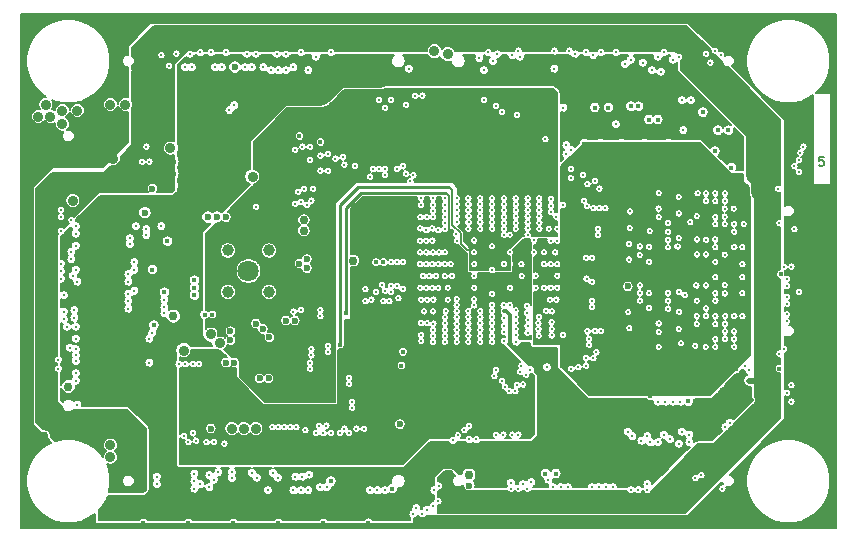
<source format=gbr>
G04 #@! TF.GenerationSoftware,KiCad,Pcbnew,5.1.0-rc2-unknown-036be7d~80~ubuntu16.04.1*
G04 #@! TF.CreationDate,2023-04-21T13:27:13+03:00*
G04 #@! TF.ProjectId,iMX8MPLUS-SOM_Rev_B,694d5838-4d50-44c5-9553-2d534f4d5f52,A*
G04 #@! TF.SameCoordinates,Original*
G04 #@! TF.FileFunction,Copper,L5,Inr*
G04 #@! TF.FilePolarity,Positive*
%FSLAX46Y46*%
G04 Gerber Fmt 4.6, Leading zero omitted, Abs format (unit mm)*
G04 Created by KiCad (PCBNEW 5.1.0-rc2-unknown-036be7d~80~ubuntu16.04.1) date 2023-04-21 13:27:13*
%MOMM*%
%LPD*%
G04 APERTURE LIST*
%ADD10C,0.190500*%
%ADD11C,1.000000*%
%ADD12C,1.800000*%
%ADD13C,0.900000*%
%ADD14C,0.600000*%
%ADD15C,0.450000*%
%ADD16C,0.327000*%
%ADD17C,0.750000*%
%ADD18C,0.508000*%
%ADD19C,1.016000*%
%ADD20C,1.524000*%
%ADD21C,0.254000*%
%ADD22C,0.762000*%
%ADD23C,2.540000*%
%ADD24C,2.032000*%
%ADD25C,0.355600*%
%ADD26C,0.127000*%
G04 APERTURE END LIST*
D10*
X151565428Y-75401714D02*
X151202571Y-75401714D01*
X151166285Y-75764571D01*
X151202571Y-75728285D01*
X151275142Y-75692000D01*
X151456571Y-75692000D01*
X151529142Y-75728285D01*
X151565428Y-75764571D01*
X151601714Y-75837142D01*
X151601714Y-76018571D01*
X151565428Y-76091142D01*
X151529142Y-76127428D01*
X151456571Y-76163714D01*
X151275142Y-76163714D01*
X151202571Y-76127428D01*
X151166285Y-76091142D01*
D11*
X104620000Y-86840000D03*
X101120000Y-83340000D03*
X101120000Y-86840000D03*
X104620000Y-83340000D03*
D12*
X102870000Y-85090000D03*
D13*
X92456000Y-70993000D03*
X91186000Y-70993000D03*
X87122000Y-72644000D03*
X86106000Y-72009000D03*
X85090000Y-72009000D03*
X87122000Y-71501000D03*
D14*
X103505000Y-89535000D03*
D15*
X99822000Y-88773000D03*
X99187000Y-88773000D03*
D14*
X101346000Y-90932000D03*
X101346000Y-90170000D03*
X107188000Y-84455000D03*
X107823000Y-84836000D03*
X107823000Y-84074000D03*
X100965000Y-80518000D03*
X100203000Y-80518000D03*
X99441000Y-80518000D03*
D13*
X88392000Y-71501000D03*
X85725000Y-70993000D03*
D14*
X104648000Y-90703400D03*
X104089200Y-89992200D03*
D16*
X131000000Y-78000000D03*
X131445000Y-87630000D03*
X135026400Y-87909400D03*
X129500000Y-83500000D03*
X129500000Y-87500000D03*
X129500000Y-88500000D03*
X133096000Y-81534000D03*
X132207000Y-91440000D03*
X130937000Y-83947000D03*
X130937000Y-85598000D03*
X132207000Y-78613000D03*
X139319000Y-89281000D03*
X144700000Y-86300000D03*
X136800000Y-87600000D03*
X139225000Y-80775000D03*
X138400000Y-79800000D03*
X136800000Y-77880000D03*
X144000000Y-83700000D03*
X144700000Y-82400000D03*
X144900000Y-79100000D03*
X141600000Y-81100000D03*
X139170000Y-81740000D03*
X138400000Y-83670000D03*
X141620000Y-89560000D03*
X144000000Y-89560000D03*
X144700000Y-90850000D03*
X142400000Y-92130000D03*
X140797500Y-92227500D03*
X136800000Y-91500000D03*
X138400000Y-90200000D03*
X130820000Y-92320000D03*
X129580000Y-91060000D03*
X128570000Y-91070000D03*
X129580000Y-78930000D03*
X136000000Y-79760000D03*
X140700000Y-90600000D03*
X143210000Y-87590000D03*
X143400000Y-77600000D03*
X140812500Y-81687500D03*
X143200000Y-82400000D03*
X136810000Y-82430000D03*
X135080000Y-83440000D03*
X135080000Y-82120000D03*
X135160000Y-80760000D03*
X129500000Y-80550000D03*
X140335000Y-87884000D03*
X139446000Y-87630000D03*
X138400000Y-86220000D03*
X127820000Y-87500000D03*
X127462280Y-88460580D03*
X127570000Y-91050000D03*
X125560000Y-91060000D03*
X127190000Y-84500000D03*
X129580000Y-84500000D03*
X129580000Y-82500000D03*
X127750000Y-82500000D03*
X129580000Y-85470000D03*
X127900000Y-85470000D03*
X129580000Y-86500000D03*
X129580000Y-81500000D03*
X128300000Y-81500000D03*
X136800000Y-83590000D03*
X142400000Y-83720000D03*
X135049260Y-87208360D03*
X136810000Y-86260000D03*
X143200000Y-85560000D03*
X142400000Y-86320000D03*
X129580000Y-89500000D03*
X135155000Y-89225000D03*
X136000000Y-90230000D03*
X144700000Y-87600000D03*
X144700000Y-89550000D03*
X141610000Y-79730000D03*
D15*
X144145000Y-93345000D03*
D16*
X144000000Y-84500000D03*
X143960000Y-80470000D03*
X139500000Y-92000000D03*
D15*
X138430000Y-74295000D03*
X140716000Y-74676000D03*
X136398000Y-74295000D03*
X142748000Y-76327000D03*
X134493000Y-74295000D03*
X131318000Y-74295000D03*
X144526000Y-77089000D03*
X139446000Y-95504000D03*
D16*
X129030000Y-89580000D03*
D15*
X129984500Y-75755500D03*
D13*
X87503000Y-74676000D03*
D14*
X106807000Y-89281000D03*
X106045000Y-89281000D03*
D15*
X96012000Y-82550000D03*
X98298000Y-85852000D03*
X145415000Y-105537000D03*
X109855000Y-102870000D03*
D17*
X96520000Y-88900000D03*
D13*
X97409000Y-91821000D03*
D15*
X115951000Y-91922600D03*
D17*
X111760000Y-84201000D03*
D15*
X114300000Y-84328000D03*
X113665000Y-84328000D03*
X115824000Y-93091000D03*
D16*
X117750000Y-88500000D03*
D17*
X107569000Y-81661000D03*
D16*
X120500000Y-88500000D03*
D17*
X121539000Y-102362000D03*
D15*
X128016000Y-102235000D03*
X128905000Y-102235000D03*
X147828000Y-93345000D03*
X147955000Y-85344000D03*
X142875000Y-94488000D03*
D14*
X100965000Y-92837000D03*
D13*
X91186000Y-99822000D03*
X91186000Y-100838000D03*
D17*
X107569000Y-80772000D03*
D14*
X115697000Y-98044000D03*
D15*
X95758000Y-86868000D03*
X94869000Y-89662000D03*
D16*
X116586000Y-77470000D03*
D13*
X91186000Y-64516000D03*
X91186000Y-65532000D03*
X103251000Y-77089000D03*
X96266000Y-74676000D03*
D14*
X94742000Y-78105000D03*
D15*
X94742000Y-84963000D03*
D13*
X91440000Y-74549000D03*
X91440000Y-75565000D03*
X87503000Y-75692000D03*
D17*
X85598000Y-99060000D03*
X87630000Y-94869000D03*
D13*
X88011000Y-79121000D03*
X118618000Y-66421000D03*
X119761000Y-66675000D03*
D15*
X150241000Y-70866000D03*
D16*
X122500000Y-81500000D03*
X119500000Y-83500000D03*
X119750000Y-86500000D03*
X119500000Y-85500000D03*
X117420000Y-81470000D03*
X123500000Y-87000000D03*
X126000000Y-85500000D03*
X124500000Y-84500000D03*
X123500000Y-85000000D03*
X117434360Y-80505300D03*
X118503700Y-78927960D03*
X119500000Y-81018380D03*
X119509540Y-81539080D03*
X119507000Y-80512920D03*
X120497600Y-78927960D03*
X121500900Y-78930500D03*
X122501660Y-79438500D03*
X123502420Y-78922880D03*
X123507500Y-80975200D03*
X124505720Y-81490820D03*
X124505720Y-79443580D03*
X125498860Y-78927960D03*
X126504700Y-79441040D03*
X126507240Y-81483200D03*
X127500380Y-78927960D03*
X127508000Y-81490820D03*
X117406420Y-82501740D03*
X121986040Y-83499960D03*
X123499880Y-82989420D03*
X125013720Y-83502500D03*
X125989080Y-84500720D03*
X121991120Y-84500720D03*
X117411500Y-84500720D03*
X121988580Y-85501480D03*
X125013720Y-86502240D03*
X121988580Y-86499700D03*
X117416580Y-86499700D03*
X117500000Y-87500000D03*
X124500000Y-91000000D03*
X125501400Y-88425020D03*
X124500000Y-89100000D03*
X123499880Y-88442800D03*
X123499880Y-91071700D03*
X118501160Y-91076780D03*
X117495320Y-89496900D03*
X119499380Y-91076780D03*
X119578120Y-88480900D03*
X120500140Y-91076780D03*
X121500900Y-91076780D03*
X121500900Y-88475820D03*
X122501660Y-91079320D03*
X122509280Y-88475820D03*
X120502680Y-80970120D03*
D13*
X91440000Y-73533000D03*
D14*
X99695000Y-98425000D03*
D15*
X108966000Y-74168000D03*
X144907000Y-91567000D03*
D16*
X132537200Y-103378000D03*
X126111000Y-103124000D03*
D13*
X151003000Y-78359000D03*
D14*
X101727000Y-67818000D03*
D16*
X108000800Y-102313740D03*
X142367000Y-103505000D03*
X92710000Y-68072000D03*
D15*
X136906000Y-95631000D03*
X115062000Y-103505000D03*
D14*
X121539000Y-103251000D03*
D15*
X132207000Y-71247000D03*
X133350000Y-71247000D03*
X135255000Y-71120000D03*
X135890000Y-71120000D03*
X132715000Y-74295000D03*
X137541000Y-72263000D03*
X136779000Y-72263000D03*
X141351000Y-71628000D03*
X143510000Y-73152000D03*
X142621000Y-73152000D03*
X149352000Y-71247000D03*
X142367000Y-74930000D03*
X143764000Y-76327000D03*
X140106400Y-96088200D03*
X140462000Y-95504000D03*
X142367000Y-94996000D03*
X145923000Y-106045000D03*
X145034000Y-104648000D03*
X151765000Y-98806000D03*
X151003000Y-99695000D03*
X151765000Y-100584000D03*
X117221000Y-106070400D03*
X84455000Y-98171000D03*
X146177000Y-64135000D03*
X145034000Y-64135000D03*
X145288000Y-65151000D03*
X144780000Y-66675000D03*
X148590000Y-72263000D03*
D14*
X101676200Y-92837000D03*
X103809800Y-94183200D03*
X104571800Y-94183200D03*
D15*
X84455000Y-64262000D03*
X93980000Y-63754000D03*
X97790000Y-63754000D03*
X101727000Y-63754000D03*
X105410000Y-63754000D03*
X109220000Y-63754000D03*
X113030000Y-63754000D03*
X116840000Y-63754000D03*
X120650000Y-63754000D03*
X124460000Y-63754000D03*
X128270000Y-63754000D03*
X132080000Y-63754000D03*
X135890000Y-63754000D03*
X139700000Y-63754000D03*
X152146000Y-80010000D03*
X152146000Y-83820000D03*
X152146000Y-87630000D03*
X152146000Y-91440000D03*
X152146000Y-94615000D03*
X152146000Y-96901000D03*
X143510000Y-106426000D03*
X139700000Y-106426000D03*
X135890000Y-106426000D03*
X132080000Y-106426000D03*
X128270000Y-106426000D03*
X124460000Y-106426000D03*
X120650000Y-106426000D03*
X113030000Y-106426000D03*
X109220000Y-106426000D03*
X105410000Y-106426000D03*
X101600000Y-106426000D03*
X97790000Y-106426000D03*
X93980000Y-106426000D03*
X89154000Y-106426000D03*
X84074000Y-93980000D03*
X84074000Y-90170000D03*
X84074000Y-86360000D03*
X84074000Y-82550000D03*
X84074000Y-78740000D03*
X84074000Y-74930000D03*
X84074000Y-71374000D03*
D16*
X135026400Y-88569800D03*
X138400000Y-81740000D03*
X144800000Y-81100000D03*
X142400000Y-82400000D03*
X138400000Y-88260000D03*
X141620000Y-88240000D03*
X135155000Y-81425000D03*
X144700000Y-88900000D03*
D17*
X119761000Y-103251000D03*
X119888000Y-102362000D03*
D13*
X146177000Y-78359000D03*
D17*
X91694000Y-103378000D03*
X91694000Y-102489000D03*
D13*
X96266000Y-75819000D03*
X96266000Y-76835000D03*
X96266000Y-77851000D03*
D14*
X145415000Y-73533000D03*
D16*
X120000000Y-84500000D03*
X118960000Y-81610000D03*
X125000000Y-82000000D03*
X121500000Y-81500000D03*
X123510040Y-81488280D03*
X124490480Y-82001360D03*
X125500000Y-81500000D03*
X118986300Y-83505040D03*
X119473980Y-84505800D03*
X124477780Y-87975440D03*
X125008640Y-87975440D03*
X123497340Y-87929720D03*
X145288000Y-94361000D03*
D13*
X146177000Y-77343000D03*
D14*
X91821000Y-98806000D03*
D15*
X107188000Y-73660000D03*
D16*
X137600000Y-91500000D03*
X136800000Y-88200000D03*
X142400000Y-85600000D03*
X136800000Y-84300000D03*
X139300000Y-78800000D03*
X137600000Y-78470000D03*
X142400000Y-84300000D03*
X144700000Y-83040000D03*
X140830000Y-80440000D03*
X143200000Y-81100000D03*
X142400000Y-78500000D03*
X140900000Y-78500000D03*
X140830000Y-88900000D03*
X142410000Y-88900000D03*
X140830000Y-89560000D03*
X144700000Y-85580000D03*
X142400000Y-91500000D03*
X136010000Y-87600000D03*
X140700000Y-91400000D03*
X139500000Y-91200000D03*
X139300000Y-90000000D03*
X140290000Y-80920000D03*
X139300000Y-80200000D03*
X139300000Y-82300000D03*
X140840000Y-82400000D03*
X138402500Y-81027500D03*
X136850000Y-81710000D03*
X135080000Y-84110000D03*
X135080000Y-82780000D03*
X135160000Y-80040000D03*
X140830000Y-87590000D03*
X139827000Y-87122000D03*
X126470000Y-88040000D03*
X127038100Y-82499200D03*
X127190000Y-85470000D03*
X127180000Y-86500000D03*
X135125460Y-89910920D03*
X139319000Y-88521540D03*
X144000000Y-90200000D03*
D14*
X135001000Y-86385400D03*
D16*
X143960000Y-79800000D03*
X144700000Y-86950000D03*
X144700000Y-84500000D03*
X126509780Y-81996280D03*
X127063500Y-83502500D03*
X126470000Y-88600000D03*
D13*
X101473000Y-98425000D03*
X102489000Y-98425000D03*
X103505000Y-98425000D03*
D14*
X126111000Y-102489000D03*
D15*
X145415000Y-96012000D03*
D13*
X91186000Y-104648000D03*
X91186000Y-105664000D03*
X101600000Y-75946000D03*
X102616000Y-75946000D03*
X100584000Y-75946000D03*
X119761000Y-67945000D03*
X118618000Y-67691000D03*
D16*
X122936000Y-67310000D03*
X134493000Y-70866000D03*
X141224000Y-72898000D03*
D15*
X144653000Y-75438000D03*
D16*
X124500000Y-88500000D03*
D15*
X98298000Y-87122000D03*
D16*
X118963440Y-84503260D03*
X129020000Y-85470000D03*
D13*
X100457000Y-91186000D03*
X99695000Y-90424000D03*
D16*
X119750000Y-87500000D03*
X120462040Y-81978500D03*
X120520460Y-82501740D03*
X121960640Y-82499200D03*
X121986040Y-87475060D03*
X121986040Y-88000840D03*
X120500140Y-87980520D03*
X120500140Y-87454740D03*
X120100000Y-85500000D03*
D14*
X94107000Y-80137000D03*
D16*
X118470680Y-83505040D03*
D15*
X98298000Y-86487000D03*
D13*
X108712000Y-95758000D03*
X107696000Y-95758000D03*
X106680000Y-95758000D03*
D15*
X110617000Y-91313000D03*
D16*
X122500000Y-82500000D03*
X124500000Y-83500000D03*
X122500000Y-84500000D03*
X123500000Y-83500000D03*
X122500000Y-83500000D03*
X123500000Y-82000000D03*
X124500640Y-82506820D03*
X125013720Y-82516980D03*
X125028960Y-84500720D03*
X123499880Y-84475320D03*
D15*
X122047000Y-76708000D03*
X122047000Y-76073000D03*
D16*
X126450000Y-87460000D03*
D13*
X112776000Y-82931000D03*
X112776000Y-83947000D03*
D15*
X111125000Y-88646000D03*
D13*
X112776000Y-84963000D03*
X112268000Y-81915000D03*
D16*
X121000000Y-86500000D03*
X121000000Y-85500000D03*
X121000000Y-84500000D03*
X121000000Y-83500000D03*
X120000000Y-82500000D03*
X122500000Y-86500000D03*
X122500000Y-85500000D03*
X124500000Y-86500000D03*
X124500000Y-85500000D03*
X126500000Y-84500000D03*
X126000000Y-83500000D03*
X125935740Y-86504780D03*
X126466600Y-86504780D03*
X126471680Y-82506820D03*
X126525020Y-83502500D03*
X123502420Y-85552280D03*
X125013720Y-85504020D03*
X126514860Y-85504020D03*
X120484900Y-86499700D03*
X123499880Y-86453980D03*
X124487940Y-87436960D03*
X125011180Y-87436960D03*
X122501660Y-87436960D03*
X122509280Y-87957660D03*
X103505000Y-79629000D03*
X117650000Y-85500000D03*
X120500140Y-89529920D03*
X121500900Y-89514680D03*
X117924580Y-84500720D03*
X108839000Y-98171000D03*
X118526560Y-87500460D03*
X118013480Y-87500460D03*
X118531640Y-89537540D03*
X118010940Y-89499440D03*
X124587000Y-94869000D03*
X125730000Y-98933000D03*
X125857000Y-93599000D03*
X135255000Y-103632000D03*
X124333000Y-94361000D03*
X125222000Y-98933000D03*
X125500000Y-90500000D03*
X133731000Y-103378000D03*
X124460000Y-98933000D03*
X123698000Y-93980000D03*
X133123000Y-103378000D03*
X125498860Y-89984580D03*
X123825000Y-93472000D03*
X123825000Y-98933000D03*
X131953000Y-103378000D03*
X122504200Y-90558620D03*
X122174000Y-99314000D03*
X121539000Y-99314000D03*
X122506740Y-90035380D03*
X125984000Y-93091000D03*
X135890000Y-103632000D03*
X136652000Y-103632000D03*
X126365000Y-93853000D03*
X126746000Y-93472000D03*
X136652000Y-103124000D03*
X125730000Y-103505000D03*
X124500000Y-90250000D03*
X125095000Y-102997000D03*
X123499880Y-90027760D03*
X125095000Y-103505000D03*
X123499880Y-90545920D03*
X125476000Y-95250000D03*
X126492000Y-103505000D03*
X124968000Y-95250000D03*
X126804914Y-102963486D03*
X126111000Y-94691200D03*
X129313000Y-103378000D03*
X125603000Y-94742000D03*
X129921000Y-103378000D03*
X142400000Y-90840000D03*
X131450500Y-92450500D03*
X144000000Y-91500000D03*
X130175000Y-93345000D03*
X131572000Y-77724000D03*
X141600000Y-78500000D03*
X130175000Y-76454000D03*
X143210000Y-78500000D03*
X132207000Y-77470000D03*
X141600000Y-79150000D03*
X131191000Y-76962000D03*
X142400000Y-79150000D03*
X130175000Y-77216000D03*
X143210000Y-79150000D03*
X142400000Y-80500000D03*
X132588000Y-78105000D03*
X144000000Y-81100000D03*
X132588000Y-79756000D03*
X142400000Y-81100000D03*
X132080000Y-79756000D03*
X144000000Y-81750000D03*
X133096000Y-79756000D03*
X136000000Y-83000000D03*
X128850000Y-83510000D03*
X128460000Y-82500000D03*
X136800000Y-83020000D03*
X129020000Y-84500000D03*
X138390000Y-82460000D03*
X128940000Y-80470000D03*
X141600000Y-82420000D03*
X129500000Y-79500000D03*
X142400000Y-83040000D03*
X128460000Y-84500000D03*
X144000000Y-83050000D03*
X136000000Y-83720000D03*
X127900000Y-83500000D03*
X138400000Y-83070000D03*
X129020000Y-82500000D03*
X139200000Y-83000000D03*
X129020000Y-81500000D03*
X143200000Y-83700000D03*
X127900000Y-84500000D03*
X136010000Y-86300000D03*
X128950000Y-87500000D03*
X138400000Y-86930000D03*
X128060000Y-88430000D03*
X139319000Y-86868000D03*
X128540000Y-89410000D03*
X128460000Y-86500000D03*
X143200000Y-86270000D03*
X136010000Y-86940000D03*
X128390000Y-87510000D03*
X128580000Y-88500000D03*
X136800000Y-86960000D03*
X127900000Y-86500000D03*
X138400000Y-87600000D03*
X142400000Y-86940000D03*
X128540000Y-90000000D03*
X142410000Y-87590000D03*
X129500000Y-90500000D03*
X129020000Y-86500000D03*
X143200000Y-86980000D03*
X141620000Y-88900000D03*
X131572000Y-90170000D03*
X132715000Y-90170000D03*
X144000000Y-88900000D03*
X142410000Y-89560000D03*
X132334000Y-91948000D03*
X143240000Y-88900000D03*
X132207000Y-90170000D03*
X132080000Y-92456000D03*
X141590000Y-91500000D03*
X131445000Y-93091000D03*
X143210000Y-90850000D03*
X144000000Y-90850000D03*
X130810000Y-93218000D03*
X95758000Y-88138000D03*
X149098000Y-76200000D03*
X108077000Y-93345000D03*
X107823000Y-79502000D03*
X128143000Y-93218000D03*
X149479000Y-86868000D03*
X138049000Y-98933000D03*
X107315000Y-88392000D03*
X107315000Y-79248000D03*
X107950000Y-68072000D03*
X127505460Y-80977740D03*
X106680000Y-88519000D03*
X106680000Y-67818000D03*
X106807000Y-79375000D03*
X128016000Y-73914000D03*
X126500000Y-89750000D03*
X124500000Y-89700000D03*
X122506740Y-89514680D03*
X116840000Y-76962000D03*
X149098000Y-81534000D03*
X119501920Y-89009220D03*
X148844000Y-96139000D03*
X95758000Y-87503000D03*
X107061000Y-78359000D03*
X149479000Y-76708000D03*
X115951000Y-86614000D03*
X108585000Y-98806000D03*
X115443000Y-86360000D03*
X100838000Y-99695000D03*
X114300000Y-87630000D03*
X114935000Y-86868000D03*
X110998000Y-98425000D03*
X118948200Y-86502240D03*
X109855000Y-98806000D03*
X117929660Y-86502240D03*
X110617000Y-98806000D03*
X118440200Y-86502240D03*
X115570000Y-87376000D03*
X114808000Y-87630000D03*
X108204000Y-91694000D03*
X94742000Y-90297000D03*
X108966000Y-88900000D03*
X118500000Y-88500000D03*
X109601000Y-91440000D03*
X94234000Y-81534000D03*
X108204000Y-92202000D03*
X94488000Y-90805000D03*
X127460000Y-88970000D03*
X139446000Y-96139000D03*
X148209000Y-84709000D03*
X137541000Y-96139000D03*
X148844000Y-94742000D03*
X125501400Y-89448640D03*
X98679000Y-92964000D03*
X92837000Y-82296000D03*
X123499880Y-88960960D03*
X121500000Y-89000000D03*
X120500140Y-89016840D03*
X122509280Y-88999060D03*
X109601000Y-91948000D03*
X94234000Y-82042000D03*
X138176000Y-96139000D03*
X147828000Y-81026000D03*
X125501400Y-88935560D03*
X98171000Y-92964000D03*
X92837000Y-82804000D03*
X127430000Y-89500000D03*
X135382000Y-99060000D03*
X123499880Y-89476580D03*
X108966000Y-88392000D03*
X143256000Y-98298000D03*
X148463000Y-95377000D03*
X119501920Y-89524840D03*
X126560000Y-89190000D03*
X138811000Y-96139000D03*
X148844000Y-84709000D03*
X93218000Y-84328000D03*
X97536000Y-92964000D03*
X93218000Y-84963000D03*
X97028000Y-92964000D03*
X127430000Y-90010000D03*
X108077000Y-92837000D03*
X108204000Y-79121000D03*
X121500900Y-90035380D03*
X109510500Y-103378000D03*
X107430500Y-102489000D03*
X120500140Y-90045540D03*
X117500000Y-90500000D03*
X101473000Y-102616000D03*
X105361415Y-102567415D03*
X119499380Y-90037920D03*
X126500000Y-90300000D03*
X135001000Y-98679000D03*
X92710000Y-85344000D03*
X111379000Y-94107000D03*
X118501160Y-90048080D03*
X103583415Y-102567415D03*
X101473000Y-102108000D03*
X117500400Y-91010740D03*
X108929500Y-103378000D03*
X121500900Y-90556080D03*
X120500140Y-90561160D03*
X106849500Y-102489000D03*
X128540000Y-90540000D03*
X94488000Y-92837000D03*
X95504000Y-81280000D03*
X104950585Y-102156585D03*
X119499380Y-90556080D03*
X92710000Y-85979000D03*
X111379000Y-94615000D03*
X103172585Y-102156585D03*
X118503700Y-90561160D03*
X111633000Y-96139000D03*
X93218000Y-86741000D03*
X118618000Y-103632000D03*
X148463000Y-88760500D03*
X112014000Y-98425000D03*
X92710000Y-87630000D03*
X120190585Y-99392415D03*
X148209000Y-91694000D03*
X111633000Y-96647000D03*
X92710000Y-86995000D03*
X118539585Y-104980415D03*
X148463000Y-87260500D03*
X136906000Y-99568000D03*
X121539000Y-98171000D03*
X144907000Y-93091000D03*
X105410000Y-98298000D03*
X88138000Y-88392000D03*
X117602000Y-105664000D03*
X148463000Y-85760500D03*
X140208000Y-98933000D03*
X118999000Y-103251000D03*
X148463000Y-89341500D03*
X104902000Y-98298000D03*
X88138000Y-89027000D03*
X118950415Y-104569585D03*
X148463000Y-87841500D03*
X92710000Y-88265000D03*
X112649000Y-98425000D03*
X117983000Y-105283000D03*
X148463000Y-86341500D03*
X120601415Y-98981585D03*
X147828000Y-92075000D03*
X121158000Y-98552000D03*
X145288000Y-93472000D03*
X136144000Y-99441000D03*
X136652000Y-99060000D03*
X140208000Y-99568000D03*
X139573000Y-98679000D03*
X114427000Y-86741000D03*
X99949000Y-99568000D03*
X111379000Y-98806000D03*
X118750000Y-85500000D03*
X118200000Y-85500000D03*
X109220000Y-98806000D03*
X114935000Y-86360000D03*
X107696000Y-98552000D03*
X114173000Y-86233000D03*
X106934000Y-98298000D03*
X113665000Y-86868000D03*
X99314000Y-99568000D03*
X112776000Y-87630000D03*
X105918000Y-98298000D03*
X109474000Y-98171000D03*
X118445280Y-84503260D03*
X106426000Y-98298000D03*
X113284000Y-87503000D03*
X112776000Y-86614000D03*
X98425000Y-99441000D03*
X115443000Y-84328000D03*
X97790000Y-99568000D03*
X115951000Y-84328000D03*
X98171000Y-98806000D03*
X114935000Y-84328000D03*
X97409000Y-99060000D03*
X87249000Y-88519000D03*
X117937280Y-83502500D03*
X87249000Y-87122000D03*
X117411500Y-83505040D03*
X86995000Y-85090000D03*
X108331000Y-78105000D03*
X107569000Y-78105000D03*
X86995000Y-85725000D03*
X107442000Y-74549000D03*
X86995000Y-80518000D03*
X86741000Y-93345000D03*
X117922040Y-82501740D03*
X86741000Y-92583000D03*
X118442740Y-82501740D03*
X87884000Y-80772000D03*
X106807000Y-74803000D03*
X108077000Y-75692000D03*
X86995000Y-81661000D03*
X108077000Y-74549000D03*
X86995000Y-79883000D03*
X109601000Y-76581000D03*
X86995000Y-84455000D03*
X88392000Y-85979000D03*
X117940000Y-81600000D03*
X118440000Y-81480000D03*
X88011000Y-85471000D03*
X108966000Y-76581000D03*
X87884000Y-84074000D03*
X109601000Y-75184000D03*
X88265000Y-81280000D03*
X88265000Y-81915000D03*
X108966000Y-75311000D03*
X118500000Y-80500000D03*
X99568000Y-103378000D03*
X138049000Y-66548000D03*
X126507240Y-80975200D03*
X110998000Y-76073000D03*
X87884000Y-83439000D03*
X122506740Y-80970120D03*
X105283000Y-66675000D03*
X121505980Y-80970120D03*
X117602000Y-70231000D03*
X88265000Y-89789000D03*
X121505980Y-80459580D03*
X124503180Y-80980280D03*
X88265000Y-90805000D03*
X117967760Y-80497680D03*
X88265000Y-82931000D03*
X110236000Y-75565000D03*
X133985000Y-66548000D03*
X125501400Y-80980280D03*
X120500140Y-80459580D03*
X120497600Y-79949040D03*
X125501400Y-80467200D03*
X130048000Y-66421000D03*
X140335000Y-70612000D03*
X127505460Y-80467200D03*
X118508780Y-79989680D03*
X104521000Y-103632000D03*
X87503000Y-89789000D03*
X122504200Y-80459580D03*
X124503180Y-80469740D03*
X88265000Y-91694000D03*
X128500000Y-80100000D03*
X88265000Y-84963000D03*
X111887000Y-76200000D03*
X124333000Y-71628000D03*
X123504960Y-80462120D03*
X139319000Y-66929000D03*
X126507240Y-80467200D03*
X121503440Y-79951580D03*
X138811000Y-67183000D03*
X126504700Y-79956660D03*
X123825000Y-71120000D03*
X123504960Y-79954120D03*
X107950000Y-103632000D03*
X113411000Y-76454000D03*
X87757000Y-91567000D03*
X128500000Y-79550000D03*
X128778000Y-67945000D03*
X124503180Y-79956660D03*
X87249000Y-89154000D03*
X122504200Y-79951580D03*
X120497600Y-79438500D03*
X116967000Y-70231000D03*
X117500000Y-79500000D03*
X98298000Y-102870000D03*
X98806000Y-103124000D03*
X118506240Y-79463900D03*
X107315000Y-103632000D03*
X113157000Y-77089000D03*
X127502920Y-79954120D03*
X123952000Y-66675000D03*
X125501400Y-79956660D03*
X119500000Y-80000000D03*
X123190000Y-66548000D03*
X125501400Y-79443580D03*
X113919000Y-76454000D03*
X114427000Y-103632000D03*
X121503440Y-79438500D03*
X122809000Y-68072000D03*
X124505720Y-78927960D03*
X139573000Y-70612000D03*
X127500380Y-79441040D03*
X116459000Y-67945000D03*
X122504200Y-78922880D03*
X117500000Y-78930000D03*
X98298000Y-102235000D03*
X88265000Y-92710000D03*
X128500000Y-79000000D03*
X119499380Y-78930500D03*
X113157000Y-103632000D03*
X114427000Y-76962000D03*
X98298000Y-103505000D03*
X119499380Y-79466440D03*
X123502420Y-79441040D03*
X137541000Y-66929000D03*
X126502160Y-78927960D03*
X106680000Y-103632000D03*
X115443000Y-76454000D03*
X113792000Y-103632000D03*
X114427000Y-76454000D03*
X130175000Y-74803000D03*
X88392000Y-96393000D03*
X97499500Y-67818000D03*
X102579500Y-67818000D03*
X115951000Y-76200000D03*
X95123000Y-102489000D03*
X101267585Y-71452415D03*
X100039500Y-67818000D03*
X106045000Y-68072000D03*
X116205000Y-70993000D03*
X95123000Y-103124000D03*
X116205000Y-76835000D03*
X114935000Y-70612000D03*
X131445000Y-66548000D03*
X98806000Y-66548000D03*
X132715000Y-66548000D03*
X107315000Y-66548000D03*
X99695000Y-66548000D03*
X96774000Y-66675000D03*
X116840000Y-105664000D03*
X141986000Y-67437000D03*
X129540000Y-71247000D03*
X136271000Y-67437000D03*
X142875000Y-66802000D03*
X134747000Y-67564000D03*
X106045000Y-66675000D03*
X125857000Y-66929000D03*
X128778000Y-66421000D03*
X98080500Y-67818000D03*
X103160500Y-67818000D03*
X101678415Y-71041585D03*
X100620500Y-67818000D03*
X114427000Y-71247000D03*
X113919000Y-70612000D03*
X103505000Y-66675000D03*
X132080000Y-66802000D03*
X100965000Y-66548000D03*
X102743000Y-66675000D03*
X122809000Y-70612000D03*
X109855000Y-66548000D03*
X97917000Y-66675000D03*
X95504000Y-66802000D03*
X117094000Y-105156000D03*
X141605000Y-66675000D03*
X137795000Y-68199000D03*
X142367000Y-66421000D03*
X135255000Y-67183000D03*
X130556000Y-66675000D03*
X108585000Y-66929000D03*
X125222000Y-66802000D03*
X125603000Y-71882000D03*
X125730000Y-66421000D03*
X137033000Y-68072000D03*
X129794000Y-75184000D03*
X88265000Y-92202000D03*
X129794000Y-74422000D03*
X88265000Y-94361000D03*
X104775000Y-68072000D03*
X95758000Y-88646000D03*
X149479000Y-75692000D03*
X93345000Y-81280000D03*
X110871000Y-75438000D03*
X147701000Y-78105000D03*
X96139000Y-67691000D03*
X149606000Y-75057000D03*
X149860000Y-74549000D03*
X128270000Y-102743000D03*
X99949000Y-102743000D03*
X133985000Y-72644000D03*
X128651000Y-103378000D03*
X99568000Y-102362000D03*
X139700000Y-73152000D03*
X105410000Y-68072000D03*
X122428000Y-67056000D03*
X104140000Y-67818000D03*
X123571000Y-67310000D03*
X140716000Y-102616000D03*
X143637000Y-97917000D03*
X100330000Y-102108000D03*
X141224000Y-102362000D03*
X94488000Y-75819000D03*
X137541000Y-99568000D03*
X127450000Y-90550000D03*
X94234000Y-74549000D03*
X139319000Y-99695000D03*
X93853000Y-75819000D03*
X138557000Y-99314000D03*
X88265000Y-93726000D03*
X143002000Y-103505000D03*
X143210000Y-89560000D03*
X131699000Y-90805000D03*
X143210000Y-90200000D03*
X131699000Y-91313000D03*
X132461000Y-81534000D03*
X137600000Y-79800000D03*
X143200000Y-79800000D03*
X131267200Y-79121000D03*
X132461000Y-82042000D03*
X137600000Y-80500000D03*
X143200000Y-80470000D03*
X131521200Y-79578200D03*
X140840000Y-83680000D03*
X131953000Y-83947000D03*
X141600000Y-83680000D03*
X131445000Y-83947000D03*
X131953000Y-85979000D03*
X140800000Y-86300000D03*
X141600000Y-86300000D03*
X131495800Y-85725000D03*
X131953000Y-87630000D03*
X137600000Y-89520000D03*
X131953000Y-88138000D03*
X137600000Y-90240000D03*
D18*
X117221000Y-106070400D02*
X117221000Y-106680000D01*
X117221000Y-106680000D02*
X116459000Y-106680000D01*
D19*
X95758000Y-75819000D02*
X96266000Y-75819000D01*
X95123000Y-75184000D02*
X95758000Y-75819000D01*
X95123000Y-70485000D02*
X95123000Y-75184000D01*
D20*
X95504000Y-65024000D02*
X94234000Y-66294000D01*
X139446000Y-65024000D02*
X95504000Y-65024000D01*
X140462000Y-66040000D02*
X139446000Y-65024000D01*
X140462000Y-67691000D02*
X140462000Y-66040000D01*
X145796000Y-71374000D02*
X143764000Y-69342000D01*
X143764000Y-69342000D02*
X142113000Y-69342000D01*
X142113000Y-69342000D02*
X140462000Y-67691000D01*
D21*
X145542000Y-73660000D02*
X145415000Y-73533000D01*
X145796000Y-73660000D02*
X145542000Y-73660000D01*
D20*
X145796000Y-73660000D02*
X145796000Y-71374000D01*
X145796000Y-76962000D02*
X145796000Y-73660000D01*
X146177000Y-77343000D02*
X145796000Y-76962000D01*
X146177000Y-78359000D02*
X146177000Y-77343000D01*
X146558000Y-78740000D02*
X146177000Y-78359000D01*
X146558000Y-94107000D02*
X146558000Y-78740000D01*
D18*
X146304000Y-94361000D02*
X146558000Y-94107000D01*
X145288000Y-94361000D02*
X146304000Y-94361000D01*
X119761000Y-103251000D02*
X119761000Y-102489000D01*
X119761000Y-102489000D02*
X119888000Y-102362000D01*
D19*
X96266000Y-76835000D02*
X92837000Y-76835000D01*
D20*
X94234000Y-69596000D02*
X95123000Y-70485000D01*
X94234000Y-66294000D02*
X94234000Y-69596000D01*
D18*
X91694000Y-103378000D02*
X91948000Y-103632000D01*
X91948000Y-103632000D02*
X93218000Y-103632000D01*
X93599000Y-102362000D02*
X92710000Y-101473000D01*
X93218000Y-103632000D02*
X93599000Y-103251000D01*
X93599000Y-103251000D02*
X93599000Y-102362000D01*
D22*
X91694000Y-102362000D02*
X91694000Y-102489000D01*
D19*
X92583000Y-101473000D02*
X91694000Y-102362000D01*
X92710000Y-101473000D02*
X92583000Y-101473000D01*
D22*
X91694000Y-102489000D02*
X91694000Y-103378000D01*
X119761000Y-103759000D02*
X119888000Y-103886000D01*
X119761000Y-103251000D02*
X119761000Y-103759000D01*
D20*
X146939000Y-94488000D02*
X146558000Y-94107000D01*
X146939000Y-97155000D02*
X146939000Y-94488000D01*
X143129000Y-100965000D02*
X146939000Y-97155000D01*
X140716000Y-100965000D02*
X143129000Y-100965000D01*
X139128500Y-102552500D02*
X140716000Y-100965000D01*
X119888000Y-103886000D02*
X120904000Y-104902000D01*
X120904000Y-104902000D02*
X137668000Y-104902000D01*
X137668000Y-104902000D02*
X139128500Y-103441500D01*
X139128500Y-103441500D02*
X139128500Y-102552500D01*
X86868000Y-77597000D02*
X92075000Y-77597000D01*
X85598000Y-78867000D02*
X86868000Y-77597000D01*
X92075000Y-77597000D02*
X92837000Y-76835000D01*
X85598000Y-97028000D02*
X85598000Y-78867000D01*
X92710000Y-101473000D02*
X92710000Y-99060000D01*
X92710000Y-99060000D02*
X91694000Y-98044000D01*
X91694000Y-98044000D02*
X86614000Y-98044000D01*
X86614000Y-98044000D02*
X85598000Y-97028000D01*
D18*
X91186000Y-105664000D02*
X91821000Y-105664000D01*
X91821000Y-105664000D02*
X92456000Y-105029000D01*
X145415000Y-96012000D02*
X142875000Y-96012000D01*
X142875000Y-96012000D02*
X141224000Y-97663000D01*
X141224000Y-97663000D02*
X128143000Y-97663000D01*
X126111000Y-102489000D02*
X126111000Y-101219000D01*
D23*
X110363000Y-68326000D02*
X113919000Y-68326000D01*
X101600000Y-75946000D02*
X101600000Y-73787000D01*
X101600000Y-73787000D02*
X105537000Y-69850000D01*
X105537000Y-69850000D02*
X108839000Y-69850000D01*
X108839000Y-69850000D02*
X110363000Y-68326000D01*
X97663000Y-79375000D02*
X97663000Y-82931000D01*
X100584000Y-76454000D02*
X97663000Y-79375000D01*
X100584000Y-75946000D02*
X100584000Y-76454000D01*
D24*
X118999000Y-100838000D02*
X117729000Y-102108000D01*
X124587000Y-100838000D02*
X118999000Y-100838000D01*
X111252000Y-105029000D02*
X111379000Y-104902000D01*
X92456000Y-105029000D02*
X111252000Y-105029000D01*
D21*
X125857000Y-100838000D02*
X124587000Y-100838000D01*
X127381000Y-99314000D02*
X125857000Y-100838000D01*
X127000000Y-92456000D02*
X127381000Y-92837000D01*
X127381000Y-92837000D02*
X127381000Y-99314000D01*
D25*
X126187200Y-92456000D02*
X127000000Y-92456000D01*
X124500000Y-88500000D02*
X124669600Y-88500000D01*
X124993400Y-91262200D02*
X126187200Y-92456000D01*
X124669600Y-88500000D02*
X124993400Y-88823800D01*
X124993400Y-88823800D02*
X124993400Y-91262200D01*
D21*
X112141000Y-77978000D02*
X119888000Y-77978000D01*
X110617000Y-79502000D02*
X112141000Y-77978000D01*
X110617000Y-91313000D02*
X110617000Y-79502000D01*
D26*
X121412000Y-83312000D02*
X121666000Y-83312000D01*
X120878600Y-82778600D02*
X121412000Y-83312000D01*
X119888000Y-77978000D02*
X120142000Y-78232000D01*
X120142000Y-81153000D02*
X120878600Y-81889600D01*
X120142000Y-78232000D02*
X120142000Y-81153000D01*
X120878600Y-81889600D02*
X120878600Y-82778600D01*
D21*
X112395000Y-78486000D02*
X119634000Y-78486000D01*
X111125000Y-79756000D02*
X112395000Y-78486000D01*
X111125000Y-88646000D02*
X111125000Y-79756000D01*
D26*
X120000000Y-82057000D02*
X120000000Y-82500000D01*
X119634000Y-78486000D02*
X119875300Y-78727300D01*
X119875300Y-81648300D02*
X120000000Y-81773000D01*
X119875300Y-78727300D02*
X119875300Y-81648300D01*
X120000000Y-81773000D02*
X120000000Y-82057000D01*
G36*
X98471841Y-66822237D02*
G01*
X98531763Y-66882159D01*
X98602224Y-66929239D01*
X98680515Y-66961668D01*
X98763629Y-66978200D01*
X98848371Y-66978200D01*
X98931485Y-66961668D01*
X99009776Y-66929239D01*
X99080237Y-66882159D01*
X99140159Y-66822237D01*
X99145195Y-66814700D01*
X99355805Y-66814700D01*
X99360841Y-66822237D01*
X99420763Y-66882159D01*
X99491224Y-66929239D01*
X99569515Y-66961668D01*
X99652629Y-66978200D01*
X99737371Y-66978200D01*
X99820485Y-66961668D01*
X99898776Y-66929239D01*
X99969237Y-66882159D01*
X100029159Y-66822237D01*
X100034195Y-66814700D01*
X100625805Y-66814700D01*
X100630841Y-66822237D01*
X100690763Y-66882159D01*
X100761224Y-66929239D01*
X100839515Y-66961668D01*
X100922629Y-66978200D01*
X101007371Y-66978200D01*
X101090485Y-66961668D01*
X101168776Y-66929239D01*
X101239237Y-66882159D01*
X101299159Y-66822237D01*
X101304195Y-66814700D01*
X102335220Y-66814700D01*
X102361761Y-66878776D01*
X102408841Y-66949237D01*
X102468763Y-67009159D01*
X102539224Y-67056239D01*
X102617515Y-67088668D01*
X102700629Y-67105200D01*
X102785371Y-67105200D01*
X102868485Y-67088668D01*
X102946776Y-67056239D01*
X103017237Y-67009159D01*
X103077159Y-66949237D01*
X103124000Y-66879134D01*
X103170841Y-66949237D01*
X103230763Y-67009159D01*
X103301224Y-67056239D01*
X103379515Y-67088668D01*
X103462629Y-67105200D01*
X103547371Y-67105200D01*
X103630485Y-67088668D01*
X103708776Y-67056239D01*
X103779237Y-67009159D01*
X103839159Y-66949237D01*
X103886239Y-66878776D01*
X103912780Y-66814700D01*
X104875220Y-66814700D01*
X104901761Y-66878776D01*
X104948841Y-66949237D01*
X105008763Y-67009159D01*
X105079224Y-67056239D01*
X105157515Y-67088668D01*
X105240629Y-67105200D01*
X105325371Y-67105200D01*
X105408485Y-67088668D01*
X105486776Y-67056239D01*
X105557237Y-67009159D01*
X105617159Y-66949237D01*
X105664000Y-66879134D01*
X105710841Y-66949237D01*
X105770763Y-67009159D01*
X105841224Y-67056239D01*
X105919515Y-67088668D01*
X106002629Y-67105200D01*
X106087371Y-67105200D01*
X106170485Y-67088668D01*
X106248776Y-67056239D01*
X106319237Y-67009159D01*
X106379159Y-66949237D01*
X106426239Y-66878776D01*
X106452780Y-66814700D01*
X106975805Y-66814700D01*
X106980841Y-66822237D01*
X107040763Y-66882159D01*
X107111224Y-66929239D01*
X107189515Y-66961668D01*
X107272629Y-66978200D01*
X107357371Y-66978200D01*
X107440485Y-66961668D01*
X107518776Y-66929239D01*
X107589237Y-66882159D01*
X107649159Y-66822237D01*
X107654195Y-66814700D01*
X108169107Y-66814700D01*
X108154800Y-66886629D01*
X108154800Y-66971371D01*
X108171332Y-67054485D01*
X108203761Y-67132776D01*
X108250841Y-67203237D01*
X108310763Y-67263159D01*
X108381224Y-67310239D01*
X108459515Y-67342668D01*
X108542629Y-67359200D01*
X108627371Y-67359200D01*
X108710485Y-67342668D01*
X108788776Y-67310239D01*
X108859237Y-67263159D01*
X108919159Y-67203237D01*
X108966239Y-67132776D01*
X108998668Y-67054485D01*
X109015200Y-66971371D01*
X109015200Y-66886629D01*
X109000893Y-66814700D01*
X109515805Y-66814700D01*
X109520841Y-66822237D01*
X109580763Y-66882159D01*
X109651224Y-66929239D01*
X109729515Y-66961668D01*
X109812629Y-66978200D01*
X109897371Y-66978200D01*
X109980485Y-66961668D01*
X110058776Y-66929239D01*
X110129237Y-66882159D01*
X110189159Y-66822237D01*
X110194195Y-66814700D01*
X115201239Y-66814700D01*
X115176877Y-66830978D01*
X115090978Y-66916877D01*
X115023488Y-67017883D01*
X114976999Y-67130115D01*
X114953300Y-67249260D01*
X114953300Y-67370740D01*
X114976999Y-67489885D01*
X115023488Y-67602117D01*
X115090978Y-67703123D01*
X115176877Y-67789022D01*
X115277883Y-67856512D01*
X115390115Y-67903001D01*
X115509260Y-67926700D01*
X115630740Y-67926700D01*
X115749885Y-67903001D01*
X115750783Y-67902629D01*
X116028800Y-67902629D01*
X116028800Y-67987371D01*
X116045332Y-68070485D01*
X116077761Y-68148776D01*
X116124841Y-68219237D01*
X116184763Y-68279159D01*
X116255224Y-68326239D01*
X116333515Y-68358668D01*
X116416629Y-68375200D01*
X116501371Y-68375200D01*
X116584485Y-68358668D01*
X116662776Y-68326239D01*
X116733237Y-68279159D01*
X116793159Y-68219237D01*
X116840239Y-68148776D01*
X116872668Y-68070485D01*
X116880794Y-68029629D01*
X122378800Y-68029629D01*
X122378800Y-68114371D01*
X122395332Y-68197485D01*
X122427761Y-68275776D01*
X122474841Y-68346237D01*
X122534763Y-68406159D01*
X122605224Y-68453239D01*
X122683515Y-68485668D01*
X122766629Y-68502200D01*
X122851371Y-68502200D01*
X122934485Y-68485668D01*
X123012776Y-68453239D01*
X123083237Y-68406159D01*
X123143159Y-68346237D01*
X123190239Y-68275776D01*
X123222668Y-68197485D01*
X123239200Y-68114371D01*
X123239200Y-68029629D01*
X123222668Y-67946515D01*
X123204490Y-67902629D01*
X128347800Y-67902629D01*
X128347800Y-67987371D01*
X128364332Y-68070485D01*
X128396761Y-68148776D01*
X128443841Y-68219237D01*
X128503763Y-68279159D01*
X128574224Y-68326239D01*
X128652515Y-68358668D01*
X128735629Y-68375200D01*
X128820371Y-68375200D01*
X128903485Y-68358668D01*
X128981776Y-68326239D01*
X129052237Y-68279159D01*
X129112159Y-68219237D01*
X129159239Y-68148776D01*
X129191668Y-68070485D01*
X129199794Y-68029629D01*
X136602800Y-68029629D01*
X136602800Y-68114371D01*
X136619332Y-68197485D01*
X136651761Y-68275776D01*
X136698841Y-68346237D01*
X136758763Y-68406159D01*
X136829224Y-68453239D01*
X136907515Y-68485668D01*
X136990629Y-68502200D01*
X137075371Y-68502200D01*
X137158485Y-68485668D01*
X137236776Y-68453239D01*
X137307237Y-68406159D01*
X137367159Y-68346237D01*
X137381470Y-68324819D01*
X137413761Y-68402776D01*
X137460841Y-68473237D01*
X137520763Y-68533159D01*
X137591224Y-68580239D01*
X137669515Y-68612668D01*
X137752629Y-68629200D01*
X137837371Y-68629200D01*
X137920485Y-68612668D01*
X137998776Y-68580239D01*
X138069237Y-68533159D01*
X138129159Y-68473237D01*
X138176239Y-68402776D01*
X138208668Y-68324485D01*
X138225200Y-68241371D01*
X138225200Y-68156629D01*
X138208668Y-68073515D01*
X138176239Y-67995224D01*
X138129159Y-67924763D01*
X138069237Y-67864841D01*
X137998776Y-67817761D01*
X137920485Y-67785332D01*
X137837371Y-67768800D01*
X137752629Y-67768800D01*
X137669515Y-67785332D01*
X137591224Y-67817761D01*
X137520763Y-67864841D01*
X137460841Y-67924763D01*
X137446530Y-67946181D01*
X137414239Y-67868224D01*
X137367159Y-67797763D01*
X137307237Y-67737841D01*
X137236776Y-67690761D01*
X137158485Y-67658332D01*
X137075371Y-67641800D01*
X136990629Y-67641800D01*
X136907515Y-67658332D01*
X136829224Y-67690761D01*
X136758763Y-67737841D01*
X136698841Y-67797763D01*
X136651761Y-67868224D01*
X136619332Y-67946515D01*
X136602800Y-68029629D01*
X129199794Y-68029629D01*
X129208200Y-67987371D01*
X129208200Y-67902629D01*
X129191668Y-67819515D01*
X129159239Y-67741224D01*
X129112159Y-67670763D01*
X129052237Y-67610841D01*
X128981776Y-67563761D01*
X128903485Y-67531332D01*
X128820371Y-67514800D01*
X128735629Y-67514800D01*
X128652515Y-67531332D01*
X128574224Y-67563761D01*
X128503763Y-67610841D01*
X128443841Y-67670763D01*
X128396761Y-67741224D01*
X128364332Y-67819515D01*
X128347800Y-67902629D01*
X123204490Y-67902629D01*
X123190239Y-67868224D01*
X123143159Y-67797763D01*
X123083237Y-67737841D01*
X123012776Y-67690761D01*
X122934485Y-67658332D01*
X122851371Y-67641800D01*
X122766629Y-67641800D01*
X122683515Y-67658332D01*
X122605224Y-67690761D01*
X122534763Y-67737841D01*
X122474841Y-67797763D01*
X122427761Y-67868224D01*
X122395332Y-67946515D01*
X122378800Y-68029629D01*
X116880794Y-68029629D01*
X116889200Y-67987371D01*
X116889200Y-67902629D01*
X116872668Y-67819515D01*
X116840239Y-67741224D01*
X116793159Y-67670763D01*
X116733237Y-67610841D01*
X116662776Y-67563761D01*
X116584485Y-67531332D01*
X116501371Y-67514800D01*
X116416629Y-67514800D01*
X116333515Y-67531332D01*
X116255224Y-67563761D01*
X116184763Y-67610841D01*
X116124841Y-67670763D01*
X116077761Y-67741224D01*
X116045332Y-67819515D01*
X116028800Y-67902629D01*
X115750783Y-67902629D01*
X115862117Y-67856512D01*
X115963123Y-67789022D01*
X116049022Y-67703123D01*
X116116512Y-67602117D01*
X116163001Y-67489885D01*
X116186700Y-67370740D01*
X116186700Y-67249260D01*
X116163001Y-67130115D01*
X116116512Y-67017883D01*
X116049022Y-66916877D01*
X115963123Y-66830978D01*
X115938761Y-66814700D01*
X118019094Y-66814700D01*
X118061303Y-66877870D01*
X118161130Y-66977697D01*
X118278515Y-67056131D01*
X118408946Y-67110158D01*
X118547411Y-67137700D01*
X118688589Y-67137700D01*
X118827054Y-67110158D01*
X118957485Y-67056131D01*
X119074870Y-66977697D01*
X119100157Y-66952410D01*
X119125869Y-67014485D01*
X119204303Y-67131870D01*
X119304130Y-67231697D01*
X119421515Y-67310131D01*
X119551946Y-67364158D01*
X119690411Y-67391700D01*
X119831589Y-67391700D01*
X119970054Y-67364158D01*
X120033300Y-67337960D01*
X120033300Y-67370740D01*
X120056999Y-67489885D01*
X120103488Y-67602117D01*
X120170978Y-67703123D01*
X120256877Y-67789022D01*
X120357883Y-67856512D01*
X120470115Y-67903001D01*
X120589260Y-67926700D01*
X120710740Y-67926700D01*
X120829885Y-67903001D01*
X120942117Y-67856512D01*
X121043123Y-67789022D01*
X121129022Y-67703123D01*
X121196512Y-67602117D01*
X121243001Y-67489885D01*
X121266700Y-67370740D01*
X121266700Y-67249260D01*
X121243001Y-67130115D01*
X121196512Y-67017883D01*
X121129022Y-66916877D01*
X121043123Y-66830978D01*
X121018761Y-66814700D01*
X122071833Y-66814700D01*
X122046761Y-66852224D01*
X122014332Y-66930515D01*
X121997800Y-67013629D01*
X121997800Y-67098371D01*
X122014332Y-67181485D01*
X122046761Y-67259776D01*
X122093841Y-67330237D01*
X122153763Y-67390159D01*
X122224224Y-67437239D01*
X122302515Y-67469668D01*
X122385629Y-67486200D01*
X122470371Y-67486200D01*
X122553485Y-67469668D01*
X122631776Y-67437239D01*
X122702237Y-67390159D01*
X122762159Y-67330237D01*
X122809239Y-67259776D01*
X122841668Y-67181485D01*
X122858200Y-67098371D01*
X122858200Y-67013629D01*
X122841668Y-66930515D01*
X122809239Y-66852224D01*
X122784167Y-66814700D01*
X122850805Y-66814700D01*
X122855841Y-66822237D01*
X122915763Y-66882159D01*
X122986224Y-66929239D01*
X123064515Y-66961668D01*
X123147629Y-66978200D01*
X123232371Y-66978200D01*
X123315485Y-66961668D01*
X123322035Y-66958955D01*
X123296763Y-66975841D01*
X123236841Y-67035763D01*
X123189761Y-67106224D01*
X123157332Y-67184515D01*
X123140800Y-67267629D01*
X123140800Y-67352371D01*
X123157332Y-67435485D01*
X123189761Y-67513776D01*
X123236841Y-67584237D01*
X123296763Y-67644159D01*
X123367224Y-67691239D01*
X123445515Y-67723668D01*
X123528629Y-67740200D01*
X123613371Y-67740200D01*
X123696485Y-67723668D01*
X123774776Y-67691239D01*
X123845237Y-67644159D01*
X123905159Y-67584237D01*
X123952239Y-67513776D01*
X123984668Y-67435485D01*
X124001200Y-67352371D01*
X124001200Y-67267629D01*
X123984668Y-67184515D01*
X123952239Y-67106224D01*
X123951555Y-67105200D01*
X123994371Y-67105200D01*
X124077485Y-67088668D01*
X124155776Y-67056239D01*
X124226237Y-67009159D01*
X124286159Y-66949237D01*
X124333239Y-66878776D01*
X124359780Y-66814700D01*
X124791800Y-66814700D01*
X124791800Y-66844371D01*
X124808332Y-66927485D01*
X124840761Y-67005776D01*
X124887841Y-67076237D01*
X124947763Y-67136159D01*
X125018224Y-67183239D01*
X125096515Y-67215668D01*
X125179629Y-67232200D01*
X125264371Y-67232200D01*
X125347485Y-67215668D01*
X125425776Y-67183239D01*
X125483644Y-67144573D01*
X125522841Y-67203237D01*
X125582763Y-67263159D01*
X125653224Y-67310239D01*
X125731515Y-67342668D01*
X125814629Y-67359200D01*
X125899371Y-67359200D01*
X125982485Y-67342668D01*
X126060776Y-67310239D01*
X126131237Y-67263159D01*
X126191159Y-67203237D01*
X126238239Y-67132776D01*
X126270668Y-67054485D01*
X126287200Y-66971371D01*
X126287200Y-66886629D01*
X126272893Y-66814700D01*
X128604308Y-66814700D01*
X128652515Y-66834668D01*
X128735629Y-66851200D01*
X128820371Y-66851200D01*
X128903485Y-66834668D01*
X128951692Y-66814700D01*
X129874308Y-66814700D01*
X129922515Y-66834668D01*
X130005629Y-66851200D01*
X130090371Y-66851200D01*
X130157785Y-66837791D01*
X130174761Y-66878776D01*
X130221841Y-66949237D01*
X130281763Y-67009159D01*
X130352224Y-67056239D01*
X130430515Y-67088668D01*
X130513629Y-67105200D01*
X130598371Y-67105200D01*
X130681485Y-67088668D01*
X130759776Y-67056239D01*
X130830237Y-67009159D01*
X130890159Y-66949237D01*
X130937239Y-66878776D01*
X130963780Y-66814700D01*
X131105805Y-66814700D01*
X131110841Y-66822237D01*
X131170763Y-66882159D01*
X131241224Y-66929239D01*
X131319515Y-66961668D01*
X131402629Y-66978200D01*
X131487371Y-66978200D01*
X131570485Y-66961668D01*
X131648776Y-66929239D01*
X131664580Y-66918679D01*
X131666332Y-66927485D01*
X131698761Y-67005776D01*
X131745841Y-67076237D01*
X131805763Y-67136159D01*
X131876224Y-67183239D01*
X131954515Y-67215668D01*
X132037629Y-67232200D01*
X132122371Y-67232200D01*
X132205485Y-67215668D01*
X132283776Y-67183239D01*
X132354237Y-67136159D01*
X132414159Y-67076237D01*
X132461239Y-67005776D01*
X132493668Y-66927485D01*
X132495420Y-66918679D01*
X132511224Y-66929239D01*
X132589515Y-66961668D01*
X132672629Y-66978200D01*
X132757371Y-66978200D01*
X132840485Y-66961668D01*
X132918776Y-66929239D01*
X132989237Y-66882159D01*
X133049159Y-66822237D01*
X133054195Y-66814700D01*
X133645805Y-66814700D01*
X133650841Y-66822237D01*
X133710763Y-66882159D01*
X133781224Y-66929239D01*
X133859515Y-66961668D01*
X133942629Y-66978200D01*
X134027371Y-66978200D01*
X134110485Y-66961668D01*
X134188776Y-66929239D01*
X134259237Y-66882159D01*
X134319159Y-66822237D01*
X134324195Y-66814700D01*
X135031859Y-66814700D01*
X134980763Y-66848841D01*
X134920841Y-66908763D01*
X134873761Y-66979224D01*
X134841332Y-67057515D01*
X134824800Y-67140629D01*
X134824800Y-67140847D01*
X134789371Y-67133800D01*
X134704629Y-67133800D01*
X134621515Y-67150332D01*
X134543224Y-67182761D01*
X134472763Y-67229841D01*
X134412841Y-67289763D01*
X134365761Y-67360224D01*
X134333332Y-67438515D01*
X134316800Y-67521629D01*
X134316800Y-67606371D01*
X134333332Y-67689485D01*
X134365761Y-67767776D01*
X134412841Y-67838237D01*
X134472763Y-67898159D01*
X134543224Y-67945239D01*
X134621515Y-67977668D01*
X134704629Y-67994200D01*
X134789371Y-67994200D01*
X134872485Y-67977668D01*
X134950776Y-67945239D01*
X135021237Y-67898159D01*
X135081159Y-67838237D01*
X135128239Y-67767776D01*
X135160668Y-67689485D01*
X135177200Y-67606371D01*
X135177200Y-67606153D01*
X135212629Y-67613200D01*
X135297371Y-67613200D01*
X135380485Y-67596668D01*
X135458776Y-67564239D01*
X135529237Y-67517159D01*
X135589159Y-67457237D01*
X135630991Y-67394629D01*
X135840800Y-67394629D01*
X135840800Y-67479371D01*
X135857332Y-67562485D01*
X135889761Y-67640776D01*
X135936841Y-67711237D01*
X135996763Y-67771159D01*
X136067224Y-67818239D01*
X136145515Y-67850668D01*
X136228629Y-67867200D01*
X136313371Y-67867200D01*
X136396485Y-67850668D01*
X136474776Y-67818239D01*
X136545237Y-67771159D01*
X136605159Y-67711237D01*
X136652239Y-67640776D01*
X136684668Y-67562485D01*
X136701200Y-67479371D01*
X136701200Y-67394629D01*
X136684668Y-67311515D01*
X136652239Y-67233224D01*
X136605159Y-67162763D01*
X136545237Y-67102841D01*
X136474776Y-67055761D01*
X136396485Y-67023332D01*
X136313371Y-67006800D01*
X136228629Y-67006800D01*
X136145515Y-67023332D01*
X136067224Y-67055761D01*
X135996763Y-67102841D01*
X135936841Y-67162763D01*
X135889761Y-67233224D01*
X135857332Y-67311515D01*
X135840800Y-67394629D01*
X135630991Y-67394629D01*
X135636239Y-67386776D01*
X135668668Y-67308485D01*
X135685200Y-67225371D01*
X135685200Y-67140629D01*
X135668668Y-67057515D01*
X135636239Y-66979224D01*
X135589159Y-66908763D01*
X135529237Y-66848841D01*
X135478141Y-66814700D01*
X137125107Y-66814700D01*
X137110800Y-66886629D01*
X137110800Y-66971371D01*
X137127332Y-67054485D01*
X137159761Y-67132776D01*
X137206841Y-67203237D01*
X137266763Y-67263159D01*
X137337224Y-67310239D01*
X137415515Y-67342668D01*
X137498629Y-67359200D01*
X137583371Y-67359200D01*
X137666485Y-67342668D01*
X137744776Y-67310239D01*
X137815237Y-67263159D01*
X137875159Y-67203237D01*
X137922239Y-67132776D01*
X137954668Y-67054485D01*
X137971200Y-66971371D01*
X137971200Y-66971153D01*
X138006629Y-66978200D01*
X138091371Y-66978200D01*
X138174485Y-66961668D01*
X138252776Y-66929239D01*
X138323237Y-66882159D01*
X138383159Y-66822237D01*
X138388195Y-66814700D01*
X138587859Y-66814700D01*
X138536763Y-66848841D01*
X138476841Y-66908763D01*
X138429761Y-66979224D01*
X138397332Y-67057515D01*
X138380800Y-67140629D01*
X138380800Y-67225371D01*
X138397332Y-67308485D01*
X138429761Y-67386776D01*
X138476841Y-67457237D01*
X138536763Y-67517159D01*
X138607224Y-67564239D01*
X138685515Y-67596668D01*
X138768629Y-67613200D01*
X138853371Y-67613200D01*
X138936485Y-67596668D01*
X139014776Y-67564239D01*
X139085237Y-67517159D01*
X139145159Y-67457237D01*
X139179300Y-67406141D01*
X139179300Y-68072000D01*
X139184425Y-68124031D01*
X139199601Y-68174062D01*
X139224247Y-68220171D01*
X139257415Y-68260585D01*
X143692008Y-72695178D01*
X143653424Y-72679196D01*
X143558428Y-72660300D01*
X143461572Y-72660300D01*
X143366576Y-72679196D01*
X143277093Y-72716261D01*
X143196560Y-72770072D01*
X143128072Y-72838560D01*
X143074261Y-72919093D01*
X143065500Y-72940244D01*
X143056739Y-72919093D01*
X143002928Y-72838560D01*
X142934440Y-72770072D01*
X142853907Y-72716261D01*
X142764424Y-72679196D01*
X142669428Y-72660300D01*
X142572572Y-72660300D01*
X142477576Y-72679196D01*
X142388093Y-72716261D01*
X142307560Y-72770072D01*
X142239072Y-72838560D01*
X142185261Y-72919093D01*
X142148196Y-73008576D01*
X142129300Y-73103572D01*
X142129300Y-73200428D01*
X142148196Y-73295424D01*
X142185261Y-73384907D01*
X142239072Y-73465440D01*
X142307560Y-73533928D01*
X142388093Y-73587739D01*
X142477576Y-73624804D01*
X142572572Y-73643700D01*
X142669428Y-73643700D01*
X142764424Y-73624804D01*
X142853907Y-73587739D01*
X142934440Y-73533928D01*
X143002928Y-73465440D01*
X143056739Y-73384907D01*
X143065500Y-73363756D01*
X143074261Y-73384907D01*
X143128072Y-73465440D01*
X143196560Y-73533928D01*
X143277093Y-73587739D01*
X143366576Y-73624804D01*
X143461572Y-73643700D01*
X143558428Y-73643700D01*
X143653424Y-73624804D01*
X143742907Y-73587739D01*
X143823440Y-73533928D01*
X143891928Y-73465440D01*
X143945739Y-73384907D01*
X143982804Y-73295424D01*
X144001700Y-73200428D01*
X144001700Y-73103572D01*
X143982804Y-73008576D01*
X143966822Y-72969992D01*
X144767301Y-73770471D01*
X144767300Y-76568300D01*
X144194131Y-76568300D01*
X144199739Y-76559907D01*
X144236804Y-76470424D01*
X144255700Y-76375428D01*
X144255700Y-76278572D01*
X144236804Y-76183576D01*
X144199739Y-76094093D01*
X144145928Y-76013560D01*
X144077440Y-75945072D01*
X143996907Y-75891261D01*
X143907424Y-75854196D01*
X143812428Y-75835300D01*
X143715572Y-75835300D01*
X143620576Y-75854196D01*
X143531093Y-75891261D01*
X143450560Y-75945072D01*
X143382072Y-76013560D01*
X143357101Y-76050931D01*
X142643069Y-75336899D01*
X142680440Y-75311928D01*
X142748928Y-75243440D01*
X142802739Y-75162907D01*
X142839804Y-75073424D01*
X142858700Y-74978428D01*
X142858700Y-74881572D01*
X142839804Y-74786576D01*
X142802739Y-74697093D01*
X142748928Y-74616560D01*
X142680440Y-74548072D01*
X142599907Y-74494261D01*
X142510424Y-74457196D01*
X142415428Y-74438300D01*
X142318572Y-74438300D01*
X142223576Y-74457196D01*
X142134093Y-74494261D01*
X142053560Y-74548072D01*
X141985072Y-74616560D01*
X141960101Y-74653931D01*
X141285585Y-73979415D01*
X141245171Y-73946247D01*
X141199062Y-73921601D01*
X141149031Y-73906425D01*
X141097000Y-73901300D01*
X138725822Y-73901300D01*
X138662907Y-73859261D01*
X138573424Y-73822196D01*
X138478428Y-73803300D01*
X138381572Y-73803300D01*
X138286576Y-73822196D01*
X138197093Y-73859261D01*
X138134178Y-73901300D01*
X136693822Y-73901300D01*
X136630907Y-73859261D01*
X136541424Y-73822196D01*
X136446428Y-73803300D01*
X136349572Y-73803300D01*
X136254576Y-73822196D01*
X136165093Y-73859261D01*
X136102178Y-73901300D01*
X134788822Y-73901300D01*
X134725907Y-73859261D01*
X134636424Y-73822196D01*
X134541428Y-73803300D01*
X134444572Y-73803300D01*
X134349576Y-73822196D01*
X134260093Y-73859261D01*
X134197178Y-73901300D01*
X133010822Y-73901300D01*
X132947907Y-73859261D01*
X132858424Y-73822196D01*
X132763428Y-73803300D01*
X132666572Y-73803300D01*
X132571576Y-73822196D01*
X132482093Y-73859261D01*
X132419178Y-73901300D01*
X131613822Y-73901300D01*
X131550907Y-73859261D01*
X131461424Y-73822196D01*
X131366428Y-73803300D01*
X131269572Y-73803300D01*
X131174576Y-73822196D01*
X131085093Y-73859261D01*
X131004560Y-73913072D01*
X130936072Y-73981560D01*
X130882261Y-74062093D01*
X130845196Y-74151576D01*
X130826300Y-74246572D01*
X130826300Y-74282530D01*
X130537561Y-74571269D01*
X130509159Y-74528763D01*
X130449237Y-74468841D01*
X130378776Y-74421761D01*
X130300485Y-74389332D01*
X130223067Y-74373933D01*
X130207668Y-74296515D01*
X130175239Y-74218224D01*
X130128159Y-74147763D01*
X130068237Y-74087841D01*
X129997776Y-74040761D01*
X129919485Y-74008332D01*
X129836371Y-73991800D01*
X129751629Y-73991800D01*
X129668515Y-74008332D01*
X129590224Y-74040761D01*
X129519763Y-74087841D01*
X129459841Y-74147763D01*
X129412761Y-74218224D01*
X129380332Y-74296515D01*
X129363800Y-74379629D01*
X129363800Y-74464371D01*
X129380332Y-74547485D01*
X129412761Y-74625776D01*
X129459841Y-74696237D01*
X129519763Y-74756159D01*
X129589866Y-74803000D01*
X129519763Y-74849841D01*
X129459841Y-74909763D01*
X129412761Y-74980224D01*
X129380332Y-75058515D01*
X129363800Y-75141629D01*
X129363800Y-75226371D01*
X129380332Y-75309485D01*
X129412761Y-75387776D01*
X129459841Y-75458237D01*
X129519763Y-75518159D01*
X129543914Y-75534296D01*
X129522262Y-75586568D01*
X129298700Y-75810130D01*
X129298700Y-73109629D01*
X139269800Y-73109629D01*
X139269800Y-73194371D01*
X139286332Y-73277485D01*
X139318761Y-73355776D01*
X139365841Y-73426237D01*
X139425763Y-73486159D01*
X139496224Y-73533239D01*
X139574515Y-73565668D01*
X139657629Y-73582200D01*
X139742371Y-73582200D01*
X139825485Y-73565668D01*
X139903776Y-73533239D01*
X139974237Y-73486159D01*
X140034159Y-73426237D01*
X140081239Y-73355776D01*
X140113668Y-73277485D01*
X140130200Y-73194371D01*
X140130200Y-73109629D01*
X140113668Y-73026515D01*
X140081239Y-72948224D01*
X140034159Y-72877763D01*
X139974237Y-72817841D01*
X139903776Y-72770761D01*
X139825485Y-72738332D01*
X139742371Y-72721800D01*
X139657629Y-72721800D01*
X139574515Y-72738332D01*
X139496224Y-72770761D01*
X139425763Y-72817841D01*
X139365841Y-72877763D01*
X139318761Y-72948224D01*
X139286332Y-73026515D01*
X139269800Y-73109629D01*
X129298700Y-73109629D01*
X129298700Y-72601629D01*
X133554800Y-72601629D01*
X133554800Y-72686371D01*
X133571332Y-72769485D01*
X133603761Y-72847776D01*
X133650841Y-72918237D01*
X133710763Y-72978159D01*
X133781224Y-73025239D01*
X133859515Y-73057668D01*
X133942629Y-73074200D01*
X134027371Y-73074200D01*
X134110485Y-73057668D01*
X134188776Y-73025239D01*
X134259237Y-72978159D01*
X134319159Y-72918237D01*
X134366239Y-72847776D01*
X134398668Y-72769485D01*
X134415200Y-72686371D01*
X134415200Y-72601629D01*
X134398668Y-72518515D01*
X134366239Y-72440224D01*
X134319159Y-72369763D01*
X134259237Y-72309841D01*
X134188776Y-72262761D01*
X134110485Y-72230332D01*
X134031253Y-72214572D01*
X136287300Y-72214572D01*
X136287300Y-72311428D01*
X136306196Y-72406424D01*
X136343261Y-72495907D01*
X136397072Y-72576440D01*
X136465560Y-72644928D01*
X136546093Y-72698739D01*
X136635576Y-72735804D01*
X136730572Y-72754700D01*
X136827428Y-72754700D01*
X136922424Y-72735804D01*
X137011907Y-72698739D01*
X137092440Y-72644928D01*
X137160000Y-72577368D01*
X137227560Y-72644928D01*
X137308093Y-72698739D01*
X137397576Y-72735804D01*
X137492572Y-72754700D01*
X137589428Y-72754700D01*
X137684424Y-72735804D01*
X137773907Y-72698739D01*
X137854440Y-72644928D01*
X137922928Y-72576440D01*
X137976739Y-72495907D01*
X138013804Y-72406424D01*
X138032700Y-72311428D01*
X138032700Y-72214572D01*
X138013804Y-72119576D01*
X137976739Y-72030093D01*
X137922928Y-71949560D01*
X137854440Y-71881072D01*
X137773907Y-71827261D01*
X137684424Y-71790196D01*
X137589428Y-71771300D01*
X137492572Y-71771300D01*
X137397576Y-71790196D01*
X137308093Y-71827261D01*
X137227560Y-71881072D01*
X137160000Y-71948632D01*
X137092440Y-71881072D01*
X137011907Y-71827261D01*
X136922424Y-71790196D01*
X136827428Y-71771300D01*
X136730572Y-71771300D01*
X136635576Y-71790196D01*
X136546093Y-71827261D01*
X136465560Y-71881072D01*
X136397072Y-71949560D01*
X136343261Y-72030093D01*
X136306196Y-72119576D01*
X136287300Y-72214572D01*
X134031253Y-72214572D01*
X134027371Y-72213800D01*
X133942629Y-72213800D01*
X133859515Y-72230332D01*
X133781224Y-72262761D01*
X133710763Y-72309841D01*
X133650841Y-72369763D01*
X133603761Y-72440224D01*
X133571332Y-72518515D01*
X133554800Y-72601629D01*
X129298700Y-72601629D01*
X129298700Y-71603167D01*
X129336224Y-71628239D01*
X129414515Y-71660668D01*
X129497629Y-71677200D01*
X129582371Y-71677200D01*
X129665485Y-71660668D01*
X129743776Y-71628239D01*
X129814237Y-71581159D01*
X129874159Y-71521237D01*
X129921239Y-71450776D01*
X129953668Y-71372485D01*
X129970200Y-71289371D01*
X129970200Y-71204629D01*
X129968996Y-71198572D01*
X131715300Y-71198572D01*
X131715300Y-71295428D01*
X131734196Y-71390424D01*
X131771261Y-71479907D01*
X131825072Y-71560440D01*
X131893560Y-71628928D01*
X131974093Y-71682739D01*
X132063576Y-71719804D01*
X132158572Y-71738700D01*
X132255428Y-71738700D01*
X132350424Y-71719804D01*
X132439907Y-71682739D01*
X132520440Y-71628928D01*
X132588928Y-71560440D01*
X132642739Y-71479907D01*
X132679804Y-71390424D01*
X132698700Y-71295428D01*
X132698700Y-71198572D01*
X132858300Y-71198572D01*
X132858300Y-71295428D01*
X132877196Y-71390424D01*
X132914261Y-71479907D01*
X132968072Y-71560440D01*
X133036560Y-71628928D01*
X133117093Y-71682739D01*
X133206576Y-71719804D01*
X133301572Y-71738700D01*
X133398428Y-71738700D01*
X133493424Y-71719804D01*
X133582907Y-71682739D01*
X133663440Y-71628928D01*
X133731928Y-71560440D01*
X133785739Y-71479907D01*
X133822804Y-71390424D01*
X133841700Y-71295428D01*
X133841700Y-71198572D01*
X133822804Y-71103576D01*
X133809548Y-71071572D01*
X134763300Y-71071572D01*
X134763300Y-71168428D01*
X134782196Y-71263424D01*
X134819261Y-71352907D01*
X134873072Y-71433440D01*
X134941560Y-71501928D01*
X135022093Y-71555739D01*
X135111576Y-71592804D01*
X135206572Y-71611700D01*
X135303428Y-71611700D01*
X135398424Y-71592804D01*
X135487907Y-71555739D01*
X135568440Y-71501928D01*
X135572500Y-71497868D01*
X135576560Y-71501928D01*
X135657093Y-71555739D01*
X135746576Y-71592804D01*
X135841572Y-71611700D01*
X135938428Y-71611700D01*
X136033424Y-71592804D01*
X136065368Y-71579572D01*
X140859300Y-71579572D01*
X140859300Y-71676428D01*
X140878196Y-71771424D01*
X140915261Y-71860907D01*
X140969072Y-71941440D01*
X141037560Y-72009928D01*
X141118093Y-72063739D01*
X141207576Y-72100804D01*
X141302572Y-72119700D01*
X141399428Y-72119700D01*
X141494424Y-72100804D01*
X141583907Y-72063739D01*
X141664440Y-72009928D01*
X141732928Y-71941440D01*
X141786739Y-71860907D01*
X141823804Y-71771424D01*
X141842700Y-71676428D01*
X141842700Y-71579572D01*
X141823804Y-71484576D01*
X141786739Y-71395093D01*
X141732928Y-71314560D01*
X141664440Y-71246072D01*
X141583907Y-71192261D01*
X141494424Y-71155196D01*
X141399428Y-71136300D01*
X141302572Y-71136300D01*
X141207576Y-71155196D01*
X141118093Y-71192261D01*
X141037560Y-71246072D01*
X140969072Y-71314560D01*
X140915261Y-71395093D01*
X140878196Y-71484576D01*
X140859300Y-71579572D01*
X136065368Y-71579572D01*
X136122907Y-71555739D01*
X136203440Y-71501928D01*
X136271928Y-71433440D01*
X136325739Y-71352907D01*
X136362804Y-71263424D01*
X136381700Y-71168428D01*
X136381700Y-71071572D01*
X136362804Y-70976576D01*
X136325739Y-70887093D01*
X136271928Y-70806560D01*
X136203440Y-70738072D01*
X136122907Y-70684261D01*
X136033424Y-70647196D01*
X135938428Y-70628300D01*
X135841572Y-70628300D01*
X135746576Y-70647196D01*
X135657093Y-70684261D01*
X135576560Y-70738072D01*
X135572500Y-70742132D01*
X135568440Y-70738072D01*
X135487907Y-70684261D01*
X135398424Y-70647196D01*
X135303428Y-70628300D01*
X135206572Y-70628300D01*
X135111576Y-70647196D01*
X135022093Y-70684261D01*
X134941560Y-70738072D01*
X134873072Y-70806560D01*
X134819261Y-70887093D01*
X134782196Y-70976576D01*
X134763300Y-71071572D01*
X133809548Y-71071572D01*
X133785739Y-71014093D01*
X133731928Y-70933560D01*
X133663440Y-70865072D01*
X133582907Y-70811261D01*
X133493424Y-70774196D01*
X133398428Y-70755300D01*
X133301572Y-70755300D01*
X133206576Y-70774196D01*
X133117093Y-70811261D01*
X133036560Y-70865072D01*
X132968072Y-70933560D01*
X132914261Y-71014093D01*
X132877196Y-71103576D01*
X132858300Y-71198572D01*
X132698700Y-71198572D01*
X132679804Y-71103576D01*
X132642739Y-71014093D01*
X132588928Y-70933560D01*
X132520440Y-70865072D01*
X132439907Y-70811261D01*
X132350424Y-70774196D01*
X132255428Y-70755300D01*
X132158572Y-70755300D01*
X132063576Y-70774196D01*
X131974093Y-70811261D01*
X131893560Y-70865072D01*
X131825072Y-70933560D01*
X131771261Y-71014093D01*
X131734196Y-71103576D01*
X131715300Y-71198572D01*
X129968996Y-71198572D01*
X129953668Y-71121515D01*
X129921239Y-71043224D01*
X129874159Y-70972763D01*
X129814237Y-70912841D01*
X129743776Y-70865761D01*
X129665485Y-70833332D01*
X129582371Y-70816800D01*
X129497629Y-70816800D01*
X129414515Y-70833332D01*
X129336224Y-70865761D01*
X129298700Y-70890833D01*
X129298700Y-70569629D01*
X139142800Y-70569629D01*
X139142800Y-70654371D01*
X139159332Y-70737485D01*
X139191761Y-70815776D01*
X139238841Y-70886237D01*
X139298763Y-70946159D01*
X139369224Y-70993239D01*
X139447515Y-71025668D01*
X139530629Y-71042200D01*
X139615371Y-71042200D01*
X139698485Y-71025668D01*
X139776776Y-70993239D01*
X139847237Y-70946159D01*
X139907159Y-70886237D01*
X139954000Y-70816134D01*
X140000841Y-70886237D01*
X140060763Y-70946159D01*
X140131224Y-70993239D01*
X140209515Y-71025668D01*
X140292629Y-71042200D01*
X140377371Y-71042200D01*
X140460485Y-71025668D01*
X140538776Y-70993239D01*
X140609237Y-70946159D01*
X140669159Y-70886237D01*
X140716239Y-70815776D01*
X140748668Y-70737485D01*
X140765200Y-70654371D01*
X140765200Y-70569629D01*
X140748668Y-70486515D01*
X140716239Y-70408224D01*
X140669159Y-70337763D01*
X140609237Y-70277841D01*
X140538776Y-70230761D01*
X140460485Y-70198332D01*
X140377371Y-70181800D01*
X140292629Y-70181800D01*
X140209515Y-70198332D01*
X140131224Y-70230761D01*
X140060763Y-70277841D01*
X140000841Y-70337763D01*
X139954000Y-70407866D01*
X139907159Y-70337763D01*
X139847237Y-70277841D01*
X139776776Y-70230761D01*
X139698485Y-70198332D01*
X139615371Y-70181800D01*
X139530629Y-70181800D01*
X139447515Y-70198332D01*
X139369224Y-70230761D01*
X139298763Y-70277841D01*
X139238841Y-70337763D01*
X139191761Y-70408224D01*
X139159332Y-70486515D01*
X139142800Y-70569629D01*
X129298700Y-70569629D01*
X129298700Y-69977000D01*
X129293575Y-69924969D01*
X129278399Y-69874938D01*
X129253753Y-69828829D01*
X129220585Y-69788415D01*
X128839585Y-69407415D01*
X128799171Y-69374247D01*
X128753062Y-69349601D01*
X128703031Y-69334425D01*
X128651000Y-69329300D01*
X105029000Y-69329300D01*
X104976969Y-69334425D01*
X104926938Y-69349601D01*
X104880829Y-69374247D01*
X104840415Y-69407415D01*
X103062415Y-71185415D01*
X103029247Y-71225829D01*
X103004601Y-71271938D01*
X102989425Y-71321969D01*
X102984300Y-71374000D01*
X102984300Y-76423720D01*
X102911515Y-76453869D01*
X102794130Y-76532303D01*
X102694303Y-76632130D01*
X102615869Y-76749515D01*
X102561842Y-76879946D01*
X102534300Y-77018411D01*
X102534300Y-77159589D01*
X102561842Y-77298054D01*
X102615869Y-77428485D01*
X102694303Y-77545870D01*
X102794130Y-77645697D01*
X102911515Y-77724131D01*
X102974577Y-77750253D01*
X100717848Y-80006982D01*
X100696567Y-80015797D01*
X100603750Y-80077815D01*
X100584000Y-80097565D01*
X100564250Y-80077815D01*
X100471433Y-80015797D01*
X100368300Y-79973078D01*
X100258815Y-79951300D01*
X100147185Y-79951300D01*
X100037700Y-79973078D01*
X99934567Y-80015797D01*
X99841750Y-80077815D01*
X99822000Y-80097565D01*
X99802250Y-80077815D01*
X99709433Y-80015797D01*
X99606300Y-79973078D01*
X99496815Y-79951300D01*
X99385185Y-79951300D01*
X99275700Y-79973078D01*
X99172567Y-80015797D01*
X99079750Y-80077815D01*
X99000815Y-80156750D01*
X98938797Y-80249567D01*
X98896078Y-80352700D01*
X98874300Y-80462185D01*
X98874300Y-80573815D01*
X98896078Y-80683300D01*
X98938797Y-80786433D01*
X99000815Y-80879250D01*
X99079750Y-80958185D01*
X99172567Y-81020203D01*
X99275700Y-81062922D01*
X99385185Y-81084700D01*
X99496815Y-81084700D01*
X99606300Y-81062922D01*
X99701229Y-81023601D01*
X98998415Y-81726415D01*
X98965247Y-81766829D01*
X98940601Y-81812938D01*
X98925425Y-81862969D01*
X98920300Y-81915000D01*
X98920300Y-88359841D01*
X98873560Y-88391072D01*
X98805072Y-88459560D01*
X98751261Y-88540093D01*
X98714196Y-88629576D01*
X98695300Y-88724572D01*
X98695300Y-88821428D01*
X98714196Y-88916424D01*
X98751261Y-89005907D01*
X98805072Y-89086440D01*
X98873560Y-89154928D01*
X98920300Y-89186159D01*
X98920300Y-90170000D01*
X98925425Y-90222031D01*
X98940601Y-90272062D01*
X98965247Y-90318171D01*
X98981396Y-90337848D01*
X98978300Y-90353411D01*
X98978300Y-90494589D01*
X99005842Y-90633054D01*
X99059869Y-90763485D01*
X99138303Y-90880870D01*
X99238130Y-90980697D01*
X99355515Y-91059131D01*
X99485946Y-91113158D01*
X99624411Y-91140700D01*
X99740300Y-91140700D01*
X99740300Y-91256589D01*
X99767842Y-91395054D01*
X99781199Y-91427300D01*
X98007906Y-91427300D01*
X97965697Y-91364130D01*
X97865870Y-91264303D01*
X97748485Y-91185869D01*
X97618054Y-91131842D01*
X97479589Y-91104300D01*
X97338411Y-91104300D01*
X97199946Y-91131842D01*
X97069515Y-91185869D01*
X96952130Y-91264303D01*
X96852303Y-91364130D01*
X96773869Y-91481515D01*
X96719842Y-91611946D01*
X96692300Y-91750411D01*
X96692300Y-91891589D01*
X96719842Y-92030054D01*
X96761300Y-92130141D01*
X96761300Y-92624805D01*
X96753763Y-92629841D01*
X96693841Y-92689763D01*
X96646761Y-92760224D01*
X96614332Y-92838515D01*
X96597800Y-92921629D01*
X96597800Y-93006371D01*
X96614332Y-93089485D01*
X96646761Y-93167776D01*
X96693841Y-93238237D01*
X96753763Y-93298159D01*
X96761300Y-93303195D01*
X96761300Y-101473000D01*
X96766425Y-101525031D01*
X96781601Y-101575062D01*
X96806247Y-101621171D01*
X96839415Y-101661585D01*
X96879829Y-101694753D01*
X96925938Y-101719399D01*
X96975969Y-101734575D01*
X97028000Y-101739700D01*
X100106859Y-101739700D01*
X100055763Y-101773841D01*
X99995841Y-101833763D01*
X99948761Y-101904224D01*
X99916332Y-101982515D01*
X99899800Y-102065629D01*
X99899800Y-102085404D01*
X99842237Y-102027841D01*
X99771776Y-101980761D01*
X99693485Y-101948332D01*
X99610371Y-101931800D01*
X99525629Y-101931800D01*
X99442515Y-101948332D01*
X99364224Y-101980761D01*
X99293763Y-102027841D01*
X99233841Y-102087763D01*
X99186761Y-102158224D01*
X99154332Y-102236515D01*
X99137800Y-102319629D01*
X99137800Y-102404371D01*
X99154332Y-102487485D01*
X99186761Y-102565776D01*
X99233841Y-102636237D01*
X99293763Y-102696159D01*
X99364224Y-102743239D01*
X99442515Y-102775668D01*
X99519933Y-102791067D01*
X99535332Y-102868485D01*
X99567761Y-102946776D01*
X99568445Y-102947800D01*
X99525629Y-102947800D01*
X99442515Y-102964332D01*
X99364224Y-102996761D01*
X99293763Y-103043841D01*
X99236200Y-103101404D01*
X99236200Y-103081629D01*
X99219668Y-102998515D01*
X99187239Y-102920224D01*
X99140159Y-102849763D01*
X99080237Y-102789841D01*
X99009776Y-102742761D01*
X98931485Y-102710332D01*
X98848371Y-102693800D01*
X98763629Y-102693800D01*
X98696215Y-102707209D01*
X98679239Y-102666224D01*
X98632159Y-102595763D01*
X98588896Y-102552500D01*
X98632159Y-102509237D01*
X98679239Y-102438776D01*
X98711668Y-102360485D01*
X98728200Y-102277371D01*
X98728200Y-102192629D01*
X98711668Y-102109515D01*
X98679239Y-102031224D01*
X98632159Y-101960763D01*
X98572237Y-101900841D01*
X98501776Y-101853761D01*
X98423485Y-101821332D01*
X98340371Y-101804800D01*
X98255629Y-101804800D01*
X98172515Y-101821332D01*
X98094224Y-101853761D01*
X98023763Y-101900841D01*
X97963841Y-101960763D01*
X97916761Y-102031224D01*
X97884332Y-102109515D01*
X97867800Y-102192629D01*
X97867800Y-102277371D01*
X97884332Y-102360485D01*
X97916761Y-102438776D01*
X97963841Y-102509237D01*
X98007104Y-102552500D01*
X97963841Y-102595763D01*
X97916761Y-102666224D01*
X97884332Y-102744515D01*
X97867800Y-102827629D01*
X97867800Y-102912371D01*
X97884332Y-102995485D01*
X97916761Y-103073776D01*
X97963841Y-103144237D01*
X98007104Y-103187500D01*
X97963841Y-103230763D01*
X97916761Y-103301224D01*
X97884332Y-103379515D01*
X97867800Y-103462629D01*
X97867800Y-103547371D01*
X97884332Y-103630485D01*
X97916761Y-103708776D01*
X97963841Y-103779237D01*
X98023763Y-103839159D01*
X98094224Y-103886239D01*
X98172515Y-103918668D01*
X98255629Y-103935200D01*
X98340371Y-103935200D01*
X98423485Y-103918668D01*
X98501776Y-103886239D01*
X98572237Y-103839159D01*
X98632159Y-103779237D01*
X98679239Y-103708776D01*
X98711668Y-103630485D01*
X98728200Y-103547371D01*
X98728200Y-103547153D01*
X98763629Y-103554200D01*
X98848371Y-103554200D01*
X98931485Y-103537668D01*
X99009776Y-103505239D01*
X99080237Y-103458159D01*
X99137800Y-103400596D01*
X99137800Y-103420371D01*
X99154332Y-103503485D01*
X99186761Y-103581776D01*
X99233841Y-103652237D01*
X99293763Y-103712159D01*
X99364224Y-103759239D01*
X99442515Y-103791668D01*
X99525629Y-103808200D01*
X99610371Y-103808200D01*
X99693485Y-103791668D01*
X99771776Y-103759239D01*
X99842237Y-103712159D01*
X99902159Y-103652237D01*
X99943991Y-103589629D01*
X104090800Y-103589629D01*
X104090800Y-103674371D01*
X104107332Y-103757485D01*
X104139761Y-103835776D01*
X104186841Y-103906237D01*
X104246763Y-103966159D01*
X104317224Y-104013239D01*
X104395515Y-104045668D01*
X104478629Y-104062200D01*
X104563371Y-104062200D01*
X104646485Y-104045668D01*
X104724776Y-104013239D01*
X104795237Y-103966159D01*
X104855159Y-103906237D01*
X104902239Y-103835776D01*
X104934668Y-103757485D01*
X104951200Y-103674371D01*
X104951200Y-103589629D01*
X106249800Y-103589629D01*
X106249800Y-103674371D01*
X106266332Y-103757485D01*
X106298761Y-103835776D01*
X106345841Y-103906237D01*
X106405763Y-103966159D01*
X106476224Y-104013239D01*
X106554515Y-104045668D01*
X106637629Y-104062200D01*
X106722371Y-104062200D01*
X106805485Y-104045668D01*
X106883776Y-104013239D01*
X106954237Y-103966159D01*
X106997500Y-103922896D01*
X107040763Y-103966159D01*
X107111224Y-104013239D01*
X107189515Y-104045668D01*
X107272629Y-104062200D01*
X107357371Y-104062200D01*
X107440485Y-104045668D01*
X107518776Y-104013239D01*
X107589237Y-103966159D01*
X107632500Y-103922896D01*
X107675763Y-103966159D01*
X107746224Y-104013239D01*
X107824515Y-104045668D01*
X107907629Y-104062200D01*
X107992371Y-104062200D01*
X108075485Y-104045668D01*
X108153776Y-104013239D01*
X108224237Y-103966159D01*
X108284159Y-103906237D01*
X108331239Y-103835776D01*
X108363668Y-103757485D01*
X108380200Y-103674371D01*
X108380200Y-103589629D01*
X108363668Y-103506515D01*
X108331239Y-103428224D01*
X108284159Y-103357763D01*
X108262025Y-103335629D01*
X108499300Y-103335629D01*
X108499300Y-103420371D01*
X108515832Y-103503485D01*
X108548261Y-103581776D01*
X108595341Y-103652237D01*
X108655263Y-103712159D01*
X108725724Y-103759239D01*
X108804015Y-103791668D01*
X108887129Y-103808200D01*
X108971871Y-103808200D01*
X109054985Y-103791668D01*
X109133276Y-103759239D01*
X109203737Y-103712159D01*
X109220000Y-103695896D01*
X109236263Y-103712159D01*
X109306724Y-103759239D01*
X109385015Y-103791668D01*
X109468129Y-103808200D01*
X109552871Y-103808200D01*
X109635985Y-103791668D01*
X109714276Y-103759239D01*
X109784737Y-103712159D01*
X109844659Y-103652237D01*
X109886491Y-103589629D01*
X112726800Y-103589629D01*
X112726800Y-103674371D01*
X112743332Y-103757485D01*
X112775761Y-103835776D01*
X112822841Y-103906237D01*
X112882763Y-103966159D01*
X112953224Y-104013239D01*
X113031515Y-104045668D01*
X113114629Y-104062200D01*
X113199371Y-104062200D01*
X113282485Y-104045668D01*
X113360776Y-104013239D01*
X113431237Y-103966159D01*
X113474500Y-103922896D01*
X113517763Y-103966159D01*
X113588224Y-104013239D01*
X113666515Y-104045668D01*
X113749629Y-104062200D01*
X113834371Y-104062200D01*
X113917485Y-104045668D01*
X113995776Y-104013239D01*
X114066237Y-103966159D01*
X114109500Y-103922896D01*
X114152763Y-103966159D01*
X114223224Y-104013239D01*
X114301515Y-104045668D01*
X114384629Y-104062200D01*
X114469371Y-104062200D01*
X114552485Y-104045668D01*
X114630776Y-104013239D01*
X114701237Y-103966159D01*
X114761159Y-103906237D01*
X114766190Y-103898708D01*
X114829093Y-103940739D01*
X114918576Y-103977804D01*
X115013572Y-103996700D01*
X115110428Y-103996700D01*
X115205424Y-103977804D01*
X115294907Y-103940739D01*
X115375440Y-103886928D01*
X115443928Y-103818440D01*
X115497739Y-103737907D01*
X115534804Y-103648424D01*
X115553700Y-103553428D01*
X115553700Y-103486700D01*
X115630740Y-103486700D01*
X115749885Y-103463001D01*
X115862117Y-103416512D01*
X115963123Y-103349022D01*
X116049022Y-103263123D01*
X116116512Y-103162117D01*
X116163001Y-103049885D01*
X116186700Y-102930740D01*
X116186700Y-102809260D01*
X116163001Y-102690115D01*
X116116512Y-102577883D01*
X116049022Y-102476877D01*
X115963123Y-102390978D01*
X115862117Y-102323488D01*
X115749885Y-102276999D01*
X115630740Y-102253300D01*
X115509260Y-102253300D01*
X115390115Y-102276999D01*
X115277883Y-102323488D01*
X115176877Y-102390978D01*
X115090978Y-102476877D01*
X115023488Y-102577883D01*
X114976999Y-102690115D01*
X114953300Y-102809260D01*
X114953300Y-102930740D01*
X114971391Y-103021690D01*
X114918576Y-103032196D01*
X114829093Y-103069261D01*
X114748560Y-103123072D01*
X114680072Y-103191560D01*
X114637509Y-103255260D01*
X114630776Y-103250761D01*
X114552485Y-103218332D01*
X114469371Y-103201800D01*
X114384629Y-103201800D01*
X114301515Y-103218332D01*
X114223224Y-103250761D01*
X114152763Y-103297841D01*
X114109500Y-103341104D01*
X114066237Y-103297841D01*
X113995776Y-103250761D01*
X113917485Y-103218332D01*
X113834371Y-103201800D01*
X113749629Y-103201800D01*
X113666515Y-103218332D01*
X113588224Y-103250761D01*
X113517763Y-103297841D01*
X113474500Y-103341104D01*
X113431237Y-103297841D01*
X113360776Y-103250761D01*
X113282485Y-103218332D01*
X113199371Y-103201800D01*
X113114629Y-103201800D01*
X113031515Y-103218332D01*
X112953224Y-103250761D01*
X112882763Y-103297841D01*
X112822841Y-103357763D01*
X112775761Y-103428224D01*
X112743332Y-103506515D01*
X112726800Y-103589629D01*
X109886491Y-103589629D01*
X109891739Y-103581776D01*
X109924168Y-103503485D01*
X109940700Y-103420371D01*
X109940700Y-103354286D01*
X109998424Y-103342804D01*
X110087907Y-103305739D01*
X110168440Y-103251928D01*
X110236928Y-103183440D01*
X110290739Y-103102907D01*
X110327804Y-103013424D01*
X110346700Y-102918428D01*
X110346700Y-102821572D01*
X110327804Y-102726576D01*
X110290739Y-102637093D01*
X110236928Y-102556560D01*
X110168440Y-102488072D01*
X110087907Y-102434261D01*
X109998424Y-102397196D01*
X109903428Y-102378300D01*
X109806572Y-102378300D01*
X109711576Y-102397196D01*
X109622093Y-102434261D01*
X109541560Y-102488072D01*
X109473072Y-102556560D01*
X109419261Y-102637093D01*
X109382196Y-102726576D01*
X109363300Y-102821572D01*
X109363300Y-102918428D01*
X109373389Y-102969148D01*
X109306724Y-102996761D01*
X109236263Y-103043841D01*
X109220000Y-103060104D01*
X109203737Y-103043841D01*
X109133276Y-102996761D01*
X109054985Y-102964332D01*
X108971871Y-102947800D01*
X108887129Y-102947800D01*
X108804015Y-102964332D01*
X108725724Y-102996761D01*
X108655263Y-103043841D01*
X108595341Y-103103763D01*
X108548261Y-103174224D01*
X108515832Y-103252515D01*
X108499300Y-103335629D01*
X108262025Y-103335629D01*
X108224237Y-103297841D01*
X108153776Y-103250761D01*
X108075485Y-103218332D01*
X107992371Y-103201800D01*
X107907629Y-103201800D01*
X107824515Y-103218332D01*
X107746224Y-103250761D01*
X107675763Y-103297841D01*
X107632500Y-103341104D01*
X107589237Y-103297841D01*
X107518776Y-103250761D01*
X107440485Y-103218332D01*
X107357371Y-103201800D01*
X107272629Y-103201800D01*
X107189515Y-103218332D01*
X107111224Y-103250761D01*
X107040763Y-103297841D01*
X106997500Y-103341104D01*
X106954237Y-103297841D01*
X106883776Y-103250761D01*
X106805485Y-103218332D01*
X106722371Y-103201800D01*
X106637629Y-103201800D01*
X106554515Y-103218332D01*
X106476224Y-103250761D01*
X106405763Y-103297841D01*
X106345841Y-103357763D01*
X106298761Y-103428224D01*
X106266332Y-103506515D01*
X106249800Y-103589629D01*
X104951200Y-103589629D01*
X104934668Y-103506515D01*
X104902239Y-103428224D01*
X104855159Y-103357763D01*
X104795237Y-103297841D01*
X104724776Y-103250761D01*
X104646485Y-103218332D01*
X104563371Y-103201800D01*
X104478629Y-103201800D01*
X104395515Y-103218332D01*
X104317224Y-103250761D01*
X104246763Y-103297841D01*
X104186841Y-103357763D01*
X104139761Y-103428224D01*
X104107332Y-103506515D01*
X104090800Y-103589629D01*
X99943991Y-103589629D01*
X99949239Y-103581776D01*
X99981668Y-103503485D01*
X99998200Y-103420371D01*
X99998200Y-103335629D01*
X99981668Y-103252515D01*
X99949239Y-103174224D01*
X99948555Y-103173200D01*
X99991371Y-103173200D01*
X100074485Y-103156668D01*
X100152776Y-103124239D01*
X100223237Y-103077159D01*
X100283159Y-103017237D01*
X100330239Y-102946776D01*
X100362668Y-102868485D01*
X100379200Y-102785371D01*
X100379200Y-102700629D01*
X100362668Y-102617515D01*
X100330239Y-102539224D01*
X100329555Y-102538200D01*
X100372371Y-102538200D01*
X100455485Y-102521668D01*
X100533776Y-102489239D01*
X100604237Y-102442159D01*
X100664159Y-102382237D01*
X100711239Y-102311776D01*
X100743668Y-102233485D01*
X100760200Y-102150371D01*
X100760200Y-102065629D01*
X100743668Y-101982515D01*
X100711239Y-101904224D01*
X100664159Y-101833763D01*
X100604237Y-101773841D01*
X100553141Y-101739700D01*
X101249859Y-101739700D01*
X101198763Y-101773841D01*
X101138841Y-101833763D01*
X101091761Y-101904224D01*
X101059332Y-101982515D01*
X101042800Y-102065629D01*
X101042800Y-102150371D01*
X101059332Y-102233485D01*
X101091761Y-102311776D01*
X101125319Y-102362000D01*
X101091761Y-102412224D01*
X101059332Y-102490515D01*
X101042800Y-102573629D01*
X101042800Y-102658371D01*
X101059332Y-102741485D01*
X101091761Y-102819776D01*
X101138841Y-102890237D01*
X101198763Y-102950159D01*
X101269224Y-102997239D01*
X101347515Y-103029668D01*
X101430629Y-103046200D01*
X101515371Y-103046200D01*
X101598485Y-103029668D01*
X101676776Y-102997239D01*
X101747237Y-102950159D01*
X101807159Y-102890237D01*
X101854239Y-102819776D01*
X101886668Y-102741485D01*
X101903200Y-102658371D01*
X101903200Y-102573629D01*
X101886668Y-102490515D01*
X101854239Y-102412224D01*
X101820681Y-102362000D01*
X101854239Y-102311776D01*
X101886668Y-102233485D01*
X101903200Y-102150371D01*
X101903200Y-102065629D01*
X101886668Y-101982515D01*
X101854239Y-101904224D01*
X101807159Y-101833763D01*
X101747237Y-101773841D01*
X101696141Y-101739700D01*
X103063273Y-101739700D01*
X103047100Y-101742917D01*
X102968809Y-101775346D01*
X102898348Y-101822426D01*
X102838426Y-101882348D01*
X102791346Y-101952809D01*
X102758917Y-102031100D01*
X102742385Y-102114214D01*
X102742385Y-102198956D01*
X102758917Y-102282070D01*
X102791346Y-102360361D01*
X102838426Y-102430822D01*
X102898348Y-102490744D01*
X102968809Y-102537824D01*
X103047100Y-102570253D01*
X103130214Y-102586785D01*
X103153215Y-102586785D01*
X103153215Y-102609786D01*
X103169747Y-102692900D01*
X103202176Y-102771191D01*
X103249256Y-102841652D01*
X103309178Y-102901574D01*
X103379639Y-102948654D01*
X103457930Y-102981083D01*
X103541044Y-102997615D01*
X103625786Y-102997615D01*
X103708900Y-102981083D01*
X103787191Y-102948654D01*
X103857652Y-102901574D01*
X103917574Y-102841652D01*
X103964654Y-102771191D01*
X103997083Y-102692900D01*
X104013615Y-102609786D01*
X104013615Y-102525044D01*
X103997083Y-102441930D01*
X103964654Y-102363639D01*
X103917574Y-102293178D01*
X103857652Y-102233256D01*
X103787191Y-102186176D01*
X103708900Y-102153747D01*
X103625786Y-102137215D01*
X103602785Y-102137215D01*
X103602785Y-102114214D01*
X103586253Y-102031100D01*
X103553824Y-101952809D01*
X103506744Y-101882348D01*
X103446822Y-101822426D01*
X103376361Y-101775346D01*
X103298070Y-101742917D01*
X103281897Y-101739700D01*
X104841273Y-101739700D01*
X104825100Y-101742917D01*
X104746809Y-101775346D01*
X104676348Y-101822426D01*
X104616426Y-101882348D01*
X104569346Y-101952809D01*
X104536917Y-102031100D01*
X104520385Y-102114214D01*
X104520385Y-102198956D01*
X104536917Y-102282070D01*
X104569346Y-102360361D01*
X104616426Y-102430822D01*
X104676348Y-102490744D01*
X104746809Y-102537824D01*
X104825100Y-102570253D01*
X104908214Y-102586785D01*
X104931215Y-102586785D01*
X104931215Y-102609786D01*
X104947747Y-102692900D01*
X104980176Y-102771191D01*
X105027256Y-102841652D01*
X105087178Y-102901574D01*
X105157639Y-102948654D01*
X105235930Y-102981083D01*
X105319044Y-102997615D01*
X105403786Y-102997615D01*
X105486900Y-102981083D01*
X105565191Y-102948654D01*
X105635652Y-102901574D01*
X105695574Y-102841652D01*
X105742654Y-102771191D01*
X105775083Y-102692900D01*
X105791615Y-102609786D01*
X105791615Y-102525044D01*
X105776018Y-102446629D01*
X106419300Y-102446629D01*
X106419300Y-102531371D01*
X106435832Y-102614485D01*
X106468261Y-102692776D01*
X106515341Y-102763237D01*
X106575263Y-102823159D01*
X106645724Y-102870239D01*
X106724015Y-102902668D01*
X106807129Y-102919200D01*
X106891871Y-102919200D01*
X106974985Y-102902668D01*
X107053276Y-102870239D01*
X107123737Y-102823159D01*
X107140000Y-102806896D01*
X107156263Y-102823159D01*
X107226724Y-102870239D01*
X107305015Y-102902668D01*
X107388129Y-102919200D01*
X107472871Y-102919200D01*
X107555985Y-102902668D01*
X107634276Y-102870239D01*
X107704737Y-102823159D01*
X107764659Y-102763237D01*
X107807396Y-102699275D01*
X107875315Y-102727408D01*
X107958429Y-102743940D01*
X108043171Y-102743940D01*
X108126285Y-102727408D01*
X108204576Y-102694979D01*
X108275037Y-102647899D01*
X108334959Y-102587977D01*
X108382039Y-102517516D01*
X108414468Y-102439225D01*
X108431000Y-102356111D01*
X108431000Y-102271369D01*
X108414468Y-102188255D01*
X108382039Y-102109964D01*
X108334959Y-102039503D01*
X108275037Y-101979581D01*
X108204576Y-101932501D01*
X108126285Y-101900072D01*
X108043171Y-101883540D01*
X107958429Y-101883540D01*
X107875315Y-101900072D01*
X107797024Y-101932501D01*
X107726563Y-101979581D01*
X107666641Y-102039503D01*
X107623904Y-102103465D01*
X107555985Y-102075332D01*
X107472871Y-102058800D01*
X107388129Y-102058800D01*
X107305015Y-102075332D01*
X107226724Y-102107761D01*
X107156263Y-102154841D01*
X107140000Y-102171104D01*
X107123737Y-102154841D01*
X107053276Y-102107761D01*
X106974985Y-102075332D01*
X106891871Y-102058800D01*
X106807129Y-102058800D01*
X106724015Y-102075332D01*
X106645724Y-102107761D01*
X106575263Y-102154841D01*
X106515341Y-102214763D01*
X106468261Y-102285224D01*
X106435832Y-102363515D01*
X106419300Y-102446629D01*
X105776018Y-102446629D01*
X105775083Y-102441930D01*
X105742654Y-102363639D01*
X105695574Y-102293178D01*
X105635652Y-102233256D01*
X105565191Y-102186176D01*
X105486900Y-102153747D01*
X105403786Y-102137215D01*
X105380785Y-102137215D01*
X105380785Y-102114214D01*
X105364253Y-102031100D01*
X105331824Y-101952809D01*
X105284744Y-101882348D01*
X105224822Y-101822426D01*
X105154361Y-101775346D01*
X105076070Y-101742917D01*
X105059897Y-101739700D01*
X115951000Y-101739700D01*
X116003031Y-101734575D01*
X116053062Y-101719399D01*
X116099171Y-101694753D01*
X116139585Y-101661585D01*
X118220470Y-99580700D01*
X119802929Y-99580700D01*
X119809346Y-99596191D01*
X119856426Y-99666652D01*
X119916348Y-99726574D01*
X119986809Y-99773654D01*
X120065100Y-99806083D01*
X120148214Y-99822615D01*
X120232956Y-99822615D01*
X120316070Y-99806083D01*
X120394361Y-99773654D01*
X120464822Y-99726574D01*
X120524744Y-99666652D01*
X120571824Y-99596191D01*
X120578241Y-99580700D01*
X121199805Y-99580700D01*
X121204841Y-99588237D01*
X121264763Y-99648159D01*
X121335224Y-99695239D01*
X121413515Y-99727668D01*
X121496629Y-99744200D01*
X121581371Y-99744200D01*
X121664485Y-99727668D01*
X121742776Y-99695239D01*
X121813237Y-99648159D01*
X121856500Y-99604896D01*
X121899763Y-99648159D01*
X121970224Y-99695239D01*
X122048515Y-99727668D01*
X122131629Y-99744200D01*
X122216371Y-99744200D01*
X122299485Y-99727668D01*
X122377776Y-99695239D01*
X122448237Y-99648159D01*
X122508159Y-99588237D01*
X122513195Y-99580700D01*
X126746000Y-99580700D01*
X126798031Y-99575575D01*
X126848062Y-99560399D01*
X126894171Y-99535753D01*
X126934585Y-99502585D01*
X127315585Y-99121585D01*
X127348753Y-99081171D01*
X127373399Y-99035062D01*
X127388575Y-98985031D01*
X127393700Y-98933000D01*
X127393700Y-98636629D01*
X134570800Y-98636629D01*
X134570800Y-98721371D01*
X134587332Y-98804485D01*
X134619761Y-98882776D01*
X134666841Y-98953237D01*
X134726763Y-99013159D01*
X134797224Y-99060239D01*
X134875515Y-99092668D01*
X134952933Y-99108067D01*
X134968332Y-99185485D01*
X135000761Y-99263776D01*
X135047841Y-99334237D01*
X135107763Y-99394159D01*
X135178224Y-99441239D01*
X135256515Y-99473668D01*
X135339629Y-99490200D01*
X135424371Y-99490200D01*
X135507485Y-99473668D01*
X135585776Y-99441239D01*
X135656237Y-99394159D01*
X135716159Y-99334237D01*
X135733045Y-99308965D01*
X135730332Y-99315515D01*
X135713800Y-99398629D01*
X135713800Y-99483371D01*
X135730332Y-99566485D01*
X135762761Y-99644776D01*
X135809841Y-99715237D01*
X135869763Y-99775159D01*
X135940224Y-99822239D01*
X136018515Y-99854668D01*
X136101629Y-99871200D01*
X136186371Y-99871200D01*
X136269485Y-99854668D01*
X136347776Y-99822239D01*
X136418237Y-99775159D01*
X136478159Y-99715237D01*
X136492470Y-99693819D01*
X136524761Y-99771776D01*
X136571841Y-99842237D01*
X136631763Y-99902159D01*
X136702224Y-99949239D01*
X136780515Y-99981668D01*
X136863629Y-99998200D01*
X136948371Y-99998200D01*
X137031485Y-99981668D01*
X137109776Y-99949239D01*
X137180237Y-99902159D01*
X137223500Y-99858896D01*
X137266763Y-99902159D01*
X137337224Y-99949239D01*
X137415515Y-99981668D01*
X137498629Y-99998200D01*
X137583371Y-99998200D01*
X137666485Y-99981668D01*
X137744776Y-99949239D01*
X137815237Y-99902159D01*
X137875159Y-99842237D01*
X137922239Y-99771776D01*
X137954668Y-99693485D01*
X137971200Y-99610371D01*
X137971200Y-99525629D01*
X137954668Y-99442515D01*
X137922239Y-99364224D01*
X137905531Y-99339219D01*
X137923515Y-99346668D01*
X138006629Y-99363200D01*
X138091371Y-99363200D01*
X138126800Y-99356153D01*
X138126800Y-99356371D01*
X138143332Y-99439485D01*
X138175761Y-99517776D01*
X138222841Y-99588237D01*
X138282763Y-99648159D01*
X138353224Y-99695239D01*
X138431515Y-99727668D01*
X138514629Y-99744200D01*
X138599371Y-99744200D01*
X138682485Y-99727668D01*
X138760776Y-99695239D01*
X138831237Y-99648159D01*
X138891159Y-99588237D01*
X138908045Y-99562965D01*
X138905332Y-99569515D01*
X138888800Y-99652629D01*
X138888800Y-99737371D01*
X138905332Y-99820485D01*
X138937761Y-99898776D01*
X138984841Y-99969237D01*
X139044763Y-100029159D01*
X139115224Y-100076239D01*
X139193515Y-100108668D01*
X139276629Y-100125200D01*
X139361371Y-100125200D01*
X139444485Y-100108668D01*
X139522776Y-100076239D01*
X139593237Y-100029159D01*
X139653159Y-99969237D01*
X139700239Y-99898776D01*
X139732668Y-99820485D01*
X139749200Y-99737371D01*
X139749200Y-99652629D01*
X139732668Y-99569515D01*
X139700239Y-99491224D01*
X139653159Y-99420763D01*
X139593237Y-99360841D01*
X139522776Y-99313761D01*
X139444485Y-99281332D01*
X139361371Y-99264800D01*
X139276629Y-99264800D01*
X139193515Y-99281332D01*
X139115224Y-99313761D01*
X139044763Y-99360841D01*
X138984841Y-99420763D01*
X138967955Y-99446035D01*
X138970668Y-99439485D01*
X138987200Y-99356371D01*
X138987200Y-99271629D01*
X138970668Y-99188515D01*
X138938239Y-99110224D01*
X138891159Y-99039763D01*
X138831237Y-98979841D01*
X138760776Y-98932761D01*
X138682485Y-98900332D01*
X138599371Y-98883800D01*
X138514629Y-98883800D01*
X138479200Y-98890847D01*
X138479200Y-98890629D01*
X138462668Y-98807515D01*
X138430239Y-98729224D01*
X138383159Y-98658763D01*
X138323237Y-98598841D01*
X138252776Y-98551761D01*
X138174485Y-98519332D01*
X138091371Y-98502800D01*
X138006629Y-98502800D01*
X137923515Y-98519332D01*
X137845224Y-98551761D01*
X137774763Y-98598841D01*
X137714841Y-98658763D01*
X137667761Y-98729224D01*
X137635332Y-98807515D01*
X137618800Y-98890629D01*
X137618800Y-98975371D01*
X137635332Y-99058485D01*
X137667761Y-99136776D01*
X137684469Y-99161781D01*
X137666485Y-99154332D01*
X137583371Y-99137800D01*
X137498629Y-99137800D01*
X137415515Y-99154332D01*
X137337224Y-99186761D01*
X137266763Y-99233841D01*
X137223500Y-99277104D01*
X137180237Y-99233841D01*
X137109776Y-99186761D01*
X137068791Y-99169785D01*
X137082200Y-99102371D01*
X137082200Y-99017629D01*
X137065668Y-98934515D01*
X137033239Y-98856224D01*
X136986159Y-98785763D01*
X136926237Y-98725841D01*
X136855776Y-98678761D01*
X136777485Y-98646332D01*
X136694371Y-98629800D01*
X136609629Y-98629800D01*
X136526515Y-98646332D01*
X136448224Y-98678761D01*
X136377763Y-98725841D01*
X136317841Y-98785763D01*
X136270761Y-98856224D01*
X136238332Y-98934515D01*
X136221800Y-99017629D01*
X136221800Y-99017847D01*
X136186371Y-99010800D01*
X136101629Y-99010800D01*
X136018515Y-99027332D01*
X135940224Y-99059761D01*
X135869763Y-99106841D01*
X135809841Y-99166763D01*
X135792955Y-99192035D01*
X135795668Y-99185485D01*
X135812200Y-99102371D01*
X135812200Y-99017629D01*
X135795668Y-98934515D01*
X135763239Y-98856224D01*
X135716159Y-98785763D01*
X135656237Y-98725841D01*
X135585776Y-98678761D01*
X135507485Y-98646332D01*
X135430067Y-98630933D01*
X135414668Y-98553515D01*
X135382239Y-98475224D01*
X135335159Y-98404763D01*
X135275237Y-98344841D01*
X135204776Y-98297761D01*
X135126485Y-98265332D01*
X135043371Y-98248800D01*
X134958629Y-98248800D01*
X134875515Y-98265332D01*
X134797224Y-98297761D01*
X134726763Y-98344841D01*
X134666841Y-98404763D01*
X134619761Y-98475224D01*
X134587332Y-98553515D01*
X134570800Y-98636629D01*
X127393700Y-98636629D01*
X127393700Y-93980000D01*
X127388575Y-93927969D01*
X127373399Y-93877938D01*
X127348753Y-93831829D01*
X127315585Y-93791415D01*
X127148534Y-93624364D01*
X127159668Y-93597485D01*
X127176200Y-93514371D01*
X127176200Y-93429629D01*
X127159668Y-93346515D01*
X127127239Y-93268224D01*
X127080159Y-93197763D01*
X127058025Y-93175629D01*
X127712800Y-93175629D01*
X127712800Y-93260371D01*
X127729332Y-93343485D01*
X127761761Y-93421776D01*
X127808841Y-93492237D01*
X127868763Y-93552159D01*
X127939224Y-93599239D01*
X128017515Y-93631668D01*
X128100629Y-93648200D01*
X128185371Y-93648200D01*
X128268485Y-93631668D01*
X128346776Y-93599239D01*
X128417237Y-93552159D01*
X128477159Y-93492237D01*
X128524239Y-93421776D01*
X128556668Y-93343485D01*
X128573200Y-93260371D01*
X128573200Y-93175629D01*
X128556668Y-93092515D01*
X128524239Y-93014224D01*
X128477159Y-92943763D01*
X128417237Y-92883841D01*
X128346776Y-92836761D01*
X128268485Y-92804332D01*
X128185371Y-92787800D01*
X128100629Y-92787800D01*
X128017515Y-92804332D01*
X127939224Y-92836761D01*
X127868763Y-92883841D01*
X127808841Y-92943763D01*
X127761761Y-93014224D01*
X127729332Y-93092515D01*
X127712800Y-93175629D01*
X127058025Y-93175629D01*
X127020237Y-93137841D01*
X126949776Y-93090761D01*
X126871485Y-93058332D01*
X126788371Y-93041800D01*
X126703629Y-93041800D01*
X126620515Y-93058332D01*
X126593636Y-93069466D01*
X124816283Y-91292113D01*
X124834159Y-91274237D01*
X124881239Y-91203776D01*
X124883342Y-91198700D01*
X125151806Y-91198700D01*
X125178761Y-91263776D01*
X125225841Y-91334237D01*
X125285763Y-91394159D01*
X125356224Y-91441239D01*
X125434515Y-91473668D01*
X125517629Y-91490200D01*
X125602371Y-91490200D01*
X125685485Y-91473668D01*
X125763776Y-91441239D01*
X125834237Y-91394159D01*
X125894159Y-91334237D01*
X125941239Y-91263776D01*
X125968194Y-91198700D01*
X126733300Y-91198700D01*
X126733300Y-91313000D01*
X126738425Y-91365031D01*
X126753601Y-91415062D01*
X126778247Y-91461171D01*
X126811415Y-91501585D01*
X126851829Y-91534753D01*
X126897938Y-91559399D01*
X126947969Y-91574575D01*
X127000000Y-91579700D01*
X129019300Y-91579700D01*
X129019300Y-93218000D01*
X129024425Y-93270031D01*
X129039601Y-93320062D01*
X129064247Y-93366171D01*
X129097415Y-93406585D01*
X131510415Y-95819585D01*
X131550829Y-95852753D01*
X131596938Y-95877399D01*
X131646969Y-95892575D01*
X131699000Y-95897700D01*
X136492841Y-95897700D01*
X136524072Y-95944440D01*
X136592560Y-96012928D01*
X136673093Y-96066739D01*
X136762576Y-96103804D01*
X136857572Y-96122700D01*
X136954428Y-96122700D01*
X137049424Y-96103804D01*
X137114756Y-96076743D01*
X137110800Y-96096629D01*
X137110800Y-96181371D01*
X137127332Y-96264485D01*
X137159761Y-96342776D01*
X137206841Y-96413237D01*
X137266763Y-96473159D01*
X137337224Y-96520239D01*
X137415515Y-96552668D01*
X137498629Y-96569200D01*
X137583371Y-96569200D01*
X137666485Y-96552668D01*
X137744776Y-96520239D01*
X137815237Y-96473159D01*
X137858500Y-96429896D01*
X137901763Y-96473159D01*
X137972224Y-96520239D01*
X138050515Y-96552668D01*
X138133629Y-96569200D01*
X138218371Y-96569200D01*
X138301485Y-96552668D01*
X138379776Y-96520239D01*
X138450237Y-96473159D01*
X138493500Y-96429896D01*
X138536763Y-96473159D01*
X138607224Y-96520239D01*
X138685515Y-96552668D01*
X138768629Y-96569200D01*
X138853371Y-96569200D01*
X138936485Y-96552668D01*
X139014776Y-96520239D01*
X139085237Y-96473159D01*
X139128500Y-96429896D01*
X139171763Y-96473159D01*
X139242224Y-96520239D01*
X139320515Y-96552668D01*
X139403629Y-96569200D01*
X139488371Y-96569200D01*
X139571485Y-96552668D01*
X139649776Y-96520239D01*
X139720237Y-96473159D01*
X139758114Y-96435282D01*
X139792960Y-96470128D01*
X139873493Y-96523939D01*
X139962976Y-96561004D01*
X140057972Y-96579900D01*
X140154828Y-96579900D01*
X140249824Y-96561004D01*
X140339307Y-96523939D01*
X140419840Y-96470128D01*
X140488328Y-96401640D01*
X140542139Y-96321107D01*
X140579204Y-96231624D01*
X140598100Y-96136628D01*
X140598100Y-96039772D01*
X140586330Y-95980602D01*
X140605424Y-95976804D01*
X140694907Y-95939739D01*
X140757822Y-95897700D01*
X141986000Y-95897700D01*
X142038031Y-95892575D01*
X142088062Y-95877399D01*
X142134171Y-95852753D01*
X142174585Y-95819585D01*
X142535932Y-95458238D01*
X142599907Y-95431739D01*
X142680440Y-95377928D01*
X142748928Y-95309440D01*
X142802739Y-95228907D01*
X142829238Y-95164932D01*
X143043932Y-94950238D01*
X143107907Y-94923739D01*
X143188440Y-94869928D01*
X143256928Y-94801440D01*
X143310739Y-94720907D01*
X143337238Y-94656932D01*
X144157470Y-93836700D01*
X144193428Y-93836700D01*
X144288424Y-93817804D01*
X144377907Y-93780739D01*
X144458440Y-93726928D01*
X144526928Y-93658440D01*
X144580739Y-93577907D01*
X144617804Y-93488424D01*
X144630782Y-93423178D01*
X144632763Y-93425159D01*
X144703224Y-93472239D01*
X144781515Y-93504668D01*
X144858933Y-93520067D01*
X144874332Y-93597485D01*
X144906761Y-93675776D01*
X144953841Y-93746237D01*
X145013763Y-93806159D01*
X145084224Y-93853239D01*
X145119687Y-93867928D01*
X145087773Y-93877609D01*
X144997315Y-93925959D01*
X144918028Y-93991028D01*
X144852959Y-94070315D01*
X144804609Y-94160773D01*
X144774835Y-94258925D01*
X144764781Y-94361000D01*
X144774835Y-94463075D01*
X144804609Y-94561227D01*
X144852959Y-94651685D01*
X144918028Y-94730972D01*
X144997315Y-94796041D01*
X145087773Y-94844391D01*
X145185925Y-94874165D01*
X145262425Y-94881700D01*
X145402300Y-94881700D01*
X145402300Y-96155530D01*
X143943113Y-97614717D01*
X143911237Y-97582841D01*
X143840776Y-97535761D01*
X143762485Y-97503332D01*
X143679371Y-97486800D01*
X143594629Y-97486800D01*
X143511515Y-97503332D01*
X143433224Y-97535761D01*
X143362763Y-97582841D01*
X143302841Y-97642763D01*
X143255761Y-97713224D01*
X143223332Y-97791515D01*
X143207933Y-97868933D01*
X143130515Y-97884332D01*
X143052224Y-97916761D01*
X142981763Y-97963841D01*
X142921841Y-98023763D01*
X142874761Y-98094224D01*
X142842332Y-98172515D01*
X142825800Y-98255629D01*
X142825800Y-98340371D01*
X142842332Y-98423485D01*
X142874761Y-98501776D01*
X142921841Y-98572237D01*
X142953717Y-98604113D01*
X142129530Y-99428300D01*
X140906500Y-99428300D01*
X140854469Y-99433425D01*
X140804438Y-99448601D01*
X140758329Y-99473247D01*
X140717915Y-99506415D01*
X140638200Y-99586130D01*
X140638200Y-99525629D01*
X140621668Y-99442515D01*
X140589239Y-99364224D01*
X140542159Y-99293763D01*
X140498896Y-99250500D01*
X140542159Y-99207237D01*
X140589239Y-99136776D01*
X140621668Y-99058485D01*
X140638200Y-98975371D01*
X140638200Y-98890629D01*
X140621668Y-98807515D01*
X140589239Y-98729224D01*
X140542159Y-98658763D01*
X140482237Y-98598841D01*
X140411776Y-98551761D01*
X140333485Y-98519332D01*
X140250371Y-98502800D01*
X140165629Y-98502800D01*
X140082515Y-98519332D01*
X140004224Y-98551761D01*
X139988420Y-98562321D01*
X139986668Y-98553515D01*
X139954239Y-98475224D01*
X139907159Y-98404763D01*
X139847237Y-98344841D01*
X139776776Y-98297761D01*
X139698485Y-98265332D01*
X139615371Y-98248800D01*
X139530629Y-98248800D01*
X139447515Y-98265332D01*
X139369224Y-98297761D01*
X139298763Y-98344841D01*
X139238841Y-98404763D01*
X139191761Y-98475224D01*
X139159332Y-98553515D01*
X139142800Y-98636629D01*
X139142800Y-98721371D01*
X139159332Y-98804485D01*
X139191761Y-98882776D01*
X139238841Y-98953237D01*
X139298763Y-99013159D01*
X139369224Y-99060239D01*
X139447515Y-99092668D01*
X139530629Y-99109200D01*
X139615371Y-99109200D01*
X139698485Y-99092668D01*
X139776776Y-99060239D01*
X139792580Y-99049679D01*
X139794332Y-99058485D01*
X139826761Y-99136776D01*
X139873841Y-99207237D01*
X139917104Y-99250500D01*
X139873841Y-99293763D01*
X139826761Y-99364224D01*
X139794332Y-99442515D01*
X139777800Y-99525629D01*
X139777800Y-99610371D01*
X139794332Y-99693485D01*
X139826761Y-99771776D01*
X139873841Y-99842237D01*
X139933763Y-99902159D01*
X140004224Y-99949239D01*
X140082515Y-99981668D01*
X140165629Y-99998200D01*
X140226130Y-99998200D01*
X140013911Y-100210419D01*
X139985080Y-100234080D01*
X139961419Y-100262911D01*
X138426406Y-101797924D01*
X138397581Y-101821580D01*
X138373925Y-101850405D01*
X137082200Y-103142130D01*
X137082200Y-103081629D01*
X137065668Y-102998515D01*
X137033239Y-102920224D01*
X136986159Y-102849763D01*
X136926237Y-102789841D01*
X136855776Y-102742761D01*
X136777485Y-102710332D01*
X136694371Y-102693800D01*
X136609629Y-102693800D01*
X136526515Y-102710332D01*
X136448224Y-102742761D01*
X136377763Y-102789841D01*
X136317841Y-102849763D01*
X136270761Y-102920224D01*
X136238332Y-102998515D01*
X136221800Y-103081629D01*
X136221800Y-103166371D01*
X136238332Y-103249485D01*
X136270761Y-103327776D01*
X136295833Y-103365300D01*
X136229195Y-103365300D01*
X136224159Y-103357763D01*
X136164237Y-103297841D01*
X136093776Y-103250761D01*
X136015485Y-103218332D01*
X135932371Y-103201800D01*
X135847629Y-103201800D01*
X135764515Y-103218332D01*
X135686224Y-103250761D01*
X135615763Y-103297841D01*
X135572500Y-103341104D01*
X135529237Y-103297841D01*
X135458776Y-103250761D01*
X135380485Y-103218332D01*
X135297371Y-103201800D01*
X135212629Y-103201800D01*
X135129515Y-103218332D01*
X135051224Y-103250761D01*
X134980763Y-103297841D01*
X134920841Y-103357763D01*
X134915805Y-103365300D01*
X134161200Y-103365300D01*
X134161200Y-103335629D01*
X134144668Y-103252515D01*
X134112239Y-103174224D01*
X134065159Y-103103763D01*
X134005237Y-103043841D01*
X133934776Y-102996761D01*
X133856485Y-102964332D01*
X133773371Y-102947800D01*
X133688629Y-102947800D01*
X133605515Y-102964332D01*
X133527224Y-102996761D01*
X133456763Y-103043841D01*
X133427000Y-103073604D01*
X133397237Y-103043841D01*
X133326776Y-102996761D01*
X133248485Y-102964332D01*
X133165371Y-102947800D01*
X133080629Y-102947800D01*
X132997515Y-102964332D01*
X132919224Y-102996761D01*
X132848763Y-103043841D01*
X132830100Y-103062504D01*
X132811437Y-103043841D01*
X132740976Y-102996761D01*
X132662685Y-102964332D01*
X132579571Y-102947800D01*
X132494829Y-102947800D01*
X132411715Y-102964332D01*
X132333424Y-102996761D01*
X132262963Y-103043841D01*
X132245100Y-103061704D01*
X132227237Y-103043841D01*
X132156776Y-102996761D01*
X132078485Y-102964332D01*
X131995371Y-102947800D01*
X131910629Y-102947800D01*
X131827515Y-102964332D01*
X131749224Y-102996761D01*
X131678763Y-103043841D01*
X131618841Y-103103763D01*
X131571761Y-103174224D01*
X131539332Y-103252515D01*
X131522800Y-103335629D01*
X131522800Y-103365300D01*
X130351200Y-103365300D01*
X130351200Y-103335629D01*
X130334668Y-103252515D01*
X130302239Y-103174224D01*
X130255159Y-103103763D01*
X130195237Y-103043841D01*
X130124776Y-102996761D01*
X130046485Y-102964332D01*
X129963371Y-102947800D01*
X129878629Y-102947800D01*
X129795515Y-102964332D01*
X129717224Y-102996761D01*
X129646763Y-103043841D01*
X129617000Y-103073604D01*
X129587237Y-103043841D01*
X129516776Y-102996761D01*
X129438485Y-102964332D01*
X129355371Y-102947800D01*
X129270629Y-102947800D01*
X129187515Y-102964332D01*
X129109224Y-102996761D01*
X129038763Y-103043841D01*
X128982000Y-103100604D01*
X128925237Y-103043841D01*
X128854776Y-102996761D01*
X128776485Y-102964332D01*
X128693371Y-102947800D01*
X128650555Y-102947800D01*
X128651239Y-102946776D01*
X128683668Y-102868485D01*
X128700200Y-102785371D01*
X128700200Y-102700629D01*
X128696244Y-102680743D01*
X128761576Y-102707804D01*
X128856572Y-102726700D01*
X128953428Y-102726700D01*
X129048424Y-102707804D01*
X129137907Y-102670739D01*
X129218440Y-102616928D01*
X129286928Y-102548440D01*
X129340739Y-102467907D01*
X129377804Y-102378424D01*
X129396700Y-102283428D01*
X129396700Y-102186572D01*
X129377804Y-102091576D01*
X129340739Y-102002093D01*
X129286928Y-101921560D01*
X129218440Y-101853072D01*
X129137907Y-101799261D01*
X129048424Y-101762196D01*
X128953428Y-101743300D01*
X128856572Y-101743300D01*
X128761576Y-101762196D01*
X128672093Y-101799261D01*
X128591560Y-101853072D01*
X128523072Y-101921560D01*
X128469261Y-102002093D01*
X128460500Y-102023244D01*
X128451739Y-102002093D01*
X128397928Y-101921560D01*
X128329440Y-101853072D01*
X128248907Y-101799261D01*
X128159424Y-101762196D01*
X128064428Y-101743300D01*
X127967572Y-101743300D01*
X127872576Y-101762196D01*
X127783093Y-101799261D01*
X127702560Y-101853072D01*
X127634072Y-101921560D01*
X127580261Y-102002093D01*
X127543196Y-102091576D01*
X127524300Y-102186572D01*
X127524300Y-102283428D01*
X127543196Y-102378424D01*
X127580261Y-102467907D01*
X127634072Y-102548440D01*
X127702560Y-102616928D01*
X127783093Y-102670739D01*
X127840976Y-102694715D01*
X127839800Y-102700629D01*
X127839800Y-102785371D01*
X127856332Y-102868485D01*
X127888761Y-102946776D01*
X127935841Y-103017237D01*
X127995763Y-103077159D01*
X128066224Y-103124239D01*
X128144515Y-103156668D01*
X128227629Y-103173200D01*
X128270445Y-103173200D01*
X128269761Y-103174224D01*
X128237332Y-103252515D01*
X128220800Y-103335629D01*
X128220800Y-103365300D01*
X126959017Y-103365300D01*
X127008690Y-103344725D01*
X127079151Y-103297645D01*
X127139073Y-103237723D01*
X127186153Y-103167262D01*
X127218582Y-103088971D01*
X127235114Y-103005857D01*
X127235114Y-102921115D01*
X127218582Y-102838001D01*
X127186153Y-102759710D01*
X127139073Y-102689249D01*
X127079151Y-102629327D01*
X127008690Y-102582247D01*
X126930399Y-102549818D01*
X126847285Y-102533286D01*
X126762543Y-102533286D01*
X126679429Y-102549818D01*
X126601138Y-102582247D01*
X126530677Y-102629327D01*
X126470755Y-102689249D01*
X126423675Y-102759710D01*
X126403592Y-102808196D01*
X126385237Y-102789841D01*
X126314776Y-102742761D01*
X126236485Y-102710332D01*
X126153371Y-102693800D01*
X126068629Y-102693800D01*
X125985515Y-102710332D01*
X125907224Y-102742761D01*
X125836763Y-102789841D01*
X125776841Y-102849763D01*
X125729761Y-102920224D01*
X125697332Y-102998515D01*
X125681933Y-103075933D01*
X125604515Y-103091332D01*
X125526224Y-103123761D01*
X125501219Y-103140469D01*
X125508668Y-103122485D01*
X125525200Y-103039371D01*
X125525200Y-102954629D01*
X125508668Y-102871515D01*
X125476239Y-102793224D01*
X125429159Y-102722763D01*
X125369237Y-102662841D01*
X125298776Y-102615761D01*
X125220485Y-102583332D01*
X125137371Y-102566800D01*
X125052629Y-102566800D01*
X124969515Y-102583332D01*
X124891224Y-102615761D01*
X124820763Y-102662841D01*
X124760841Y-102722763D01*
X124713761Y-102793224D01*
X124681332Y-102871515D01*
X124664800Y-102954629D01*
X124664800Y-103039371D01*
X124681332Y-103122485D01*
X124713761Y-103200776D01*
X124747319Y-103251000D01*
X124713761Y-103301224D01*
X124687220Y-103365300D01*
X122094067Y-103365300D01*
X122105700Y-103306815D01*
X122105700Y-103195185D01*
X122083922Y-103085700D01*
X122041203Y-102982567D01*
X121979185Y-102889750D01*
X121948968Y-102859533D01*
X122037441Y-102771060D01*
X122107667Y-102665959D01*
X122156040Y-102549177D01*
X122180700Y-102425202D01*
X122180700Y-102298798D01*
X122156040Y-102174823D01*
X122107667Y-102058041D01*
X122037441Y-101952940D01*
X121948060Y-101863559D01*
X121842959Y-101793333D01*
X121726177Y-101744960D01*
X121602202Y-101720300D01*
X121475798Y-101720300D01*
X121351823Y-101744960D01*
X121235041Y-101793333D01*
X121129940Y-101863559D01*
X121040559Y-101952940D01*
X120970333Y-102058041D01*
X120921960Y-102174823D01*
X120897300Y-102298798D01*
X120897300Y-102304924D01*
X120829885Y-102276999D01*
X120710740Y-102253300D01*
X120664470Y-102253300D01*
X120431408Y-102020238D01*
X120386441Y-101952940D01*
X120297060Y-101863559D01*
X120229762Y-101818592D01*
X120203585Y-101792415D01*
X120163171Y-101759247D01*
X120117062Y-101734601D01*
X120067031Y-101719425D01*
X120015000Y-101714300D01*
X119380000Y-101714300D01*
X119327969Y-101719425D01*
X119277938Y-101734601D01*
X119231829Y-101759247D01*
X119191415Y-101792415D01*
X118683415Y-102300415D01*
X118650247Y-102340829D01*
X118625601Y-102386938D01*
X118610425Y-102436969D01*
X118605300Y-102489000D01*
X118605300Y-103077308D01*
X118585332Y-103125515D01*
X118569933Y-103202933D01*
X118492515Y-103218332D01*
X118414224Y-103250761D01*
X118343763Y-103297841D01*
X118283841Y-103357763D01*
X118236761Y-103428224D01*
X118204332Y-103506515D01*
X118187800Y-103589629D01*
X118187800Y-103674371D01*
X118204332Y-103757485D01*
X118236761Y-103835776D01*
X118283841Y-103906237D01*
X118343763Y-103966159D01*
X118414224Y-104013239D01*
X118492515Y-104045668D01*
X118575629Y-104062200D01*
X118605300Y-104062200D01*
X118605300Y-104311745D01*
X118569176Y-104365809D01*
X118536747Y-104444100D01*
X118520215Y-104527214D01*
X118520215Y-104550215D01*
X118497214Y-104550215D01*
X118414100Y-104566747D01*
X118335809Y-104599176D01*
X118265348Y-104646256D01*
X118205426Y-104706178D01*
X118158346Y-104776639D01*
X118125917Y-104854930D01*
X118121943Y-104874907D01*
X118108485Y-104869332D01*
X118025371Y-104852800D01*
X117940629Y-104852800D01*
X117857515Y-104869332D01*
X117779224Y-104901761D01*
X117708763Y-104948841D01*
X117648841Y-105008763D01*
X117601761Y-105079224D01*
X117569332Y-105157515D01*
X117553933Y-105234933D01*
X117515403Y-105242597D01*
X117524200Y-105198371D01*
X117524200Y-105113629D01*
X117507668Y-105030515D01*
X117475239Y-104952224D01*
X117428159Y-104881763D01*
X117368237Y-104821841D01*
X117297776Y-104774761D01*
X117219485Y-104742332D01*
X117136371Y-104725800D01*
X117051629Y-104725800D01*
X116968515Y-104742332D01*
X116890224Y-104774761D01*
X116819763Y-104821841D01*
X116759841Y-104881763D01*
X116712761Y-104952224D01*
X116680332Y-105030515D01*
X116663800Y-105113629D01*
X116663800Y-105198371D01*
X116677209Y-105265785D01*
X116636224Y-105282761D01*
X116565763Y-105329841D01*
X116505841Y-105389763D01*
X116458761Y-105460224D01*
X116426332Y-105538515D01*
X116409800Y-105621629D01*
X116409800Y-105706371D01*
X116426332Y-105789485D01*
X116458761Y-105867776D01*
X116505841Y-105938237D01*
X116565763Y-105998159D01*
X116573300Y-106003195D01*
X116573300Y-106159300D01*
X113443159Y-106159300D01*
X113411928Y-106112560D01*
X113343440Y-106044072D01*
X113262907Y-105990261D01*
X113173424Y-105953196D01*
X113078428Y-105934300D01*
X112981572Y-105934300D01*
X112886576Y-105953196D01*
X112797093Y-105990261D01*
X112716560Y-106044072D01*
X112648072Y-106112560D01*
X112616841Y-106159300D01*
X109633159Y-106159300D01*
X109601928Y-106112560D01*
X109533440Y-106044072D01*
X109452907Y-105990261D01*
X109363424Y-105953196D01*
X109268428Y-105934300D01*
X109171572Y-105934300D01*
X109076576Y-105953196D01*
X108987093Y-105990261D01*
X108906560Y-106044072D01*
X108838072Y-106112560D01*
X108806841Y-106159300D01*
X105823159Y-106159300D01*
X105791928Y-106112560D01*
X105723440Y-106044072D01*
X105642907Y-105990261D01*
X105553424Y-105953196D01*
X105458428Y-105934300D01*
X105361572Y-105934300D01*
X105266576Y-105953196D01*
X105177093Y-105990261D01*
X105096560Y-106044072D01*
X105028072Y-106112560D01*
X104996841Y-106159300D01*
X102013159Y-106159300D01*
X101981928Y-106112560D01*
X101913440Y-106044072D01*
X101832907Y-105990261D01*
X101743424Y-105953196D01*
X101648428Y-105934300D01*
X101551572Y-105934300D01*
X101456576Y-105953196D01*
X101367093Y-105990261D01*
X101286560Y-106044072D01*
X101218072Y-106112560D01*
X101186841Y-106159300D01*
X98203159Y-106159300D01*
X98171928Y-106112560D01*
X98103440Y-106044072D01*
X98022907Y-105990261D01*
X97933424Y-105953196D01*
X97838428Y-105934300D01*
X97741572Y-105934300D01*
X97646576Y-105953196D01*
X97557093Y-105990261D01*
X97476560Y-106044072D01*
X97408072Y-106112560D01*
X97376841Y-106159300D01*
X94393159Y-106159300D01*
X94361928Y-106112560D01*
X94293440Y-106044072D01*
X94212907Y-105990261D01*
X94123424Y-105953196D01*
X94028428Y-105934300D01*
X93931572Y-105934300D01*
X93836576Y-105953196D01*
X93747093Y-105990261D01*
X93666560Y-106044072D01*
X93598072Y-106112560D01*
X93566841Y-106159300D01*
X90182700Y-106159300D01*
X90182700Y-105356850D01*
X90397951Y-105141599D01*
X90787933Y-104557950D01*
X90955793Y-104152700D01*
X91922424Y-104152700D01*
X91947999Y-104155219D01*
X91973574Y-104152700D01*
X93192425Y-104152700D01*
X93218000Y-104155219D01*
X93243575Y-104152700D01*
X93980000Y-104152700D01*
X94032031Y-104147575D01*
X94082062Y-104132399D01*
X94128171Y-104107753D01*
X94168585Y-104074585D01*
X94422585Y-103820585D01*
X94455753Y-103780171D01*
X94480399Y-103734062D01*
X94495575Y-103684031D01*
X94500700Y-103632000D01*
X94500700Y-102446629D01*
X94692800Y-102446629D01*
X94692800Y-102531371D01*
X94709332Y-102614485D01*
X94741761Y-102692776D01*
X94788841Y-102763237D01*
X94832104Y-102806500D01*
X94788841Y-102849763D01*
X94741761Y-102920224D01*
X94709332Y-102998515D01*
X94692800Y-103081629D01*
X94692800Y-103166371D01*
X94709332Y-103249485D01*
X94741761Y-103327776D01*
X94788841Y-103398237D01*
X94848763Y-103458159D01*
X94919224Y-103505239D01*
X94997515Y-103537668D01*
X95080629Y-103554200D01*
X95165371Y-103554200D01*
X95248485Y-103537668D01*
X95326776Y-103505239D01*
X95397237Y-103458159D01*
X95457159Y-103398237D01*
X95504239Y-103327776D01*
X95536668Y-103249485D01*
X95553200Y-103166371D01*
X95553200Y-103081629D01*
X95536668Y-102998515D01*
X95504239Y-102920224D01*
X95457159Y-102849763D01*
X95413896Y-102806500D01*
X95457159Y-102763237D01*
X95504239Y-102692776D01*
X95536668Y-102614485D01*
X95553200Y-102531371D01*
X95553200Y-102446629D01*
X95536668Y-102363515D01*
X95504239Y-102285224D01*
X95457159Y-102214763D01*
X95397237Y-102154841D01*
X95326776Y-102107761D01*
X95248485Y-102075332D01*
X95165371Y-102058800D01*
X95080629Y-102058800D01*
X94997515Y-102075332D01*
X94919224Y-102107761D01*
X94848763Y-102154841D01*
X94788841Y-102214763D01*
X94741761Y-102285224D01*
X94709332Y-102363515D01*
X94692800Y-102446629D01*
X94500700Y-102446629D01*
X94500700Y-98425000D01*
X94495575Y-98372969D01*
X94480399Y-98322938D01*
X94455753Y-98276829D01*
X94422585Y-98236415D01*
X92771585Y-96585415D01*
X92731171Y-96552247D01*
X92685062Y-96527601D01*
X92635031Y-96512425D01*
X92583000Y-96507300D01*
X88807893Y-96507300D01*
X88822200Y-96435371D01*
X88822200Y-96350629D01*
X88805668Y-96267515D01*
X88773239Y-96189224D01*
X88726159Y-96118763D01*
X88666237Y-96058841D01*
X88595776Y-96011761D01*
X88517485Y-95979332D01*
X88434371Y-95962800D01*
X88349629Y-95962800D01*
X88266515Y-95979332D01*
X88188224Y-96011761D01*
X88117763Y-96058841D01*
X88079375Y-96097230D01*
X88023123Y-96040978D01*
X87922117Y-95973488D01*
X87809885Y-95926999D01*
X87690740Y-95903300D01*
X87569260Y-95903300D01*
X87450115Y-95926999D01*
X87337883Y-95973488D01*
X87236877Y-96040978D01*
X87150978Y-96126877D01*
X87132981Y-96153811D01*
X87007700Y-96028530D01*
X87007700Y-95029733D01*
X87012960Y-95056177D01*
X87061333Y-95172959D01*
X87131559Y-95278060D01*
X87220940Y-95367441D01*
X87326041Y-95437667D01*
X87442823Y-95486040D01*
X87566798Y-95510700D01*
X87693202Y-95510700D01*
X87817177Y-95486040D01*
X87933959Y-95437667D01*
X88039060Y-95367441D01*
X88128441Y-95278060D01*
X88198667Y-95172959D01*
X88247040Y-95056177D01*
X88271700Y-94932202D01*
X88271700Y-94805798D01*
X88268796Y-94791200D01*
X88307371Y-94791200D01*
X88390485Y-94774668D01*
X88468776Y-94742239D01*
X88539237Y-94695159D01*
X88599159Y-94635237D01*
X88646239Y-94564776D01*
X88678668Y-94486485D01*
X88695200Y-94403371D01*
X88695200Y-94318629D01*
X88678668Y-94235515D01*
X88646239Y-94157224D01*
X88599159Y-94086763D01*
X88555896Y-94043500D01*
X88599159Y-94000237D01*
X88646239Y-93929776D01*
X88678668Y-93851485D01*
X88695200Y-93768371D01*
X88695200Y-93683629D01*
X88678668Y-93600515D01*
X88646239Y-93522224D01*
X88599159Y-93451763D01*
X88539237Y-93391841D01*
X88468776Y-93344761D01*
X88390485Y-93312332D01*
X88307371Y-93295800D01*
X88222629Y-93295800D01*
X88139515Y-93312332D01*
X88061224Y-93344761D01*
X87990763Y-93391841D01*
X87930841Y-93451763D01*
X87883761Y-93522224D01*
X87851332Y-93600515D01*
X87834800Y-93683629D01*
X87834800Y-93768371D01*
X87851332Y-93851485D01*
X87883761Y-93929776D01*
X87930841Y-94000237D01*
X87974104Y-94043500D01*
X87930841Y-94086763D01*
X87883761Y-94157224D01*
X87851332Y-94235515D01*
X87845710Y-94263779D01*
X87817177Y-94251960D01*
X87693202Y-94227300D01*
X87566798Y-94227300D01*
X87442823Y-94251960D01*
X87326041Y-94300333D01*
X87220940Y-94370559D01*
X87131559Y-94459940D01*
X87061333Y-94565041D01*
X87012960Y-94681823D01*
X87007700Y-94708267D01*
X87007700Y-93684195D01*
X87015237Y-93679159D01*
X87075159Y-93619237D01*
X87122239Y-93548776D01*
X87154668Y-93470485D01*
X87171200Y-93387371D01*
X87171200Y-93302629D01*
X87154668Y-93219515D01*
X87122239Y-93141224D01*
X87075159Y-93070763D01*
X87015237Y-93010841D01*
X87007700Y-93005805D01*
X87007700Y-92922195D01*
X87015237Y-92917159D01*
X87075159Y-92857237D01*
X87122239Y-92786776D01*
X87154668Y-92708485D01*
X87171200Y-92625371D01*
X87171200Y-92540629D01*
X87154668Y-92457515D01*
X87122239Y-92379224D01*
X87075159Y-92308763D01*
X87015237Y-92248841D01*
X87007700Y-92243805D01*
X87007700Y-91524629D01*
X87326800Y-91524629D01*
X87326800Y-91609371D01*
X87343332Y-91692485D01*
X87375761Y-91770776D01*
X87422841Y-91841237D01*
X87482763Y-91901159D01*
X87553224Y-91948239D01*
X87631515Y-91980668D01*
X87714629Y-91997200D01*
X87799371Y-91997200D01*
X87882485Y-91980668D01*
X87900469Y-91973219D01*
X87883761Y-91998224D01*
X87851332Y-92076515D01*
X87834800Y-92159629D01*
X87834800Y-92244371D01*
X87851332Y-92327485D01*
X87883761Y-92405776D01*
X87917319Y-92456000D01*
X87883761Y-92506224D01*
X87851332Y-92584515D01*
X87834800Y-92667629D01*
X87834800Y-92752371D01*
X87851332Y-92835485D01*
X87883761Y-92913776D01*
X87930841Y-92984237D01*
X87990763Y-93044159D01*
X88061224Y-93091239D01*
X88139515Y-93123668D01*
X88222629Y-93140200D01*
X88307371Y-93140200D01*
X88390485Y-93123668D01*
X88468776Y-93091239D01*
X88539237Y-93044159D01*
X88599159Y-92984237D01*
X88646239Y-92913776D01*
X88678668Y-92835485D01*
X88686794Y-92794629D01*
X94057800Y-92794629D01*
X94057800Y-92879371D01*
X94074332Y-92962485D01*
X94106761Y-93040776D01*
X94153841Y-93111237D01*
X94213763Y-93171159D01*
X94284224Y-93218239D01*
X94362515Y-93250668D01*
X94445629Y-93267200D01*
X94530371Y-93267200D01*
X94613485Y-93250668D01*
X94691776Y-93218239D01*
X94762237Y-93171159D01*
X94822159Y-93111237D01*
X94869239Y-93040776D01*
X94901668Y-92962485D01*
X94918200Y-92879371D01*
X94918200Y-92794629D01*
X94901668Y-92711515D01*
X94869239Y-92633224D01*
X94822159Y-92562763D01*
X94762237Y-92502841D01*
X94691776Y-92455761D01*
X94613485Y-92423332D01*
X94530371Y-92406800D01*
X94445629Y-92406800D01*
X94362515Y-92423332D01*
X94284224Y-92455761D01*
X94213763Y-92502841D01*
X94153841Y-92562763D01*
X94106761Y-92633224D01*
X94074332Y-92711515D01*
X94057800Y-92794629D01*
X88686794Y-92794629D01*
X88695200Y-92752371D01*
X88695200Y-92667629D01*
X88678668Y-92584515D01*
X88646239Y-92506224D01*
X88612681Y-92456000D01*
X88646239Y-92405776D01*
X88678668Y-92327485D01*
X88695200Y-92244371D01*
X88695200Y-92159629D01*
X88678668Y-92076515D01*
X88646239Y-91998224D01*
X88612681Y-91948000D01*
X88646239Y-91897776D01*
X88678668Y-91819485D01*
X88695200Y-91736371D01*
X88695200Y-91651629D01*
X88678668Y-91568515D01*
X88646239Y-91490224D01*
X88599159Y-91419763D01*
X88539237Y-91359841D01*
X88468776Y-91312761D01*
X88390485Y-91280332D01*
X88307371Y-91263800D01*
X88222629Y-91263800D01*
X88139515Y-91280332D01*
X88095136Y-91298714D01*
X88091159Y-91292763D01*
X88031237Y-91232841D01*
X87960776Y-91185761D01*
X87882485Y-91153332D01*
X87799371Y-91136800D01*
X87714629Y-91136800D01*
X87631515Y-91153332D01*
X87553224Y-91185761D01*
X87482763Y-91232841D01*
X87422841Y-91292763D01*
X87375761Y-91363224D01*
X87343332Y-91441515D01*
X87326800Y-91524629D01*
X87007700Y-91524629D01*
X87007700Y-90762629D01*
X87834800Y-90762629D01*
X87834800Y-90847371D01*
X87851332Y-90930485D01*
X87883761Y-91008776D01*
X87930841Y-91079237D01*
X87990763Y-91139159D01*
X88061224Y-91186239D01*
X88139515Y-91218668D01*
X88222629Y-91235200D01*
X88307371Y-91235200D01*
X88390485Y-91218668D01*
X88468776Y-91186239D01*
X88539237Y-91139159D01*
X88599159Y-91079237D01*
X88646239Y-91008776D01*
X88678668Y-90930485D01*
X88695200Y-90847371D01*
X88695200Y-90762629D01*
X94057800Y-90762629D01*
X94057800Y-90847371D01*
X94074332Y-90930485D01*
X94106761Y-91008776D01*
X94153841Y-91079237D01*
X94213763Y-91139159D01*
X94284224Y-91186239D01*
X94362515Y-91218668D01*
X94445629Y-91235200D01*
X94530371Y-91235200D01*
X94613485Y-91218668D01*
X94691776Y-91186239D01*
X94762237Y-91139159D01*
X94822159Y-91079237D01*
X94869239Y-91008776D01*
X94901668Y-90930485D01*
X94918200Y-90847371D01*
X94918200Y-90762629D01*
X94904791Y-90695215D01*
X94945776Y-90678239D01*
X95016237Y-90631159D01*
X95076159Y-90571237D01*
X95123239Y-90500776D01*
X95155668Y-90422485D01*
X95172200Y-90339371D01*
X95172200Y-90254629D01*
X95155668Y-90171515D01*
X95123239Y-90093224D01*
X95118740Y-90086491D01*
X95182440Y-90043928D01*
X95250928Y-89975440D01*
X95304739Y-89894907D01*
X95341804Y-89805424D01*
X95360700Y-89710428D01*
X95360700Y-89613572D01*
X95341804Y-89518576D01*
X95304739Y-89429093D01*
X95250928Y-89348560D01*
X95182440Y-89280072D01*
X95101907Y-89226261D01*
X95012424Y-89189196D01*
X94917428Y-89170300D01*
X94820572Y-89170300D01*
X94725576Y-89189196D01*
X94636093Y-89226261D01*
X94555560Y-89280072D01*
X94487072Y-89348560D01*
X94433261Y-89429093D01*
X94396196Y-89518576D01*
X94377300Y-89613572D01*
X94377300Y-89710428D01*
X94396196Y-89805424D01*
X94433261Y-89894907D01*
X94475292Y-89957810D01*
X94467763Y-89962841D01*
X94407841Y-90022763D01*
X94360761Y-90093224D01*
X94328332Y-90171515D01*
X94311800Y-90254629D01*
X94311800Y-90339371D01*
X94325209Y-90406785D01*
X94284224Y-90423761D01*
X94213763Y-90470841D01*
X94153841Y-90530763D01*
X94106761Y-90601224D01*
X94074332Y-90679515D01*
X94057800Y-90762629D01*
X88695200Y-90762629D01*
X88678668Y-90679515D01*
X88646239Y-90601224D01*
X88599159Y-90530763D01*
X88539237Y-90470841D01*
X88468776Y-90423761D01*
X88390485Y-90391332D01*
X88307371Y-90374800D01*
X88222629Y-90374800D01*
X88139515Y-90391332D01*
X88061224Y-90423761D01*
X87990763Y-90470841D01*
X87930841Y-90530763D01*
X87883761Y-90601224D01*
X87851332Y-90679515D01*
X87834800Y-90762629D01*
X87007700Y-90762629D01*
X87007700Y-89510167D01*
X87045224Y-89535239D01*
X87123515Y-89567668D01*
X87132321Y-89569420D01*
X87121761Y-89585224D01*
X87089332Y-89663515D01*
X87072800Y-89746629D01*
X87072800Y-89831371D01*
X87089332Y-89914485D01*
X87121761Y-89992776D01*
X87168841Y-90063237D01*
X87228763Y-90123159D01*
X87299224Y-90170239D01*
X87377515Y-90202668D01*
X87460629Y-90219200D01*
X87545371Y-90219200D01*
X87628485Y-90202668D01*
X87706776Y-90170239D01*
X87777237Y-90123159D01*
X87837159Y-90063237D01*
X87884000Y-89993134D01*
X87930841Y-90063237D01*
X87990763Y-90123159D01*
X88061224Y-90170239D01*
X88139515Y-90202668D01*
X88222629Y-90219200D01*
X88307371Y-90219200D01*
X88390485Y-90202668D01*
X88468776Y-90170239D01*
X88539237Y-90123159D01*
X88599159Y-90063237D01*
X88646239Y-89992776D01*
X88678668Y-89914485D01*
X88695200Y-89831371D01*
X88695200Y-89746629D01*
X88678668Y-89663515D01*
X88646239Y-89585224D01*
X88599159Y-89514763D01*
X88539237Y-89454841D01*
X88468776Y-89407761D01*
X88390819Y-89375470D01*
X88412237Y-89361159D01*
X88472159Y-89301237D01*
X88519239Y-89230776D01*
X88551668Y-89152485D01*
X88568200Y-89069371D01*
X88568200Y-88984629D01*
X88551668Y-88901515D01*
X88519239Y-88823224D01*
X88472159Y-88752763D01*
X88428896Y-88709500D01*
X88472159Y-88666237D01*
X88519239Y-88595776D01*
X88551668Y-88517485D01*
X88568200Y-88434371D01*
X88568200Y-88349629D01*
X88551668Y-88266515D01*
X88519239Y-88188224D01*
X88472159Y-88117763D01*
X88412237Y-88057841D01*
X88341776Y-88010761D01*
X88263485Y-87978332D01*
X88180371Y-87961800D01*
X88095629Y-87961800D01*
X88012515Y-87978332D01*
X87934224Y-88010761D01*
X87863763Y-88057841D01*
X87803841Y-88117763D01*
X87756761Y-88188224D01*
X87724332Y-88266515D01*
X87707800Y-88349629D01*
X87707800Y-88434371D01*
X87724332Y-88517485D01*
X87756761Y-88595776D01*
X87803841Y-88666237D01*
X87847104Y-88709500D01*
X87803841Y-88752763D01*
X87756761Y-88823224D01*
X87724332Y-88901515D01*
X87707800Y-88984629D01*
X87707800Y-89069371D01*
X87724332Y-89152485D01*
X87756761Y-89230776D01*
X87803841Y-89301237D01*
X87863763Y-89361159D01*
X87934224Y-89408239D01*
X88012181Y-89440530D01*
X87990763Y-89454841D01*
X87930841Y-89514763D01*
X87884000Y-89584866D01*
X87837159Y-89514763D01*
X87777237Y-89454841D01*
X87706776Y-89407761D01*
X87628485Y-89375332D01*
X87619679Y-89373580D01*
X87630239Y-89357776D01*
X87662668Y-89279485D01*
X87679200Y-89196371D01*
X87679200Y-89111629D01*
X87662668Y-89028515D01*
X87630239Y-88950224D01*
X87583159Y-88879763D01*
X87539896Y-88836500D01*
X87583159Y-88793237D01*
X87630239Y-88722776D01*
X87662668Y-88644485D01*
X87679200Y-88561371D01*
X87679200Y-88476629D01*
X87662668Y-88393515D01*
X87630239Y-88315224D01*
X87583159Y-88244763D01*
X87523237Y-88184841D01*
X87452776Y-88137761D01*
X87374485Y-88105332D01*
X87291371Y-88088800D01*
X87206629Y-88088800D01*
X87123515Y-88105332D01*
X87045224Y-88137761D01*
X87007700Y-88162833D01*
X87007700Y-87478167D01*
X87045224Y-87503239D01*
X87123515Y-87535668D01*
X87206629Y-87552200D01*
X87291371Y-87552200D01*
X87374485Y-87535668D01*
X87452776Y-87503239D01*
X87523237Y-87456159D01*
X87583159Y-87396237D01*
X87630239Y-87325776D01*
X87662668Y-87247485D01*
X87679200Y-87164371D01*
X87679200Y-87079629D01*
X87662668Y-86996515D01*
X87644490Y-86952629D01*
X92279800Y-86952629D01*
X92279800Y-87037371D01*
X92296332Y-87120485D01*
X92328761Y-87198776D01*
X92375841Y-87269237D01*
X92419104Y-87312500D01*
X92375841Y-87355763D01*
X92328761Y-87426224D01*
X92296332Y-87504515D01*
X92279800Y-87587629D01*
X92279800Y-87672371D01*
X92296332Y-87755485D01*
X92328761Y-87833776D01*
X92375841Y-87904237D01*
X92419104Y-87947500D01*
X92375841Y-87990763D01*
X92328761Y-88061224D01*
X92296332Y-88139515D01*
X92279800Y-88222629D01*
X92279800Y-88307371D01*
X92296332Y-88390485D01*
X92328761Y-88468776D01*
X92375841Y-88539237D01*
X92435763Y-88599159D01*
X92506224Y-88646239D01*
X92584515Y-88678668D01*
X92667629Y-88695200D01*
X92752371Y-88695200D01*
X92835485Y-88678668D01*
X92913776Y-88646239D01*
X92984237Y-88599159D01*
X93044159Y-88539237D01*
X93091239Y-88468776D01*
X93123668Y-88390485D01*
X93140200Y-88307371D01*
X93140200Y-88222629D01*
X93123668Y-88139515D01*
X93091239Y-88061224D01*
X93044159Y-87990763D01*
X93000896Y-87947500D01*
X93044159Y-87904237D01*
X93091239Y-87833776D01*
X93123668Y-87755485D01*
X93140200Y-87672371D01*
X93140200Y-87587629D01*
X93123668Y-87504515D01*
X93091239Y-87426224D01*
X93044159Y-87355763D01*
X93000896Y-87312500D01*
X93044159Y-87269237D01*
X93091239Y-87198776D01*
X93108215Y-87157791D01*
X93175629Y-87171200D01*
X93260371Y-87171200D01*
X93343485Y-87154668D01*
X93421776Y-87122239D01*
X93492237Y-87075159D01*
X93552159Y-87015237D01*
X93599239Y-86944776D01*
X93631668Y-86866485D01*
X93640999Y-86819572D01*
X95266300Y-86819572D01*
X95266300Y-86916428D01*
X95285196Y-87011424D01*
X95322261Y-87100907D01*
X95376072Y-87181440D01*
X95423662Y-87229030D01*
X95376761Y-87299224D01*
X95344332Y-87377515D01*
X95327800Y-87460629D01*
X95327800Y-87545371D01*
X95344332Y-87628485D01*
X95376761Y-87706776D01*
X95423841Y-87777237D01*
X95467104Y-87820500D01*
X95423841Y-87863763D01*
X95376761Y-87934224D01*
X95344332Y-88012515D01*
X95327800Y-88095629D01*
X95327800Y-88180371D01*
X95344332Y-88263485D01*
X95376761Y-88341776D01*
X95410319Y-88392000D01*
X95376761Y-88442224D01*
X95344332Y-88520515D01*
X95327800Y-88603629D01*
X95327800Y-88688371D01*
X95344332Y-88771485D01*
X95376761Y-88849776D01*
X95423841Y-88920237D01*
X95483763Y-88980159D01*
X95554224Y-89027239D01*
X95632515Y-89059668D01*
X95715629Y-89076200D01*
X95800371Y-89076200D01*
X95883485Y-89059668D01*
X95896422Y-89054309D01*
X95902960Y-89087177D01*
X95951333Y-89203959D01*
X96021559Y-89309060D01*
X96110940Y-89398441D01*
X96216041Y-89468667D01*
X96332823Y-89517040D01*
X96456798Y-89541700D01*
X96583202Y-89541700D01*
X96707177Y-89517040D01*
X96823959Y-89468667D01*
X96929060Y-89398441D01*
X97018441Y-89309060D01*
X97088667Y-89203959D01*
X97137040Y-89087177D01*
X97161700Y-88963202D01*
X97161700Y-88836798D01*
X97137040Y-88712823D01*
X97088667Y-88596041D01*
X97018441Y-88490940D01*
X96929060Y-88401559D01*
X96823959Y-88331333D01*
X96707177Y-88282960D01*
X96583202Y-88258300D01*
X96456798Y-88258300D01*
X96332823Y-88282960D01*
X96216041Y-88331333D01*
X96111720Y-88401038D01*
X96105681Y-88392000D01*
X96139239Y-88341776D01*
X96171668Y-88263485D01*
X96188200Y-88180371D01*
X96188200Y-88095629D01*
X96171668Y-88012515D01*
X96139239Y-87934224D01*
X96092159Y-87863763D01*
X96048896Y-87820500D01*
X96092159Y-87777237D01*
X96139239Y-87706776D01*
X96171668Y-87628485D01*
X96188200Y-87545371D01*
X96188200Y-87460629D01*
X96171668Y-87377515D01*
X96139239Y-87299224D01*
X96092338Y-87229030D01*
X96139928Y-87181440D01*
X96193739Y-87100907D01*
X96230804Y-87011424D01*
X96249700Y-86916428D01*
X96249700Y-86819572D01*
X96230804Y-86724576D01*
X96193739Y-86635093D01*
X96139928Y-86554560D01*
X96071440Y-86486072D01*
X95990907Y-86432261D01*
X95901424Y-86395196D01*
X95806428Y-86376300D01*
X95709572Y-86376300D01*
X95614576Y-86395196D01*
X95525093Y-86432261D01*
X95444560Y-86486072D01*
X95376072Y-86554560D01*
X95322261Y-86635093D01*
X95285196Y-86724576D01*
X95266300Y-86819572D01*
X93640999Y-86819572D01*
X93648200Y-86783371D01*
X93648200Y-86698629D01*
X93631668Y-86615515D01*
X93599239Y-86537224D01*
X93552159Y-86466763D01*
X93492237Y-86406841D01*
X93421776Y-86359761D01*
X93343485Y-86327332D01*
X93260371Y-86310800D01*
X93175629Y-86310800D01*
X93092515Y-86327332D01*
X93014224Y-86359761D01*
X92943763Y-86406841D01*
X92883841Y-86466763D01*
X92836761Y-86537224D01*
X92819785Y-86578209D01*
X92752371Y-86564800D01*
X92667629Y-86564800D01*
X92584515Y-86581332D01*
X92506224Y-86613761D01*
X92435763Y-86660841D01*
X92375841Y-86720763D01*
X92328761Y-86791224D01*
X92296332Y-86869515D01*
X92279800Y-86952629D01*
X87644490Y-86952629D01*
X87630239Y-86918224D01*
X87583159Y-86847763D01*
X87523237Y-86787841D01*
X87452776Y-86740761D01*
X87374485Y-86708332D01*
X87291371Y-86691800D01*
X87206629Y-86691800D01*
X87123515Y-86708332D01*
X87045224Y-86740761D01*
X87007700Y-86765833D01*
X87007700Y-86155200D01*
X87037371Y-86155200D01*
X87120485Y-86138668D01*
X87198776Y-86106239D01*
X87269237Y-86059159D01*
X87329159Y-85999237D01*
X87376239Y-85928776D01*
X87408668Y-85850485D01*
X87425200Y-85767371D01*
X87425200Y-85682629D01*
X87408668Y-85599515D01*
X87376239Y-85521224D01*
X87329159Y-85450763D01*
X87307025Y-85428629D01*
X87580800Y-85428629D01*
X87580800Y-85513371D01*
X87597332Y-85596485D01*
X87629761Y-85674776D01*
X87676841Y-85745237D01*
X87736763Y-85805159D01*
X87807224Y-85852239D01*
X87885515Y-85884668D01*
X87968629Y-85901200D01*
X87968847Y-85901200D01*
X87961800Y-85936629D01*
X87961800Y-86021371D01*
X87978332Y-86104485D01*
X88010761Y-86182776D01*
X88057841Y-86253237D01*
X88117763Y-86313159D01*
X88188224Y-86360239D01*
X88266515Y-86392668D01*
X88349629Y-86409200D01*
X88434371Y-86409200D01*
X88517485Y-86392668D01*
X88595776Y-86360239D01*
X88666237Y-86313159D01*
X88726159Y-86253237D01*
X88773239Y-86182776D01*
X88805668Y-86104485D01*
X88822200Y-86021371D01*
X88822200Y-85936629D01*
X88805668Y-85853515D01*
X88773239Y-85775224D01*
X88726159Y-85704763D01*
X88666237Y-85644841D01*
X88595776Y-85597761D01*
X88517485Y-85565332D01*
X88434371Y-85548800D01*
X88434153Y-85548800D01*
X88441200Y-85513371D01*
X88441200Y-85428629D01*
X88427791Y-85361215D01*
X88468776Y-85344239D01*
X88532547Y-85301629D01*
X92279800Y-85301629D01*
X92279800Y-85386371D01*
X92296332Y-85469485D01*
X92328761Y-85547776D01*
X92375841Y-85618237D01*
X92419104Y-85661500D01*
X92375841Y-85704763D01*
X92328761Y-85775224D01*
X92296332Y-85853515D01*
X92279800Y-85936629D01*
X92279800Y-86021371D01*
X92296332Y-86104485D01*
X92328761Y-86182776D01*
X92375841Y-86253237D01*
X92435763Y-86313159D01*
X92506224Y-86360239D01*
X92584515Y-86392668D01*
X92667629Y-86409200D01*
X92752371Y-86409200D01*
X92835485Y-86392668D01*
X92913776Y-86360239D01*
X92984237Y-86313159D01*
X93044159Y-86253237D01*
X93091239Y-86182776D01*
X93123668Y-86104485D01*
X93140200Y-86021371D01*
X93140200Y-85936629D01*
X93123668Y-85853515D01*
X93102982Y-85803572D01*
X97806300Y-85803572D01*
X97806300Y-85900428D01*
X97825196Y-85995424D01*
X97862261Y-86084907D01*
X97916072Y-86165440D01*
X97920132Y-86169500D01*
X97916072Y-86173560D01*
X97862261Y-86254093D01*
X97825196Y-86343576D01*
X97806300Y-86438572D01*
X97806300Y-86535428D01*
X97825196Y-86630424D01*
X97862261Y-86719907D01*
X97916072Y-86800440D01*
X97920132Y-86804500D01*
X97916072Y-86808560D01*
X97862261Y-86889093D01*
X97825196Y-86978576D01*
X97806300Y-87073572D01*
X97806300Y-87170428D01*
X97825196Y-87265424D01*
X97862261Y-87354907D01*
X97916072Y-87435440D01*
X97984560Y-87503928D01*
X98065093Y-87557739D01*
X98154576Y-87594804D01*
X98249572Y-87613700D01*
X98346428Y-87613700D01*
X98441424Y-87594804D01*
X98530907Y-87557739D01*
X98611440Y-87503928D01*
X98679928Y-87435440D01*
X98733739Y-87354907D01*
X98770804Y-87265424D01*
X98789700Y-87170428D01*
X98789700Y-87073572D01*
X98770804Y-86978576D01*
X98733739Y-86889093D01*
X98679928Y-86808560D01*
X98675868Y-86804500D01*
X98679928Y-86800440D01*
X98733739Y-86719907D01*
X98770804Y-86630424D01*
X98789700Y-86535428D01*
X98789700Y-86438572D01*
X98770804Y-86343576D01*
X98733739Y-86254093D01*
X98679928Y-86173560D01*
X98675868Y-86169500D01*
X98679928Y-86165440D01*
X98733739Y-86084907D01*
X98770804Y-85995424D01*
X98789700Y-85900428D01*
X98789700Y-85803572D01*
X98770804Y-85708576D01*
X98733739Y-85619093D01*
X98679928Y-85538560D01*
X98611440Y-85470072D01*
X98530907Y-85416261D01*
X98441424Y-85379196D01*
X98346428Y-85360300D01*
X98249572Y-85360300D01*
X98154576Y-85379196D01*
X98065093Y-85416261D01*
X97984560Y-85470072D01*
X97916072Y-85538560D01*
X97862261Y-85619093D01*
X97825196Y-85708576D01*
X97806300Y-85803572D01*
X93102982Y-85803572D01*
X93091239Y-85775224D01*
X93044159Y-85704763D01*
X93000896Y-85661500D01*
X93044159Y-85618237D01*
X93091239Y-85547776D01*
X93123668Y-85469485D01*
X93140200Y-85386371D01*
X93140200Y-85386153D01*
X93175629Y-85393200D01*
X93260371Y-85393200D01*
X93343485Y-85376668D01*
X93421776Y-85344239D01*
X93492237Y-85297159D01*
X93552159Y-85237237D01*
X93599239Y-85166776D01*
X93631668Y-85088485D01*
X93648200Y-85005371D01*
X93648200Y-84920629D01*
X93646996Y-84914572D01*
X94250300Y-84914572D01*
X94250300Y-85011428D01*
X94269196Y-85106424D01*
X94306261Y-85195907D01*
X94360072Y-85276440D01*
X94428560Y-85344928D01*
X94509093Y-85398739D01*
X94598576Y-85435804D01*
X94693572Y-85454700D01*
X94790428Y-85454700D01*
X94885424Y-85435804D01*
X94974907Y-85398739D01*
X95055440Y-85344928D01*
X95123928Y-85276440D01*
X95177739Y-85195907D01*
X95214804Y-85106424D01*
X95233700Y-85011428D01*
X95233700Y-84914572D01*
X95214804Y-84819576D01*
X95177739Y-84730093D01*
X95123928Y-84649560D01*
X95055440Y-84581072D01*
X94974907Y-84527261D01*
X94885424Y-84490196D01*
X94790428Y-84471300D01*
X94693572Y-84471300D01*
X94598576Y-84490196D01*
X94509093Y-84527261D01*
X94428560Y-84581072D01*
X94360072Y-84649560D01*
X94306261Y-84730093D01*
X94269196Y-84819576D01*
X94250300Y-84914572D01*
X93646996Y-84914572D01*
X93631668Y-84837515D01*
X93599239Y-84759224D01*
X93552159Y-84688763D01*
X93508896Y-84645500D01*
X93552159Y-84602237D01*
X93599239Y-84531776D01*
X93631668Y-84453485D01*
X93648200Y-84370371D01*
X93648200Y-84285629D01*
X93631668Y-84202515D01*
X93599239Y-84124224D01*
X93552159Y-84053763D01*
X93492237Y-83993841D01*
X93421776Y-83946761D01*
X93343485Y-83914332D01*
X93260371Y-83897800D01*
X93175629Y-83897800D01*
X93092515Y-83914332D01*
X93014224Y-83946761D01*
X92943763Y-83993841D01*
X92883841Y-84053763D01*
X92836761Y-84124224D01*
X92804332Y-84202515D01*
X92787800Y-84285629D01*
X92787800Y-84370371D01*
X92804332Y-84453485D01*
X92836761Y-84531776D01*
X92883841Y-84602237D01*
X92927104Y-84645500D01*
X92883841Y-84688763D01*
X92836761Y-84759224D01*
X92804332Y-84837515D01*
X92787800Y-84920629D01*
X92787800Y-84920847D01*
X92752371Y-84913800D01*
X92667629Y-84913800D01*
X92584515Y-84930332D01*
X92506224Y-84962761D01*
X92435763Y-85009841D01*
X92375841Y-85069763D01*
X92328761Y-85140224D01*
X92296332Y-85218515D01*
X92279800Y-85301629D01*
X88532547Y-85301629D01*
X88539237Y-85297159D01*
X88599159Y-85237237D01*
X88646239Y-85166776D01*
X88678668Y-85088485D01*
X88695200Y-85005371D01*
X88695200Y-84920629D01*
X88678668Y-84837515D01*
X88646239Y-84759224D01*
X88599159Y-84688763D01*
X88539237Y-84628841D01*
X88468776Y-84581761D01*
X88390485Y-84549332D01*
X88307371Y-84532800D01*
X88222629Y-84532800D01*
X88139515Y-84549332D01*
X88061224Y-84581761D01*
X87990763Y-84628841D01*
X87930841Y-84688763D01*
X87883761Y-84759224D01*
X87851332Y-84837515D01*
X87834800Y-84920629D01*
X87834800Y-85005371D01*
X87848209Y-85072785D01*
X87807224Y-85089761D01*
X87736763Y-85136841D01*
X87676841Y-85196763D01*
X87629761Y-85267224D01*
X87597332Y-85345515D01*
X87580800Y-85428629D01*
X87307025Y-85428629D01*
X87285896Y-85407500D01*
X87329159Y-85364237D01*
X87376239Y-85293776D01*
X87408668Y-85215485D01*
X87425200Y-85132371D01*
X87425200Y-85047629D01*
X87408668Y-84964515D01*
X87376239Y-84886224D01*
X87329159Y-84815763D01*
X87285896Y-84772500D01*
X87329159Y-84729237D01*
X87376239Y-84658776D01*
X87408668Y-84580485D01*
X87425200Y-84497371D01*
X87425200Y-84412629D01*
X87408668Y-84329515D01*
X87376239Y-84251224D01*
X87329159Y-84180763D01*
X87269237Y-84120841D01*
X87198776Y-84073761D01*
X87120485Y-84041332D01*
X87037371Y-84024800D01*
X87007700Y-84024800D01*
X87007700Y-83396629D01*
X87453800Y-83396629D01*
X87453800Y-83481371D01*
X87470332Y-83564485D01*
X87502761Y-83642776D01*
X87549841Y-83713237D01*
X87593104Y-83756500D01*
X87549841Y-83799763D01*
X87502761Y-83870224D01*
X87470332Y-83948515D01*
X87453800Y-84031629D01*
X87453800Y-84116371D01*
X87470332Y-84199485D01*
X87502761Y-84277776D01*
X87549841Y-84348237D01*
X87609763Y-84408159D01*
X87680224Y-84455239D01*
X87758515Y-84487668D01*
X87841629Y-84504200D01*
X87926371Y-84504200D01*
X88009485Y-84487668D01*
X88087776Y-84455239D01*
X88158237Y-84408159D01*
X88218159Y-84348237D01*
X88265239Y-84277776D01*
X88297668Y-84199485D01*
X88314200Y-84116371D01*
X88314200Y-84031629D01*
X88297668Y-83948515D01*
X88265239Y-83870224D01*
X88218159Y-83799763D01*
X88174896Y-83756500D01*
X88218159Y-83713237D01*
X88265239Y-83642776D01*
X88297668Y-83564485D01*
X88314200Y-83481371D01*
X88314200Y-83396629D01*
X88307153Y-83361200D01*
X88307371Y-83361200D01*
X88390485Y-83344668D01*
X88468776Y-83312239D01*
X88539237Y-83265159D01*
X88599159Y-83205237D01*
X88646239Y-83134776D01*
X88678668Y-83056485D01*
X88695200Y-82973371D01*
X88695200Y-82888629D01*
X88678668Y-82805515D01*
X88646239Y-82727224D01*
X88599159Y-82656763D01*
X88539237Y-82596841D01*
X88468776Y-82549761D01*
X88390485Y-82517332D01*
X88307371Y-82500800D01*
X88222629Y-82500800D01*
X88139515Y-82517332D01*
X88061224Y-82549761D01*
X87990763Y-82596841D01*
X87930841Y-82656763D01*
X87883761Y-82727224D01*
X87851332Y-82805515D01*
X87834800Y-82888629D01*
X87834800Y-82973371D01*
X87841847Y-83008800D01*
X87841629Y-83008800D01*
X87758515Y-83025332D01*
X87680224Y-83057761D01*
X87609763Y-83104841D01*
X87549841Y-83164763D01*
X87502761Y-83235224D01*
X87470332Y-83313515D01*
X87453800Y-83396629D01*
X87007700Y-83396629D01*
X87007700Y-82152470D01*
X87076816Y-82083354D01*
X87120485Y-82074668D01*
X87198776Y-82042239D01*
X87269237Y-81995159D01*
X87329159Y-81935237D01*
X87376239Y-81864776D01*
X87408668Y-81786485D01*
X87417354Y-81742816D01*
X87835298Y-81324872D01*
X87851332Y-81405485D01*
X87883761Y-81483776D01*
X87930841Y-81554237D01*
X87974104Y-81597500D01*
X87930841Y-81640763D01*
X87883761Y-81711224D01*
X87851332Y-81789515D01*
X87834800Y-81872629D01*
X87834800Y-81957371D01*
X87851332Y-82040485D01*
X87883761Y-82118776D01*
X87930841Y-82189237D01*
X87990763Y-82249159D01*
X88061224Y-82296239D01*
X88139515Y-82328668D01*
X88222629Y-82345200D01*
X88307371Y-82345200D01*
X88390485Y-82328668D01*
X88468776Y-82296239D01*
X88532547Y-82253629D01*
X92406800Y-82253629D01*
X92406800Y-82338371D01*
X92423332Y-82421485D01*
X92455761Y-82499776D01*
X92489319Y-82550000D01*
X92455761Y-82600224D01*
X92423332Y-82678515D01*
X92406800Y-82761629D01*
X92406800Y-82846371D01*
X92423332Y-82929485D01*
X92455761Y-83007776D01*
X92502841Y-83078237D01*
X92562763Y-83138159D01*
X92633224Y-83185239D01*
X92711515Y-83217668D01*
X92794629Y-83234200D01*
X92879371Y-83234200D01*
X92962485Y-83217668D01*
X93040776Y-83185239D01*
X93111237Y-83138159D01*
X93171159Y-83078237D01*
X93218239Y-83007776D01*
X93250668Y-82929485D01*
X93267200Y-82846371D01*
X93267200Y-82761629D01*
X93250668Y-82678515D01*
X93218239Y-82600224D01*
X93184681Y-82550000D01*
X93217038Y-82501572D01*
X95520300Y-82501572D01*
X95520300Y-82598428D01*
X95539196Y-82693424D01*
X95576261Y-82782907D01*
X95630072Y-82863440D01*
X95698560Y-82931928D01*
X95779093Y-82985739D01*
X95868576Y-83022804D01*
X95963572Y-83041700D01*
X96060428Y-83041700D01*
X96155424Y-83022804D01*
X96244907Y-82985739D01*
X96325440Y-82931928D01*
X96393928Y-82863440D01*
X96447739Y-82782907D01*
X96484804Y-82693424D01*
X96503700Y-82598428D01*
X96503700Y-82501572D01*
X96484804Y-82406576D01*
X96447739Y-82317093D01*
X96393928Y-82236560D01*
X96325440Y-82168072D01*
X96244907Y-82114261D01*
X96155424Y-82077196D01*
X96060428Y-82058300D01*
X95963572Y-82058300D01*
X95868576Y-82077196D01*
X95779093Y-82114261D01*
X95698560Y-82168072D01*
X95630072Y-82236560D01*
X95576261Y-82317093D01*
X95539196Y-82406576D01*
X95520300Y-82501572D01*
X93217038Y-82501572D01*
X93218239Y-82499776D01*
X93250668Y-82421485D01*
X93267200Y-82338371D01*
X93267200Y-82253629D01*
X93250668Y-82170515D01*
X93218239Y-82092224D01*
X93171159Y-82021763D01*
X93111237Y-81961841D01*
X93040776Y-81914761D01*
X92962485Y-81882332D01*
X92879371Y-81865800D01*
X92794629Y-81865800D01*
X92711515Y-81882332D01*
X92633224Y-81914761D01*
X92562763Y-81961841D01*
X92502841Y-82021763D01*
X92455761Y-82092224D01*
X92423332Y-82170515D01*
X92406800Y-82253629D01*
X88532547Y-82253629D01*
X88539237Y-82249159D01*
X88599159Y-82189237D01*
X88646239Y-82118776D01*
X88678668Y-82040485D01*
X88695200Y-81957371D01*
X88695200Y-81872629D01*
X88678668Y-81789515D01*
X88646239Y-81711224D01*
X88599159Y-81640763D01*
X88555896Y-81597500D01*
X88599159Y-81554237D01*
X88646239Y-81483776D01*
X88678668Y-81405485D01*
X88695200Y-81322371D01*
X88695200Y-81237629D01*
X92914800Y-81237629D01*
X92914800Y-81322371D01*
X92931332Y-81405485D01*
X92963761Y-81483776D01*
X93010841Y-81554237D01*
X93070763Y-81614159D01*
X93141224Y-81661239D01*
X93219515Y-81693668D01*
X93302629Y-81710200D01*
X93387371Y-81710200D01*
X93470485Y-81693668D01*
X93548776Y-81661239D01*
X93619237Y-81614159D01*
X93679159Y-81554237D01*
X93720991Y-81491629D01*
X93803800Y-81491629D01*
X93803800Y-81576371D01*
X93820332Y-81659485D01*
X93852761Y-81737776D01*
X93886319Y-81788000D01*
X93852761Y-81838224D01*
X93820332Y-81916515D01*
X93803800Y-81999629D01*
X93803800Y-82084371D01*
X93820332Y-82167485D01*
X93852761Y-82245776D01*
X93899841Y-82316237D01*
X93959763Y-82376159D01*
X94030224Y-82423239D01*
X94108515Y-82455668D01*
X94191629Y-82472200D01*
X94276371Y-82472200D01*
X94359485Y-82455668D01*
X94437776Y-82423239D01*
X94508237Y-82376159D01*
X94568159Y-82316237D01*
X94615239Y-82245776D01*
X94647668Y-82167485D01*
X94664200Y-82084371D01*
X94664200Y-81999629D01*
X94647668Y-81916515D01*
X94615239Y-81838224D01*
X94581681Y-81788000D01*
X94615239Y-81737776D01*
X94647668Y-81659485D01*
X94664200Y-81576371D01*
X94664200Y-81491629D01*
X94647668Y-81408515D01*
X94615239Y-81330224D01*
X94568159Y-81259763D01*
X94546025Y-81237629D01*
X95073800Y-81237629D01*
X95073800Y-81322371D01*
X95090332Y-81405485D01*
X95122761Y-81483776D01*
X95169841Y-81554237D01*
X95229763Y-81614159D01*
X95300224Y-81661239D01*
X95378515Y-81693668D01*
X95461629Y-81710200D01*
X95546371Y-81710200D01*
X95629485Y-81693668D01*
X95707776Y-81661239D01*
X95778237Y-81614159D01*
X95838159Y-81554237D01*
X95885239Y-81483776D01*
X95917668Y-81405485D01*
X95934200Y-81322371D01*
X95934200Y-81237629D01*
X95917668Y-81154515D01*
X95885239Y-81076224D01*
X95838159Y-81005763D01*
X95778237Y-80945841D01*
X95707776Y-80898761D01*
X95629485Y-80866332D01*
X95546371Y-80849800D01*
X95461629Y-80849800D01*
X95378515Y-80866332D01*
X95300224Y-80898761D01*
X95229763Y-80945841D01*
X95169841Y-81005763D01*
X95122761Y-81076224D01*
X95090332Y-81154515D01*
X95073800Y-81237629D01*
X94546025Y-81237629D01*
X94508237Y-81199841D01*
X94437776Y-81152761D01*
X94359485Y-81120332D01*
X94276371Y-81103800D01*
X94191629Y-81103800D01*
X94108515Y-81120332D01*
X94030224Y-81152761D01*
X93959763Y-81199841D01*
X93899841Y-81259763D01*
X93852761Y-81330224D01*
X93820332Y-81408515D01*
X93803800Y-81491629D01*
X93720991Y-81491629D01*
X93726239Y-81483776D01*
X93758668Y-81405485D01*
X93775200Y-81322371D01*
X93775200Y-81237629D01*
X93758668Y-81154515D01*
X93726239Y-81076224D01*
X93679159Y-81005763D01*
X93619237Y-80945841D01*
X93548776Y-80898761D01*
X93470485Y-80866332D01*
X93387371Y-80849800D01*
X93302629Y-80849800D01*
X93219515Y-80866332D01*
X93141224Y-80898761D01*
X93070763Y-80945841D01*
X93010841Y-81005763D01*
X92963761Y-81076224D01*
X92931332Y-81154515D01*
X92914800Y-81237629D01*
X88695200Y-81237629D01*
X88678668Y-81154515D01*
X88646239Y-81076224D01*
X88599159Y-81005763D01*
X88539237Y-80945841D01*
X88468776Y-80898761D01*
X88390485Y-80866332D01*
X88307371Y-80849800D01*
X88307153Y-80849800D01*
X88314200Y-80814371D01*
X88314200Y-80729629D01*
X88312432Y-80720738D01*
X88951985Y-80081185D01*
X93540300Y-80081185D01*
X93540300Y-80192815D01*
X93562078Y-80302300D01*
X93604797Y-80405433D01*
X93666815Y-80498250D01*
X93745750Y-80577185D01*
X93838567Y-80639203D01*
X93941700Y-80681922D01*
X94051185Y-80703700D01*
X94162815Y-80703700D01*
X94272300Y-80681922D01*
X94375433Y-80639203D01*
X94468250Y-80577185D01*
X94547185Y-80498250D01*
X94609203Y-80405433D01*
X94651922Y-80302300D01*
X94673700Y-80192815D01*
X94673700Y-80081185D01*
X94651922Y-79971700D01*
X94609203Y-79868567D01*
X94547185Y-79775750D01*
X94468250Y-79696815D01*
X94375433Y-79634797D01*
X94272300Y-79592078D01*
X94162815Y-79570300D01*
X94051185Y-79570300D01*
X93941700Y-79592078D01*
X93838567Y-79634797D01*
X93745750Y-79696815D01*
X93666815Y-79775750D01*
X93604797Y-79868567D01*
X93562078Y-79971700D01*
X93540300Y-80081185D01*
X88951985Y-80081185D01*
X90280470Y-78752700D01*
X96393000Y-78752700D01*
X96445031Y-78747575D01*
X96495062Y-78732399D01*
X96541171Y-78707753D01*
X96581585Y-78674585D01*
X96835585Y-78420585D01*
X96868753Y-78380171D01*
X96893399Y-78334062D01*
X96908575Y-78284031D01*
X96913700Y-78232000D01*
X96913700Y-78160141D01*
X96955158Y-78060054D01*
X96982700Y-77921589D01*
X96982700Y-77780411D01*
X96955158Y-77641946D01*
X96913700Y-77541859D01*
X96913700Y-77266652D01*
X96985192Y-77132899D01*
X97029490Y-76986868D01*
X97044448Y-76835000D01*
X97029490Y-76683132D01*
X96985192Y-76537101D01*
X96913700Y-76403348D01*
X96913700Y-76250652D01*
X96985192Y-76116899D01*
X97029490Y-75970868D01*
X97044448Y-75819000D01*
X97029490Y-75667132D01*
X96985192Y-75521101D01*
X96913700Y-75387348D01*
X96913700Y-74985141D01*
X96955158Y-74885054D01*
X96982700Y-74746589D01*
X96982700Y-74605411D01*
X96955158Y-74466946D01*
X96913700Y-74366859D01*
X96913700Y-71410044D01*
X100837385Y-71410044D01*
X100837385Y-71494786D01*
X100853917Y-71577900D01*
X100886346Y-71656191D01*
X100933426Y-71726652D01*
X100993348Y-71786574D01*
X101063809Y-71833654D01*
X101142100Y-71866083D01*
X101225214Y-71882615D01*
X101309956Y-71882615D01*
X101393070Y-71866083D01*
X101471361Y-71833654D01*
X101541822Y-71786574D01*
X101601744Y-71726652D01*
X101648824Y-71656191D01*
X101681253Y-71577900D01*
X101697785Y-71494786D01*
X101697785Y-71471785D01*
X101720786Y-71471785D01*
X101803900Y-71455253D01*
X101882191Y-71422824D01*
X101952652Y-71375744D01*
X102012574Y-71315822D01*
X102059654Y-71245361D01*
X102092083Y-71167070D01*
X102108615Y-71083956D01*
X102108615Y-70999214D01*
X102092083Y-70916100D01*
X102059654Y-70837809D01*
X102012574Y-70767348D01*
X101952652Y-70707426D01*
X101882191Y-70660346D01*
X101803900Y-70627917D01*
X101720786Y-70611385D01*
X101636044Y-70611385D01*
X101552930Y-70627917D01*
X101474639Y-70660346D01*
X101404178Y-70707426D01*
X101344256Y-70767348D01*
X101297176Y-70837809D01*
X101264747Y-70916100D01*
X101248215Y-70999214D01*
X101248215Y-71022215D01*
X101225214Y-71022215D01*
X101142100Y-71038747D01*
X101063809Y-71071176D01*
X100993348Y-71118256D01*
X100933426Y-71178178D01*
X100886346Y-71248639D01*
X100853917Y-71326930D01*
X100837385Y-71410044D01*
X96913700Y-71410044D01*
X96913700Y-67775629D01*
X97069300Y-67775629D01*
X97069300Y-67860371D01*
X97085832Y-67943485D01*
X97118261Y-68021776D01*
X97165341Y-68092237D01*
X97225263Y-68152159D01*
X97295724Y-68199239D01*
X97374015Y-68231668D01*
X97457129Y-68248200D01*
X97541871Y-68248200D01*
X97624985Y-68231668D01*
X97703276Y-68199239D01*
X97773737Y-68152159D01*
X97790000Y-68135896D01*
X97806263Y-68152159D01*
X97876724Y-68199239D01*
X97955015Y-68231668D01*
X98038129Y-68248200D01*
X98122871Y-68248200D01*
X98205985Y-68231668D01*
X98284276Y-68199239D01*
X98354737Y-68152159D01*
X98414659Y-68092237D01*
X98461739Y-68021776D01*
X98494168Y-67943485D01*
X98510700Y-67860371D01*
X98510700Y-67775629D01*
X99609300Y-67775629D01*
X99609300Y-67860371D01*
X99625832Y-67943485D01*
X99658261Y-68021776D01*
X99705341Y-68092237D01*
X99765263Y-68152159D01*
X99835724Y-68199239D01*
X99914015Y-68231668D01*
X99997129Y-68248200D01*
X100081871Y-68248200D01*
X100164985Y-68231668D01*
X100243276Y-68199239D01*
X100313737Y-68152159D01*
X100330000Y-68135896D01*
X100346263Y-68152159D01*
X100416724Y-68199239D01*
X100495015Y-68231668D01*
X100578129Y-68248200D01*
X100662871Y-68248200D01*
X100745985Y-68231668D01*
X100824276Y-68199239D01*
X100894737Y-68152159D01*
X100954659Y-68092237D01*
X101001739Y-68021776D01*
X101034168Y-67943485D01*
X101050700Y-67860371D01*
X101050700Y-67775629D01*
X101048026Y-67762185D01*
X101160300Y-67762185D01*
X101160300Y-67873815D01*
X101182078Y-67983300D01*
X101224797Y-68086433D01*
X101286815Y-68179250D01*
X101365750Y-68258185D01*
X101458567Y-68320203D01*
X101561700Y-68362922D01*
X101671185Y-68384700D01*
X101782815Y-68384700D01*
X101892300Y-68362922D01*
X101995433Y-68320203D01*
X102088250Y-68258185D01*
X102167185Y-68179250D01*
X102229203Y-68086433D01*
X102233895Y-68075106D01*
X102245341Y-68092237D01*
X102305263Y-68152159D01*
X102375724Y-68199239D01*
X102454015Y-68231668D01*
X102537129Y-68248200D01*
X102621871Y-68248200D01*
X102704985Y-68231668D01*
X102783276Y-68199239D01*
X102853737Y-68152159D01*
X102870000Y-68135896D01*
X102886263Y-68152159D01*
X102956724Y-68199239D01*
X103035015Y-68231668D01*
X103118129Y-68248200D01*
X103202871Y-68248200D01*
X103285985Y-68231668D01*
X103364276Y-68199239D01*
X103434737Y-68152159D01*
X103494659Y-68092237D01*
X103541739Y-68021776D01*
X103574168Y-67943485D01*
X103590700Y-67860371D01*
X103590700Y-67775629D01*
X103709800Y-67775629D01*
X103709800Y-67860371D01*
X103726332Y-67943485D01*
X103758761Y-68021776D01*
X103805841Y-68092237D01*
X103865763Y-68152159D01*
X103936224Y-68199239D01*
X104014515Y-68231668D01*
X104097629Y-68248200D01*
X104182371Y-68248200D01*
X104265485Y-68231668D01*
X104343776Y-68199239D01*
X104359580Y-68188679D01*
X104361332Y-68197485D01*
X104393761Y-68275776D01*
X104440841Y-68346237D01*
X104500763Y-68406159D01*
X104571224Y-68453239D01*
X104649515Y-68485668D01*
X104732629Y-68502200D01*
X104817371Y-68502200D01*
X104900485Y-68485668D01*
X104978776Y-68453239D01*
X105049237Y-68406159D01*
X105092500Y-68362896D01*
X105135763Y-68406159D01*
X105206224Y-68453239D01*
X105284515Y-68485668D01*
X105367629Y-68502200D01*
X105452371Y-68502200D01*
X105535485Y-68485668D01*
X105613776Y-68453239D01*
X105684237Y-68406159D01*
X105727500Y-68362896D01*
X105770763Y-68406159D01*
X105841224Y-68453239D01*
X105919515Y-68485668D01*
X106002629Y-68502200D01*
X106087371Y-68502200D01*
X106170485Y-68485668D01*
X106248776Y-68453239D01*
X106319237Y-68406159D01*
X106379159Y-68346237D01*
X106426239Y-68275776D01*
X106458668Y-68197485D01*
X106460420Y-68188679D01*
X106476224Y-68199239D01*
X106554515Y-68231668D01*
X106637629Y-68248200D01*
X106722371Y-68248200D01*
X106805485Y-68231668D01*
X106883776Y-68199239D01*
X106954237Y-68152159D01*
X107014159Y-68092237D01*
X107055991Y-68029629D01*
X107519800Y-68029629D01*
X107519800Y-68114371D01*
X107536332Y-68197485D01*
X107568761Y-68275776D01*
X107615841Y-68346237D01*
X107675763Y-68406159D01*
X107746224Y-68453239D01*
X107824515Y-68485668D01*
X107907629Y-68502200D01*
X107992371Y-68502200D01*
X108075485Y-68485668D01*
X108153776Y-68453239D01*
X108224237Y-68406159D01*
X108284159Y-68346237D01*
X108331239Y-68275776D01*
X108363668Y-68197485D01*
X108380200Y-68114371D01*
X108380200Y-68029629D01*
X108363668Y-67946515D01*
X108331239Y-67868224D01*
X108284159Y-67797763D01*
X108224237Y-67737841D01*
X108153776Y-67690761D01*
X108075485Y-67658332D01*
X107992371Y-67641800D01*
X107907629Y-67641800D01*
X107824515Y-67658332D01*
X107746224Y-67690761D01*
X107675763Y-67737841D01*
X107615841Y-67797763D01*
X107568761Y-67868224D01*
X107536332Y-67946515D01*
X107519800Y-68029629D01*
X107055991Y-68029629D01*
X107061239Y-68021776D01*
X107093668Y-67943485D01*
X107110200Y-67860371D01*
X107110200Y-67775629D01*
X107093668Y-67692515D01*
X107061239Y-67614224D01*
X107014159Y-67543763D01*
X106954237Y-67483841D01*
X106883776Y-67436761D01*
X106805485Y-67404332D01*
X106722371Y-67387800D01*
X106637629Y-67387800D01*
X106554515Y-67404332D01*
X106476224Y-67436761D01*
X106405763Y-67483841D01*
X106345841Y-67543763D01*
X106298761Y-67614224D01*
X106266332Y-67692515D01*
X106264580Y-67701321D01*
X106248776Y-67690761D01*
X106170485Y-67658332D01*
X106087371Y-67641800D01*
X106002629Y-67641800D01*
X105919515Y-67658332D01*
X105841224Y-67690761D01*
X105770763Y-67737841D01*
X105727500Y-67781104D01*
X105684237Y-67737841D01*
X105613776Y-67690761D01*
X105535485Y-67658332D01*
X105452371Y-67641800D01*
X105367629Y-67641800D01*
X105284515Y-67658332D01*
X105206224Y-67690761D01*
X105135763Y-67737841D01*
X105092500Y-67781104D01*
X105049237Y-67737841D01*
X104978776Y-67690761D01*
X104900485Y-67658332D01*
X104817371Y-67641800D01*
X104732629Y-67641800D01*
X104649515Y-67658332D01*
X104571224Y-67690761D01*
X104555420Y-67701321D01*
X104553668Y-67692515D01*
X104521239Y-67614224D01*
X104474159Y-67543763D01*
X104414237Y-67483841D01*
X104343776Y-67436761D01*
X104265485Y-67404332D01*
X104182371Y-67387800D01*
X104097629Y-67387800D01*
X104014515Y-67404332D01*
X103936224Y-67436761D01*
X103865763Y-67483841D01*
X103805841Y-67543763D01*
X103758761Y-67614224D01*
X103726332Y-67692515D01*
X103709800Y-67775629D01*
X103590700Y-67775629D01*
X103574168Y-67692515D01*
X103541739Y-67614224D01*
X103494659Y-67543763D01*
X103434737Y-67483841D01*
X103364276Y-67436761D01*
X103285985Y-67404332D01*
X103202871Y-67387800D01*
X103118129Y-67387800D01*
X103035015Y-67404332D01*
X102956724Y-67436761D01*
X102886263Y-67483841D01*
X102870000Y-67500104D01*
X102853737Y-67483841D01*
X102783276Y-67436761D01*
X102704985Y-67404332D01*
X102621871Y-67387800D01*
X102537129Y-67387800D01*
X102454015Y-67404332D01*
X102375724Y-67436761D01*
X102305263Y-67483841D01*
X102245341Y-67543763D01*
X102233895Y-67560894D01*
X102229203Y-67549567D01*
X102167185Y-67456750D01*
X102088250Y-67377815D01*
X101995433Y-67315797D01*
X101892300Y-67273078D01*
X101782815Y-67251300D01*
X101671185Y-67251300D01*
X101561700Y-67273078D01*
X101458567Y-67315797D01*
X101365750Y-67377815D01*
X101286815Y-67456750D01*
X101224797Y-67549567D01*
X101182078Y-67652700D01*
X101160300Y-67762185D01*
X101048026Y-67762185D01*
X101034168Y-67692515D01*
X101001739Y-67614224D01*
X100954659Y-67543763D01*
X100894737Y-67483841D01*
X100824276Y-67436761D01*
X100745985Y-67404332D01*
X100662871Y-67387800D01*
X100578129Y-67387800D01*
X100495015Y-67404332D01*
X100416724Y-67436761D01*
X100346263Y-67483841D01*
X100330000Y-67500104D01*
X100313737Y-67483841D01*
X100243276Y-67436761D01*
X100164985Y-67404332D01*
X100081871Y-67387800D01*
X99997129Y-67387800D01*
X99914015Y-67404332D01*
X99835724Y-67436761D01*
X99765263Y-67483841D01*
X99705341Y-67543763D01*
X99658261Y-67614224D01*
X99625832Y-67692515D01*
X99609300Y-67775629D01*
X98510700Y-67775629D01*
X98494168Y-67692515D01*
X98461739Y-67614224D01*
X98414659Y-67543763D01*
X98354737Y-67483841D01*
X98284276Y-67436761D01*
X98205985Y-67404332D01*
X98122871Y-67387800D01*
X98038129Y-67387800D01*
X97955015Y-67404332D01*
X97876724Y-67436761D01*
X97806263Y-67483841D01*
X97790000Y-67500104D01*
X97773737Y-67483841D01*
X97703276Y-67436761D01*
X97624985Y-67404332D01*
X97541871Y-67387800D01*
X97457129Y-67387800D01*
X97374015Y-67404332D01*
X97295724Y-67436761D01*
X97225263Y-67483841D01*
X97165341Y-67543763D01*
X97118261Y-67614224D01*
X97085832Y-67692515D01*
X97069300Y-67775629D01*
X96913700Y-67775629D01*
X96913700Y-67674470D01*
X97610887Y-66977283D01*
X97642763Y-67009159D01*
X97713224Y-67056239D01*
X97791515Y-67088668D01*
X97874629Y-67105200D01*
X97959371Y-67105200D01*
X98042485Y-67088668D01*
X98120776Y-67056239D01*
X98191237Y-67009159D01*
X98251159Y-66949237D01*
X98298239Y-66878776D01*
X98324780Y-66814700D01*
X98466805Y-66814700D01*
X98471841Y-66822237D01*
X98471841Y-66822237D01*
G37*
X98471841Y-66822237D02*
X98531763Y-66882159D01*
X98602224Y-66929239D01*
X98680515Y-66961668D01*
X98763629Y-66978200D01*
X98848371Y-66978200D01*
X98931485Y-66961668D01*
X99009776Y-66929239D01*
X99080237Y-66882159D01*
X99140159Y-66822237D01*
X99145195Y-66814700D01*
X99355805Y-66814700D01*
X99360841Y-66822237D01*
X99420763Y-66882159D01*
X99491224Y-66929239D01*
X99569515Y-66961668D01*
X99652629Y-66978200D01*
X99737371Y-66978200D01*
X99820485Y-66961668D01*
X99898776Y-66929239D01*
X99969237Y-66882159D01*
X100029159Y-66822237D01*
X100034195Y-66814700D01*
X100625805Y-66814700D01*
X100630841Y-66822237D01*
X100690763Y-66882159D01*
X100761224Y-66929239D01*
X100839515Y-66961668D01*
X100922629Y-66978200D01*
X101007371Y-66978200D01*
X101090485Y-66961668D01*
X101168776Y-66929239D01*
X101239237Y-66882159D01*
X101299159Y-66822237D01*
X101304195Y-66814700D01*
X102335220Y-66814700D01*
X102361761Y-66878776D01*
X102408841Y-66949237D01*
X102468763Y-67009159D01*
X102539224Y-67056239D01*
X102617515Y-67088668D01*
X102700629Y-67105200D01*
X102785371Y-67105200D01*
X102868485Y-67088668D01*
X102946776Y-67056239D01*
X103017237Y-67009159D01*
X103077159Y-66949237D01*
X103124000Y-66879134D01*
X103170841Y-66949237D01*
X103230763Y-67009159D01*
X103301224Y-67056239D01*
X103379515Y-67088668D01*
X103462629Y-67105200D01*
X103547371Y-67105200D01*
X103630485Y-67088668D01*
X103708776Y-67056239D01*
X103779237Y-67009159D01*
X103839159Y-66949237D01*
X103886239Y-66878776D01*
X103912780Y-66814700D01*
X104875220Y-66814700D01*
X104901761Y-66878776D01*
X104948841Y-66949237D01*
X105008763Y-67009159D01*
X105079224Y-67056239D01*
X105157515Y-67088668D01*
X105240629Y-67105200D01*
X105325371Y-67105200D01*
X105408485Y-67088668D01*
X105486776Y-67056239D01*
X105557237Y-67009159D01*
X105617159Y-66949237D01*
X105664000Y-66879134D01*
X105710841Y-66949237D01*
X105770763Y-67009159D01*
X105841224Y-67056239D01*
X105919515Y-67088668D01*
X106002629Y-67105200D01*
X106087371Y-67105200D01*
X106170485Y-67088668D01*
X106248776Y-67056239D01*
X106319237Y-67009159D01*
X106379159Y-66949237D01*
X106426239Y-66878776D01*
X106452780Y-66814700D01*
X106975805Y-66814700D01*
X106980841Y-66822237D01*
X107040763Y-66882159D01*
X107111224Y-66929239D01*
X107189515Y-66961668D01*
X107272629Y-66978200D01*
X107357371Y-66978200D01*
X107440485Y-66961668D01*
X107518776Y-66929239D01*
X107589237Y-66882159D01*
X107649159Y-66822237D01*
X107654195Y-66814700D01*
X108169107Y-66814700D01*
X108154800Y-66886629D01*
X108154800Y-66971371D01*
X108171332Y-67054485D01*
X108203761Y-67132776D01*
X108250841Y-67203237D01*
X108310763Y-67263159D01*
X108381224Y-67310239D01*
X108459515Y-67342668D01*
X108542629Y-67359200D01*
X108627371Y-67359200D01*
X108710485Y-67342668D01*
X108788776Y-67310239D01*
X108859237Y-67263159D01*
X108919159Y-67203237D01*
X108966239Y-67132776D01*
X108998668Y-67054485D01*
X109015200Y-66971371D01*
X109015200Y-66886629D01*
X109000893Y-66814700D01*
X109515805Y-66814700D01*
X109520841Y-66822237D01*
X109580763Y-66882159D01*
X109651224Y-66929239D01*
X109729515Y-66961668D01*
X109812629Y-66978200D01*
X109897371Y-66978200D01*
X109980485Y-66961668D01*
X110058776Y-66929239D01*
X110129237Y-66882159D01*
X110189159Y-66822237D01*
X110194195Y-66814700D01*
X115201239Y-66814700D01*
X115176877Y-66830978D01*
X115090978Y-66916877D01*
X115023488Y-67017883D01*
X114976999Y-67130115D01*
X114953300Y-67249260D01*
X114953300Y-67370740D01*
X114976999Y-67489885D01*
X115023488Y-67602117D01*
X115090978Y-67703123D01*
X115176877Y-67789022D01*
X115277883Y-67856512D01*
X115390115Y-67903001D01*
X115509260Y-67926700D01*
X115630740Y-67926700D01*
X115749885Y-67903001D01*
X115750783Y-67902629D01*
X116028800Y-67902629D01*
X116028800Y-67987371D01*
X116045332Y-68070485D01*
X116077761Y-68148776D01*
X116124841Y-68219237D01*
X116184763Y-68279159D01*
X116255224Y-68326239D01*
X116333515Y-68358668D01*
X116416629Y-68375200D01*
X116501371Y-68375200D01*
X116584485Y-68358668D01*
X116662776Y-68326239D01*
X116733237Y-68279159D01*
X116793159Y-68219237D01*
X116840239Y-68148776D01*
X116872668Y-68070485D01*
X116880794Y-68029629D01*
X122378800Y-68029629D01*
X122378800Y-68114371D01*
X122395332Y-68197485D01*
X122427761Y-68275776D01*
X122474841Y-68346237D01*
X122534763Y-68406159D01*
X122605224Y-68453239D01*
X122683515Y-68485668D01*
X122766629Y-68502200D01*
X122851371Y-68502200D01*
X122934485Y-68485668D01*
X123012776Y-68453239D01*
X123083237Y-68406159D01*
X123143159Y-68346237D01*
X123190239Y-68275776D01*
X123222668Y-68197485D01*
X123239200Y-68114371D01*
X123239200Y-68029629D01*
X123222668Y-67946515D01*
X123204490Y-67902629D01*
X128347800Y-67902629D01*
X128347800Y-67987371D01*
X128364332Y-68070485D01*
X128396761Y-68148776D01*
X128443841Y-68219237D01*
X128503763Y-68279159D01*
X128574224Y-68326239D01*
X128652515Y-68358668D01*
X128735629Y-68375200D01*
X128820371Y-68375200D01*
X128903485Y-68358668D01*
X128981776Y-68326239D01*
X129052237Y-68279159D01*
X129112159Y-68219237D01*
X129159239Y-68148776D01*
X129191668Y-68070485D01*
X129199794Y-68029629D01*
X136602800Y-68029629D01*
X136602800Y-68114371D01*
X136619332Y-68197485D01*
X136651761Y-68275776D01*
X136698841Y-68346237D01*
X136758763Y-68406159D01*
X136829224Y-68453239D01*
X136907515Y-68485668D01*
X136990629Y-68502200D01*
X137075371Y-68502200D01*
X137158485Y-68485668D01*
X137236776Y-68453239D01*
X137307237Y-68406159D01*
X137367159Y-68346237D01*
X137381470Y-68324819D01*
X137413761Y-68402776D01*
X137460841Y-68473237D01*
X137520763Y-68533159D01*
X137591224Y-68580239D01*
X137669515Y-68612668D01*
X137752629Y-68629200D01*
X137837371Y-68629200D01*
X137920485Y-68612668D01*
X137998776Y-68580239D01*
X138069237Y-68533159D01*
X138129159Y-68473237D01*
X138176239Y-68402776D01*
X138208668Y-68324485D01*
X138225200Y-68241371D01*
X138225200Y-68156629D01*
X138208668Y-68073515D01*
X138176239Y-67995224D01*
X138129159Y-67924763D01*
X138069237Y-67864841D01*
X137998776Y-67817761D01*
X137920485Y-67785332D01*
X137837371Y-67768800D01*
X137752629Y-67768800D01*
X137669515Y-67785332D01*
X137591224Y-67817761D01*
X137520763Y-67864841D01*
X137460841Y-67924763D01*
X137446530Y-67946181D01*
X137414239Y-67868224D01*
X137367159Y-67797763D01*
X137307237Y-67737841D01*
X137236776Y-67690761D01*
X137158485Y-67658332D01*
X137075371Y-67641800D01*
X136990629Y-67641800D01*
X136907515Y-67658332D01*
X136829224Y-67690761D01*
X136758763Y-67737841D01*
X136698841Y-67797763D01*
X136651761Y-67868224D01*
X136619332Y-67946515D01*
X136602800Y-68029629D01*
X129199794Y-68029629D01*
X129208200Y-67987371D01*
X129208200Y-67902629D01*
X129191668Y-67819515D01*
X129159239Y-67741224D01*
X129112159Y-67670763D01*
X129052237Y-67610841D01*
X128981776Y-67563761D01*
X128903485Y-67531332D01*
X128820371Y-67514800D01*
X128735629Y-67514800D01*
X128652515Y-67531332D01*
X128574224Y-67563761D01*
X128503763Y-67610841D01*
X128443841Y-67670763D01*
X128396761Y-67741224D01*
X128364332Y-67819515D01*
X128347800Y-67902629D01*
X123204490Y-67902629D01*
X123190239Y-67868224D01*
X123143159Y-67797763D01*
X123083237Y-67737841D01*
X123012776Y-67690761D01*
X122934485Y-67658332D01*
X122851371Y-67641800D01*
X122766629Y-67641800D01*
X122683515Y-67658332D01*
X122605224Y-67690761D01*
X122534763Y-67737841D01*
X122474841Y-67797763D01*
X122427761Y-67868224D01*
X122395332Y-67946515D01*
X122378800Y-68029629D01*
X116880794Y-68029629D01*
X116889200Y-67987371D01*
X116889200Y-67902629D01*
X116872668Y-67819515D01*
X116840239Y-67741224D01*
X116793159Y-67670763D01*
X116733237Y-67610841D01*
X116662776Y-67563761D01*
X116584485Y-67531332D01*
X116501371Y-67514800D01*
X116416629Y-67514800D01*
X116333515Y-67531332D01*
X116255224Y-67563761D01*
X116184763Y-67610841D01*
X116124841Y-67670763D01*
X116077761Y-67741224D01*
X116045332Y-67819515D01*
X116028800Y-67902629D01*
X115750783Y-67902629D01*
X115862117Y-67856512D01*
X115963123Y-67789022D01*
X116049022Y-67703123D01*
X116116512Y-67602117D01*
X116163001Y-67489885D01*
X116186700Y-67370740D01*
X116186700Y-67249260D01*
X116163001Y-67130115D01*
X116116512Y-67017883D01*
X116049022Y-66916877D01*
X115963123Y-66830978D01*
X115938761Y-66814700D01*
X118019094Y-66814700D01*
X118061303Y-66877870D01*
X118161130Y-66977697D01*
X118278515Y-67056131D01*
X118408946Y-67110158D01*
X118547411Y-67137700D01*
X118688589Y-67137700D01*
X118827054Y-67110158D01*
X118957485Y-67056131D01*
X119074870Y-66977697D01*
X119100157Y-66952410D01*
X119125869Y-67014485D01*
X119204303Y-67131870D01*
X119304130Y-67231697D01*
X119421515Y-67310131D01*
X119551946Y-67364158D01*
X119690411Y-67391700D01*
X119831589Y-67391700D01*
X119970054Y-67364158D01*
X120033300Y-67337960D01*
X120033300Y-67370740D01*
X120056999Y-67489885D01*
X120103488Y-67602117D01*
X120170978Y-67703123D01*
X120256877Y-67789022D01*
X120357883Y-67856512D01*
X120470115Y-67903001D01*
X120589260Y-67926700D01*
X120710740Y-67926700D01*
X120829885Y-67903001D01*
X120942117Y-67856512D01*
X121043123Y-67789022D01*
X121129022Y-67703123D01*
X121196512Y-67602117D01*
X121243001Y-67489885D01*
X121266700Y-67370740D01*
X121266700Y-67249260D01*
X121243001Y-67130115D01*
X121196512Y-67017883D01*
X121129022Y-66916877D01*
X121043123Y-66830978D01*
X121018761Y-66814700D01*
X122071833Y-66814700D01*
X122046761Y-66852224D01*
X122014332Y-66930515D01*
X121997800Y-67013629D01*
X121997800Y-67098371D01*
X122014332Y-67181485D01*
X122046761Y-67259776D01*
X122093841Y-67330237D01*
X122153763Y-67390159D01*
X122224224Y-67437239D01*
X122302515Y-67469668D01*
X122385629Y-67486200D01*
X122470371Y-67486200D01*
X122553485Y-67469668D01*
X122631776Y-67437239D01*
X122702237Y-67390159D01*
X122762159Y-67330237D01*
X122809239Y-67259776D01*
X122841668Y-67181485D01*
X122858200Y-67098371D01*
X122858200Y-67013629D01*
X122841668Y-66930515D01*
X122809239Y-66852224D01*
X122784167Y-66814700D01*
X122850805Y-66814700D01*
X122855841Y-66822237D01*
X122915763Y-66882159D01*
X122986224Y-66929239D01*
X123064515Y-66961668D01*
X123147629Y-66978200D01*
X123232371Y-66978200D01*
X123315485Y-66961668D01*
X123322035Y-66958955D01*
X123296763Y-66975841D01*
X123236841Y-67035763D01*
X123189761Y-67106224D01*
X123157332Y-67184515D01*
X123140800Y-67267629D01*
X123140800Y-67352371D01*
X123157332Y-67435485D01*
X123189761Y-67513776D01*
X123236841Y-67584237D01*
X123296763Y-67644159D01*
X123367224Y-67691239D01*
X123445515Y-67723668D01*
X123528629Y-67740200D01*
X123613371Y-67740200D01*
X123696485Y-67723668D01*
X123774776Y-67691239D01*
X123845237Y-67644159D01*
X123905159Y-67584237D01*
X123952239Y-67513776D01*
X123984668Y-67435485D01*
X124001200Y-67352371D01*
X124001200Y-67267629D01*
X123984668Y-67184515D01*
X123952239Y-67106224D01*
X123951555Y-67105200D01*
X123994371Y-67105200D01*
X124077485Y-67088668D01*
X124155776Y-67056239D01*
X124226237Y-67009159D01*
X124286159Y-66949237D01*
X124333239Y-66878776D01*
X124359780Y-66814700D01*
X124791800Y-66814700D01*
X124791800Y-66844371D01*
X124808332Y-66927485D01*
X124840761Y-67005776D01*
X124887841Y-67076237D01*
X124947763Y-67136159D01*
X125018224Y-67183239D01*
X125096515Y-67215668D01*
X125179629Y-67232200D01*
X125264371Y-67232200D01*
X125347485Y-67215668D01*
X125425776Y-67183239D01*
X125483644Y-67144573D01*
X125522841Y-67203237D01*
X125582763Y-67263159D01*
X125653224Y-67310239D01*
X125731515Y-67342668D01*
X125814629Y-67359200D01*
X125899371Y-67359200D01*
X125982485Y-67342668D01*
X126060776Y-67310239D01*
X126131237Y-67263159D01*
X126191159Y-67203237D01*
X126238239Y-67132776D01*
X126270668Y-67054485D01*
X126287200Y-66971371D01*
X126287200Y-66886629D01*
X126272893Y-66814700D01*
X128604308Y-66814700D01*
X128652515Y-66834668D01*
X128735629Y-66851200D01*
X128820371Y-66851200D01*
X128903485Y-66834668D01*
X128951692Y-66814700D01*
X129874308Y-66814700D01*
X129922515Y-66834668D01*
X130005629Y-66851200D01*
X130090371Y-66851200D01*
X130157785Y-66837791D01*
X130174761Y-66878776D01*
X130221841Y-66949237D01*
X130281763Y-67009159D01*
X130352224Y-67056239D01*
X130430515Y-67088668D01*
X130513629Y-67105200D01*
X130598371Y-67105200D01*
X130681485Y-67088668D01*
X130759776Y-67056239D01*
X130830237Y-67009159D01*
X130890159Y-66949237D01*
X130937239Y-66878776D01*
X130963780Y-66814700D01*
X131105805Y-66814700D01*
X131110841Y-66822237D01*
X131170763Y-66882159D01*
X131241224Y-66929239D01*
X131319515Y-66961668D01*
X131402629Y-66978200D01*
X131487371Y-66978200D01*
X131570485Y-66961668D01*
X131648776Y-66929239D01*
X131664580Y-66918679D01*
X131666332Y-66927485D01*
X131698761Y-67005776D01*
X131745841Y-67076237D01*
X131805763Y-67136159D01*
X131876224Y-67183239D01*
X131954515Y-67215668D01*
X132037629Y-67232200D01*
X132122371Y-67232200D01*
X132205485Y-67215668D01*
X132283776Y-67183239D01*
X132354237Y-67136159D01*
X132414159Y-67076237D01*
X132461239Y-67005776D01*
X132493668Y-66927485D01*
X132495420Y-66918679D01*
X132511224Y-66929239D01*
X132589515Y-66961668D01*
X132672629Y-66978200D01*
X132757371Y-66978200D01*
X132840485Y-66961668D01*
X132918776Y-66929239D01*
X132989237Y-66882159D01*
X133049159Y-66822237D01*
X133054195Y-66814700D01*
X133645805Y-66814700D01*
X133650841Y-66822237D01*
X133710763Y-66882159D01*
X133781224Y-66929239D01*
X133859515Y-66961668D01*
X133942629Y-66978200D01*
X134027371Y-66978200D01*
X134110485Y-66961668D01*
X134188776Y-66929239D01*
X134259237Y-66882159D01*
X134319159Y-66822237D01*
X134324195Y-66814700D01*
X135031859Y-66814700D01*
X134980763Y-66848841D01*
X134920841Y-66908763D01*
X134873761Y-66979224D01*
X134841332Y-67057515D01*
X134824800Y-67140629D01*
X134824800Y-67140847D01*
X134789371Y-67133800D01*
X134704629Y-67133800D01*
X134621515Y-67150332D01*
X134543224Y-67182761D01*
X134472763Y-67229841D01*
X134412841Y-67289763D01*
X134365761Y-67360224D01*
X134333332Y-67438515D01*
X134316800Y-67521629D01*
X134316800Y-67606371D01*
X134333332Y-67689485D01*
X134365761Y-67767776D01*
X134412841Y-67838237D01*
X134472763Y-67898159D01*
X134543224Y-67945239D01*
X134621515Y-67977668D01*
X134704629Y-67994200D01*
X134789371Y-67994200D01*
X134872485Y-67977668D01*
X134950776Y-67945239D01*
X135021237Y-67898159D01*
X135081159Y-67838237D01*
X135128239Y-67767776D01*
X135160668Y-67689485D01*
X135177200Y-67606371D01*
X135177200Y-67606153D01*
X135212629Y-67613200D01*
X135297371Y-67613200D01*
X135380485Y-67596668D01*
X135458776Y-67564239D01*
X135529237Y-67517159D01*
X135589159Y-67457237D01*
X135630991Y-67394629D01*
X135840800Y-67394629D01*
X135840800Y-67479371D01*
X135857332Y-67562485D01*
X135889761Y-67640776D01*
X135936841Y-67711237D01*
X135996763Y-67771159D01*
X136067224Y-67818239D01*
X136145515Y-67850668D01*
X136228629Y-67867200D01*
X136313371Y-67867200D01*
X136396485Y-67850668D01*
X136474776Y-67818239D01*
X136545237Y-67771159D01*
X136605159Y-67711237D01*
X136652239Y-67640776D01*
X136684668Y-67562485D01*
X136701200Y-67479371D01*
X136701200Y-67394629D01*
X136684668Y-67311515D01*
X136652239Y-67233224D01*
X136605159Y-67162763D01*
X136545237Y-67102841D01*
X136474776Y-67055761D01*
X136396485Y-67023332D01*
X136313371Y-67006800D01*
X136228629Y-67006800D01*
X136145515Y-67023332D01*
X136067224Y-67055761D01*
X135996763Y-67102841D01*
X135936841Y-67162763D01*
X135889761Y-67233224D01*
X135857332Y-67311515D01*
X135840800Y-67394629D01*
X135630991Y-67394629D01*
X135636239Y-67386776D01*
X135668668Y-67308485D01*
X135685200Y-67225371D01*
X135685200Y-67140629D01*
X135668668Y-67057515D01*
X135636239Y-66979224D01*
X135589159Y-66908763D01*
X135529237Y-66848841D01*
X135478141Y-66814700D01*
X137125107Y-66814700D01*
X137110800Y-66886629D01*
X137110800Y-66971371D01*
X137127332Y-67054485D01*
X137159761Y-67132776D01*
X137206841Y-67203237D01*
X137266763Y-67263159D01*
X137337224Y-67310239D01*
X137415515Y-67342668D01*
X137498629Y-67359200D01*
X137583371Y-67359200D01*
X137666485Y-67342668D01*
X137744776Y-67310239D01*
X137815237Y-67263159D01*
X137875159Y-67203237D01*
X137922239Y-67132776D01*
X137954668Y-67054485D01*
X137971200Y-66971371D01*
X137971200Y-66971153D01*
X138006629Y-66978200D01*
X138091371Y-66978200D01*
X138174485Y-66961668D01*
X138252776Y-66929239D01*
X138323237Y-66882159D01*
X138383159Y-66822237D01*
X138388195Y-66814700D01*
X138587859Y-66814700D01*
X138536763Y-66848841D01*
X138476841Y-66908763D01*
X138429761Y-66979224D01*
X138397332Y-67057515D01*
X138380800Y-67140629D01*
X138380800Y-67225371D01*
X138397332Y-67308485D01*
X138429761Y-67386776D01*
X138476841Y-67457237D01*
X138536763Y-67517159D01*
X138607224Y-67564239D01*
X138685515Y-67596668D01*
X138768629Y-67613200D01*
X138853371Y-67613200D01*
X138936485Y-67596668D01*
X139014776Y-67564239D01*
X139085237Y-67517159D01*
X139145159Y-67457237D01*
X139179300Y-67406141D01*
X139179300Y-68072000D01*
X139184425Y-68124031D01*
X139199601Y-68174062D01*
X139224247Y-68220171D01*
X139257415Y-68260585D01*
X143692008Y-72695178D01*
X143653424Y-72679196D01*
X143558428Y-72660300D01*
X143461572Y-72660300D01*
X143366576Y-72679196D01*
X143277093Y-72716261D01*
X143196560Y-72770072D01*
X143128072Y-72838560D01*
X143074261Y-72919093D01*
X143065500Y-72940244D01*
X143056739Y-72919093D01*
X143002928Y-72838560D01*
X142934440Y-72770072D01*
X142853907Y-72716261D01*
X142764424Y-72679196D01*
X142669428Y-72660300D01*
X142572572Y-72660300D01*
X142477576Y-72679196D01*
X142388093Y-72716261D01*
X142307560Y-72770072D01*
X142239072Y-72838560D01*
X142185261Y-72919093D01*
X142148196Y-73008576D01*
X142129300Y-73103572D01*
X142129300Y-73200428D01*
X142148196Y-73295424D01*
X142185261Y-73384907D01*
X142239072Y-73465440D01*
X142307560Y-73533928D01*
X142388093Y-73587739D01*
X142477576Y-73624804D01*
X142572572Y-73643700D01*
X142669428Y-73643700D01*
X142764424Y-73624804D01*
X142853907Y-73587739D01*
X142934440Y-73533928D01*
X143002928Y-73465440D01*
X143056739Y-73384907D01*
X143065500Y-73363756D01*
X143074261Y-73384907D01*
X143128072Y-73465440D01*
X143196560Y-73533928D01*
X143277093Y-73587739D01*
X143366576Y-73624804D01*
X143461572Y-73643700D01*
X143558428Y-73643700D01*
X143653424Y-73624804D01*
X143742907Y-73587739D01*
X143823440Y-73533928D01*
X143891928Y-73465440D01*
X143945739Y-73384907D01*
X143982804Y-73295424D01*
X144001700Y-73200428D01*
X144001700Y-73103572D01*
X143982804Y-73008576D01*
X143966822Y-72969992D01*
X144767301Y-73770471D01*
X144767300Y-76568300D01*
X144194131Y-76568300D01*
X144199739Y-76559907D01*
X144236804Y-76470424D01*
X144255700Y-76375428D01*
X144255700Y-76278572D01*
X144236804Y-76183576D01*
X144199739Y-76094093D01*
X144145928Y-76013560D01*
X144077440Y-75945072D01*
X143996907Y-75891261D01*
X143907424Y-75854196D01*
X143812428Y-75835300D01*
X143715572Y-75835300D01*
X143620576Y-75854196D01*
X143531093Y-75891261D01*
X143450560Y-75945072D01*
X143382072Y-76013560D01*
X143357101Y-76050931D01*
X142643069Y-75336899D01*
X142680440Y-75311928D01*
X142748928Y-75243440D01*
X142802739Y-75162907D01*
X142839804Y-75073424D01*
X142858700Y-74978428D01*
X142858700Y-74881572D01*
X142839804Y-74786576D01*
X142802739Y-74697093D01*
X142748928Y-74616560D01*
X142680440Y-74548072D01*
X142599907Y-74494261D01*
X142510424Y-74457196D01*
X142415428Y-74438300D01*
X142318572Y-74438300D01*
X142223576Y-74457196D01*
X142134093Y-74494261D01*
X142053560Y-74548072D01*
X141985072Y-74616560D01*
X141960101Y-74653931D01*
X141285585Y-73979415D01*
X141245171Y-73946247D01*
X141199062Y-73921601D01*
X141149031Y-73906425D01*
X141097000Y-73901300D01*
X138725822Y-73901300D01*
X138662907Y-73859261D01*
X138573424Y-73822196D01*
X138478428Y-73803300D01*
X138381572Y-73803300D01*
X138286576Y-73822196D01*
X138197093Y-73859261D01*
X138134178Y-73901300D01*
X136693822Y-73901300D01*
X136630907Y-73859261D01*
X136541424Y-73822196D01*
X136446428Y-73803300D01*
X136349572Y-73803300D01*
X136254576Y-73822196D01*
X136165093Y-73859261D01*
X136102178Y-73901300D01*
X134788822Y-73901300D01*
X134725907Y-73859261D01*
X134636424Y-73822196D01*
X134541428Y-73803300D01*
X134444572Y-73803300D01*
X134349576Y-73822196D01*
X134260093Y-73859261D01*
X134197178Y-73901300D01*
X133010822Y-73901300D01*
X132947907Y-73859261D01*
X132858424Y-73822196D01*
X132763428Y-73803300D01*
X132666572Y-73803300D01*
X132571576Y-73822196D01*
X132482093Y-73859261D01*
X132419178Y-73901300D01*
X131613822Y-73901300D01*
X131550907Y-73859261D01*
X131461424Y-73822196D01*
X131366428Y-73803300D01*
X131269572Y-73803300D01*
X131174576Y-73822196D01*
X131085093Y-73859261D01*
X131004560Y-73913072D01*
X130936072Y-73981560D01*
X130882261Y-74062093D01*
X130845196Y-74151576D01*
X130826300Y-74246572D01*
X130826300Y-74282530D01*
X130537561Y-74571269D01*
X130509159Y-74528763D01*
X130449237Y-74468841D01*
X130378776Y-74421761D01*
X130300485Y-74389332D01*
X130223067Y-74373933D01*
X130207668Y-74296515D01*
X130175239Y-74218224D01*
X130128159Y-74147763D01*
X130068237Y-74087841D01*
X129997776Y-74040761D01*
X129919485Y-74008332D01*
X129836371Y-73991800D01*
X129751629Y-73991800D01*
X129668515Y-74008332D01*
X129590224Y-74040761D01*
X129519763Y-74087841D01*
X129459841Y-74147763D01*
X129412761Y-74218224D01*
X129380332Y-74296515D01*
X129363800Y-74379629D01*
X129363800Y-74464371D01*
X129380332Y-74547485D01*
X129412761Y-74625776D01*
X129459841Y-74696237D01*
X129519763Y-74756159D01*
X129589866Y-74803000D01*
X129519763Y-74849841D01*
X129459841Y-74909763D01*
X129412761Y-74980224D01*
X129380332Y-75058515D01*
X129363800Y-75141629D01*
X129363800Y-75226371D01*
X129380332Y-75309485D01*
X129412761Y-75387776D01*
X129459841Y-75458237D01*
X129519763Y-75518159D01*
X129543914Y-75534296D01*
X129522262Y-75586568D01*
X129298700Y-75810130D01*
X129298700Y-73109629D01*
X139269800Y-73109629D01*
X139269800Y-73194371D01*
X139286332Y-73277485D01*
X139318761Y-73355776D01*
X139365841Y-73426237D01*
X139425763Y-73486159D01*
X139496224Y-73533239D01*
X139574515Y-73565668D01*
X139657629Y-73582200D01*
X139742371Y-73582200D01*
X139825485Y-73565668D01*
X139903776Y-73533239D01*
X139974237Y-73486159D01*
X140034159Y-73426237D01*
X140081239Y-73355776D01*
X140113668Y-73277485D01*
X140130200Y-73194371D01*
X140130200Y-73109629D01*
X140113668Y-73026515D01*
X140081239Y-72948224D01*
X140034159Y-72877763D01*
X139974237Y-72817841D01*
X139903776Y-72770761D01*
X139825485Y-72738332D01*
X139742371Y-72721800D01*
X139657629Y-72721800D01*
X139574515Y-72738332D01*
X139496224Y-72770761D01*
X139425763Y-72817841D01*
X139365841Y-72877763D01*
X139318761Y-72948224D01*
X139286332Y-73026515D01*
X139269800Y-73109629D01*
X129298700Y-73109629D01*
X129298700Y-72601629D01*
X133554800Y-72601629D01*
X133554800Y-72686371D01*
X133571332Y-72769485D01*
X133603761Y-72847776D01*
X133650841Y-72918237D01*
X133710763Y-72978159D01*
X133781224Y-73025239D01*
X133859515Y-73057668D01*
X133942629Y-73074200D01*
X134027371Y-73074200D01*
X134110485Y-73057668D01*
X134188776Y-73025239D01*
X134259237Y-72978159D01*
X134319159Y-72918237D01*
X134366239Y-72847776D01*
X134398668Y-72769485D01*
X134415200Y-72686371D01*
X134415200Y-72601629D01*
X134398668Y-72518515D01*
X134366239Y-72440224D01*
X134319159Y-72369763D01*
X134259237Y-72309841D01*
X134188776Y-72262761D01*
X134110485Y-72230332D01*
X134031253Y-72214572D01*
X136287300Y-72214572D01*
X136287300Y-72311428D01*
X136306196Y-72406424D01*
X136343261Y-72495907D01*
X136397072Y-72576440D01*
X136465560Y-72644928D01*
X136546093Y-72698739D01*
X136635576Y-72735804D01*
X136730572Y-72754700D01*
X136827428Y-72754700D01*
X136922424Y-72735804D01*
X137011907Y-72698739D01*
X137092440Y-72644928D01*
X137160000Y-72577368D01*
X137227560Y-72644928D01*
X137308093Y-72698739D01*
X137397576Y-72735804D01*
X137492572Y-72754700D01*
X137589428Y-72754700D01*
X137684424Y-72735804D01*
X137773907Y-72698739D01*
X137854440Y-72644928D01*
X137922928Y-72576440D01*
X137976739Y-72495907D01*
X138013804Y-72406424D01*
X138032700Y-72311428D01*
X138032700Y-72214572D01*
X138013804Y-72119576D01*
X137976739Y-72030093D01*
X137922928Y-71949560D01*
X137854440Y-71881072D01*
X137773907Y-71827261D01*
X137684424Y-71790196D01*
X137589428Y-71771300D01*
X137492572Y-71771300D01*
X137397576Y-71790196D01*
X137308093Y-71827261D01*
X137227560Y-71881072D01*
X137160000Y-71948632D01*
X137092440Y-71881072D01*
X137011907Y-71827261D01*
X136922424Y-71790196D01*
X136827428Y-71771300D01*
X136730572Y-71771300D01*
X136635576Y-71790196D01*
X136546093Y-71827261D01*
X136465560Y-71881072D01*
X136397072Y-71949560D01*
X136343261Y-72030093D01*
X136306196Y-72119576D01*
X136287300Y-72214572D01*
X134031253Y-72214572D01*
X134027371Y-72213800D01*
X133942629Y-72213800D01*
X133859515Y-72230332D01*
X133781224Y-72262761D01*
X133710763Y-72309841D01*
X133650841Y-72369763D01*
X133603761Y-72440224D01*
X133571332Y-72518515D01*
X133554800Y-72601629D01*
X129298700Y-72601629D01*
X129298700Y-71603167D01*
X129336224Y-71628239D01*
X129414515Y-71660668D01*
X129497629Y-71677200D01*
X129582371Y-71677200D01*
X129665485Y-71660668D01*
X129743776Y-71628239D01*
X129814237Y-71581159D01*
X129874159Y-71521237D01*
X129921239Y-71450776D01*
X129953668Y-71372485D01*
X129970200Y-71289371D01*
X129970200Y-71204629D01*
X129968996Y-71198572D01*
X131715300Y-71198572D01*
X131715300Y-71295428D01*
X131734196Y-71390424D01*
X131771261Y-71479907D01*
X131825072Y-71560440D01*
X131893560Y-71628928D01*
X131974093Y-71682739D01*
X132063576Y-71719804D01*
X132158572Y-71738700D01*
X132255428Y-71738700D01*
X132350424Y-71719804D01*
X132439907Y-71682739D01*
X132520440Y-71628928D01*
X132588928Y-71560440D01*
X132642739Y-71479907D01*
X132679804Y-71390424D01*
X132698700Y-71295428D01*
X132698700Y-71198572D01*
X132858300Y-71198572D01*
X132858300Y-71295428D01*
X132877196Y-71390424D01*
X132914261Y-71479907D01*
X132968072Y-71560440D01*
X133036560Y-71628928D01*
X133117093Y-71682739D01*
X133206576Y-71719804D01*
X133301572Y-71738700D01*
X133398428Y-71738700D01*
X133493424Y-71719804D01*
X133582907Y-71682739D01*
X133663440Y-71628928D01*
X133731928Y-71560440D01*
X133785739Y-71479907D01*
X133822804Y-71390424D01*
X133841700Y-71295428D01*
X133841700Y-71198572D01*
X133822804Y-71103576D01*
X133809548Y-71071572D01*
X134763300Y-71071572D01*
X134763300Y-71168428D01*
X134782196Y-71263424D01*
X134819261Y-71352907D01*
X134873072Y-71433440D01*
X134941560Y-71501928D01*
X135022093Y-71555739D01*
X135111576Y-71592804D01*
X135206572Y-71611700D01*
X135303428Y-71611700D01*
X135398424Y-71592804D01*
X135487907Y-71555739D01*
X135568440Y-71501928D01*
X135572500Y-71497868D01*
X135576560Y-71501928D01*
X135657093Y-71555739D01*
X135746576Y-71592804D01*
X135841572Y-71611700D01*
X135938428Y-71611700D01*
X136033424Y-71592804D01*
X136065368Y-71579572D01*
X140859300Y-71579572D01*
X140859300Y-71676428D01*
X140878196Y-71771424D01*
X140915261Y-71860907D01*
X140969072Y-71941440D01*
X141037560Y-72009928D01*
X141118093Y-72063739D01*
X141207576Y-72100804D01*
X141302572Y-72119700D01*
X141399428Y-72119700D01*
X141494424Y-72100804D01*
X141583907Y-72063739D01*
X141664440Y-72009928D01*
X141732928Y-71941440D01*
X141786739Y-71860907D01*
X141823804Y-71771424D01*
X141842700Y-71676428D01*
X141842700Y-71579572D01*
X141823804Y-71484576D01*
X141786739Y-71395093D01*
X141732928Y-71314560D01*
X141664440Y-71246072D01*
X141583907Y-71192261D01*
X141494424Y-71155196D01*
X141399428Y-71136300D01*
X141302572Y-71136300D01*
X141207576Y-71155196D01*
X141118093Y-71192261D01*
X141037560Y-71246072D01*
X140969072Y-71314560D01*
X140915261Y-71395093D01*
X140878196Y-71484576D01*
X140859300Y-71579572D01*
X136065368Y-71579572D01*
X136122907Y-71555739D01*
X136203440Y-71501928D01*
X136271928Y-71433440D01*
X136325739Y-71352907D01*
X136362804Y-71263424D01*
X136381700Y-71168428D01*
X136381700Y-71071572D01*
X136362804Y-70976576D01*
X136325739Y-70887093D01*
X136271928Y-70806560D01*
X136203440Y-70738072D01*
X136122907Y-70684261D01*
X136033424Y-70647196D01*
X135938428Y-70628300D01*
X135841572Y-70628300D01*
X135746576Y-70647196D01*
X135657093Y-70684261D01*
X135576560Y-70738072D01*
X135572500Y-70742132D01*
X135568440Y-70738072D01*
X135487907Y-70684261D01*
X135398424Y-70647196D01*
X135303428Y-70628300D01*
X135206572Y-70628300D01*
X135111576Y-70647196D01*
X135022093Y-70684261D01*
X134941560Y-70738072D01*
X134873072Y-70806560D01*
X134819261Y-70887093D01*
X134782196Y-70976576D01*
X134763300Y-71071572D01*
X133809548Y-71071572D01*
X133785739Y-71014093D01*
X133731928Y-70933560D01*
X133663440Y-70865072D01*
X133582907Y-70811261D01*
X133493424Y-70774196D01*
X133398428Y-70755300D01*
X133301572Y-70755300D01*
X133206576Y-70774196D01*
X133117093Y-70811261D01*
X133036560Y-70865072D01*
X132968072Y-70933560D01*
X132914261Y-71014093D01*
X132877196Y-71103576D01*
X132858300Y-71198572D01*
X132698700Y-71198572D01*
X132679804Y-71103576D01*
X132642739Y-71014093D01*
X132588928Y-70933560D01*
X132520440Y-70865072D01*
X132439907Y-70811261D01*
X132350424Y-70774196D01*
X132255428Y-70755300D01*
X132158572Y-70755300D01*
X132063576Y-70774196D01*
X131974093Y-70811261D01*
X131893560Y-70865072D01*
X131825072Y-70933560D01*
X131771261Y-71014093D01*
X131734196Y-71103576D01*
X131715300Y-71198572D01*
X129968996Y-71198572D01*
X129953668Y-71121515D01*
X129921239Y-71043224D01*
X129874159Y-70972763D01*
X129814237Y-70912841D01*
X129743776Y-70865761D01*
X129665485Y-70833332D01*
X129582371Y-70816800D01*
X129497629Y-70816800D01*
X129414515Y-70833332D01*
X129336224Y-70865761D01*
X129298700Y-70890833D01*
X129298700Y-70569629D01*
X139142800Y-70569629D01*
X139142800Y-70654371D01*
X139159332Y-70737485D01*
X139191761Y-70815776D01*
X139238841Y-70886237D01*
X139298763Y-70946159D01*
X139369224Y-70993239D01*
X139447515Y-71025668D01*
X139530629Y-71042200D01*
X139615371Y-71042200D01*
X139698485Y-71025668D01*
X139776776Y-70993239D01*
X139847237Y-70946159D01*
X139907159Y-70886237D01*
X139954000Y-70816134D01*
X140000841Y-70886237D01*
X140060763Y-70946159D01*
X140131224Y-70993239D01*
X140209515Y-71025668D01*
X140292629Y-71042200D01*
X140377371Y-71042200D01*
X140460485Y-71025668D01*
X140538776Y-70993239D01*
X140609237Y-70946159D01*
X140669159Y-70886237D01*
X140716239Y-70815776D01*
X140748668Y-70737485D01*
X140765200Y-70654371D01*
X140765200Y-70569629D01*
X140748668Y-70486515D01*
X140716239Y-70408224D01*
X140669159Y-70337763D01*
X140609237Y-70277841D01*
X140538776Y-70230761D01*
X140460485Y-70198332D01*
X140377371Y-70181800D01*
X140292629Y-70181800D01*
X140209515Y-70198332D01*
X140131224Y-70230761D01*
X140060763Y-70277841D01*
X140000841Y-70337763D01*
X139954000Y-70407866D01*
X139907159Y-70337763D01*
X139847237Y-70277841D01*
X139776776Y-70230761D01*
X139698485Y-70198332D01*
X139615371Y-70181800D01*
X139530629Y-70181800D01*
X139447515Y-70198332D01*
X139369224Y-70230761D01*
X139298763Y-70277841D01*
X139238841Y-70337763D01*
X139191761Y-70408224D01*
X139159332Y-70486515D01*
X139142800Y-70569629D01*
X129298700Y-70569629D01*
X129298700Y-69977000D01*
X129293575Y-69924969D01*
X129278399Y-69874938D01*
X129253753Y-69828829D01*
X129220585Y-69788415D01*
X128839585Y-69407415D01*
X128799171Y-69374247D01*
X128753062Y-69349601D01*
X128703031Y-69334425D01*
X128651000Y-69329300D01*
X105029000Y-69329300D01*
X104976969Y-69334425D01*
X104926938Y-69349601D01*
X104880829Y-69374247D01*
X104840415Y-69407415D01*
X103062415Y-71185415D01*
X103029247Y-71225829D01*
X103004601Y-71271938D01*
X102989425Y-71321969D01*
X102984300Y-71374000D01*
X102984300Y-76423720D01*
X102911515Y-76453869D01*
X102794130Y-76532303D01*
X102694303Y-76632130D01*
X102615869Y-76749515D01*
X102561842Y-76879946D01*
X102534300Y-77018411D01*
X102534300Y-77159589D01*
X102561842Y-77298054D01*
X102615869Y-77428485D01*
X102694303Y-77545870D01*
X102794130Y-77645697D01*
X102911515Y-77724131D01*
X102974577Y-77750253D01*
X100717848Y-80006982D01*
X100696567Y-80015797D01*
X100603750Y-80077815D01*
X100584000Y-80097565D01*
X100564250Y-80077815D01*
X100471433Y-80015797D01*
X100368300Y-79973078D01*
X100258815Y-79951300D01*
X100147185Y-79951300D01*
X100037700Y-79973078D01*
X99934567Y-80015797D01*
X99841750Y-80077815D01*
X99822000Y-80097565D01*
X99802250Y-80077815D01*
X99709433Y-80015797D01*
X99606300Y-79973078D01*
X99496815Y-79951300D01*
X99385185Y-79951300D01*
X99275700Y-79973078D01*
X99172567Y-80015797D01*
X99079750Y-80077815D01*
X99000815Y-80156750D01*
X98938797Y-80249567D01*
X98896078Y-80352700D01*
X98874300Y-80462185D01*
X98874300Y-80573815D01*
X98896078Y-80683300D01*
X98938797Y-80786433D01*
X99000815Y-80879250D01*
X99079750Y-80958185D01*
X99172567Y-81020203D01*
X99275700Y-81062922D01*
X99385185Y-81084700D01*
X99496815Y-81084700D01*
X99606300Y-81062922D01*
X99701229Y-81023601D01*
X98998415Y-81726415D01*
X98965247Y-81766829D01*
X98940601Y-81812938D01*
X98925425Y-81862969D01*
X98920300Y-81915000D01*
X98920300Y-88359841D01*
X98873560Y-88391072D01*
X98805072Y-88459560D01*
X98751261Y-88540093D01*
X98714196Y-88629576D01*
X98695300Y-88724572D01*
X98695300Y-88821428D01*
X98714196Y-88916424D01*
X98751261Y-89005907D01*
X98805072Y-89086440D01*
X98873560Y-89154928D01*
X98920300Y-89186159D01*
X98920300Y-90170000D01*
X98925425Y-90222031D01*
X98940601Y-90272062D01*
X98965247Y-90318171D01*
X98981396Y-90337848D01*
X98978300Y-90353411D01*
X98978300Y-90494589D01*
X99005842Y-90633054D01*
X99059869Y-90763485D01*
X99138303Y-90880870D01*
X99238130Y-90980697D01*
X99355515Y-91059131D01*
X99485946Y-91113158D01*
X99624411Y-91140700D01*
X99740300Y-91140700D01*
X99740300Y-91256589D01*
X99767842Y-91395054D01*
X99781199Y-91427300D01*
X98007906Y-91427300D01*
X97965697Y-91364130D01*
X97865870Y-91264303D01*
X97748485Y-91185869D01*
X97618054Y-91131842D01*
X97479589Y-91104300D01*
X97338411Y-91104300D01*
X97199946Y-91131842D01*
X97069515Y-91185869D01*
X96952130Y-91264303D01*
X96852303Y-91364130D01*
X96773869Y-91481515D01*
X96719842Y-91611946D01*
X96692300Y-91750411D01*
X96692300Y-91891589D01*
X96719842Y-92030054D01*
X96761300Y-92130141D01*
X96761300Y-92624805D01*
X96753763Y-92629841D01*
X96693841Y-92689763D01*
X96646761Y-92760224D01*
X96614332Y-92838515D01*
X96597800Y-92921629D01*
X96597800Y-93006371D01*
X96614332Y-93089485D01*
X96646761Y-93167776D01*
X96693841Y-93238237D01*
X96753763Y-93298159D01*
X96761300Y-93303195D01*
X96761300Y-101473000D01*
X96766425Y-101525031D01*
X96781601Y-101575062D01*
X96806247Y-101621171D01*
X96839415Y-101661585D01*
X96879829Y-101694753D01*
X96925938Y-101719399D01*
X96975969Y-101734575D01*
X97028000Y-101739700D01*
X100106859Y-101739700D01*
X100055763Y-101773841D01*
X99995841Y-101833763D01*
X99948761Y-101904224D01*
X99916332Y-101982515D01*
X99899800Y-102065629D01*
X99899800Y-102085404D01*
X99842237Y-102027841D01*
X99771776Y-101980761D01*
X99693485Y-101948332D01*
X99610371Y-101931800D01*
X99525629Y-101931800D01*
X99442515Y-101948332D01*
X99364224Y-101980761D01*
X99293763Y-102027841D01*
X99233841Y-102087763D01*
X99186761Y-102158224D01*
X99154332Y-102236515D01*
X99137800Y-102319629D01*
X99137800Y-102404371D01*
X99154332Y-102487485D01*
X99186761Y-102565776D01*
X99233841Y-102636237D01*
X99293763Y-102696159D01*
X99364224Y-102743239D01*
X99442515Y-102775668D01*
X99519933Y-102791067D01*
X99535332Y-102868485D01*
X99567761Y-102946776D01*
X99568445Y-102947800D01*
X99525629Y-102947800D01*
X99442515Y-102964332D01*
X99364224Y-102996761D01*
X99293763Y-103043841D01*
X99236200Y-103101404D01*
X99236200Y-103081629D01*
X99219668Y-102998515D01*
X99187239Y-102920224D01*
X99140159Y-102849763D01*
X99080237Y-102789841D01*
X99009776Y-102742761D01*
X98931485Y-102710332D01*
X98848371Y-102693800D01*
X98763629Y-102693800D01*
X98696215Y-102707209D01*
X98679239Y-102666224D01*
X98632159Y-102595763D01*
X98588896Y-102552500D01*
X98632159Y-102509237D01*
X98679239Y-102438776D01*
X98711668Y-102360485D01*
X98728200Y-102277371D01*
X98728200Y-102192629D01*
X98711668Y-102109515D01*
X98679239Y-102031224D01*
X98632159Y-101960763D01*
X98572237Y-101900841D01*
X98501776Y-101853761D01*
X98423485Y-101821332D01*
X98340371Y-101804800D01*
X98255629Y-101804800D01*
X98172515Y-101821332D01*
X98094224Y-101853761D01*
X98023763Y-101900841D01*
X97963841Y-101960763D01*
X97916761Y-102031224D01*
X97884332Y-102109515D01*
X97867800Y-102192629D01*
X97867800Y-102277371D01*
X97884332Y-102360485D01*
X97916761Y-102438776D01*
X97963841Y-102509237D01*
X98007104Y-102552500D01*
X97963841Y-102595763D01*
X97916761Y-102666224D01*
X97884332Y-102744515D01*
X97867800Y-102827629D01*
X97867800Y-102912371D01*
X97884332Y-102995485D01*
X97916761Y-103073776D01*
X97963841Y-103144237D01*
X98007104Y-103187500D01*
X97963841Y-103230763D01*
X97916761Y-103301224D01*
X97884332Y-103379515D01*
X97867800Y-103462629D01*
X97867800Y-103547371D01*
X97884332Y-103630485D01*
X97916761Y-103708776D01*
X97963841Y-103779237D01*
X98023763Y-103839159D01*
X98094224Y-103886239D01*
X98172515Y-103918668D01*
X98255629Y-103935200D01*
X98340371Y-103935200D01*
X98423485Y-103918668D01*
X98501776Y-103886239D01*
X98572237Y-103839159D01*
X98632159Y-103779237D01*
X98679239Y-103708776D01*
X98711668Y-103630485D01*
X98728200Y-103547371D01*
X98728200Y-103547153D01*
X98763629Y-103554200D01*
X98848371Y-103554200D01*
X98931485Y-103537668D01*
X99009776Y-103505239D01*
X99080237Y-103458159D01*
X99137800Y-103400596D01*
X99137800Y-103420371D01*
X99154332Y-103503485D01*
X99186761Y-103581776D01*
X99233841Y-103652237D01*
X99293763Y-103712159D01*
X99364224Y-103759239D01*
X99442515Y-103791668D01*
X99525629Y-103808200D01*
X99610371Y-103808200D01*
X99693485Y-103791668D01*
X99771776Y-103759239D01*
X99842237Y-103712159D01*
X99902159Y-103652237D01*
X99943991Y-103589629D01*
X104090800Y-103589629D01*
X104090800Y-103674371D01*
X104107332Y-103757485D01*
X104139761Y-103835776D01*
X104186841Y-103906237D01*
X104246763Y-103966159D01*
X104317224Y-104013239D01*
X104395515Y-104045668D01*
X104478629Y-104062200D01*
X104563371Y-104062200D01*
X104646485Y-104045668D01*
X104724776Y-104013239D01*
X104795237Y-103966159D01*
X104855159Y-103906237D01*
X104902239Y-103835776D01*
X104934668Y-103757485D01*
X104951200Y-103674371D01*
X104951200Y-103589629D01*
X106249800Y-103589629D01*
X106249800Y-103674371D01*
X106266332Y-103757485D01*
X106298761Y-103835776D01*
X106345841Y-103906237D01*
X106405763Y-103966159D01*
X106476224Y-104013239D01*
X106554515Y-104045668D01*
X106637629Y-104062200D01*
X106722371Y-104062200D01*
X106805485Y-104045668D01*
X106883776Y-104013239D01*
X106954237Y-103966159D01*
X106997500Y-103922896D01*
X107040763Y-103966159D01*
X107111224Y-104013239D01*
X107189515Y-104045668D01*
X107272629Y-104062200D01*
X107357371Y-104062200D01*
X107440485Y-104045668D01*
X107518776Y-104013239D01*
X107589237Y-103966159D01*
X107632500Y-103922896D01*
X107675763Y-103966159D01*
X107746224Y-104013239D01*
X107824515Y-104045668D01*
X107907629Y-104062200D01*
X107992371Y-104062200D01*
X108075485Y-104045668D01*
X108153776Y-104013239D01*
X108224237Y-103966159D01*
X108284159Y-103906237D01*
X108331239Y-103835776D01*
X108363668Y-103757485D01*
X108380200Y-103674371D01*
X108380200Y-103589629D01*
X108363668Y-103506515D01*
X108331239Y-103428224D01*
X108284159Y-103357763D01*
X108262025Y-103335629D01*
X108499300Y-103335629D01*
X108499300Y-103420371D01*
X108515832Y-103503485D01*
X108548261Y-103581776D01*
X108595341Y-103652237D01*
X108655263Y-103712159D01*
X108725724Y-103759239D01*
X108804015Y-103791668D01*
X108887129Y-103808200D01*
X108971871Y-103808200D01*
X109054985Y-103791668D01*
X109133276Y-103759239D01*
X109203737Y-103712159D01*
X109220000Y-103695896D01*
X109236263Y-103712159D01*
X109306724Y-103759239D01*
X109385015Y-103791668D01*
X109468129Y-103808200D01*
X109552871Y-103808200D01*
X109635985Y-103791668D01*
X109714276Y-103759239D01*
X109784737Y-103712159D01*
X109844659Y-103652237D01*
X109886491Y-103589629D01*
X112726800Y-103589629D01*
X112726800Y-103674371D01*
X112743332Y-103757485D01*
X112775761Y-103835776D01*
X112822841Y-103906237D01*
X112882763Y-103966159D01*
X112953224Y-104013239D01*
X113031515Y-104045668D01*
X113114629Y-104062200D01*
X113199371Y-104062200D01*
X113282485Y-104045668D01*
X113360776Y-104013239D01*
X113431237Y-103966159D01*
X113474500Y-103922896D01*
X113517763Y-103966159D01*
X113588224Y-104013239D01*
X113666515Y-104045668D01*
X113749629Y-104062200D01*
X113834371Y-104062200D01*
X113917485Y-104045668D01*
X113995776Y-104013239D01*
X114066237Y-103966159D01*
X114109500Y-103922896D01*
X114152763Y-103966159D01*
X114223224Y-104013239D01*
X114301515Y-104045668D01*
X114384629Y-104062200D01*
X114469371Y-104062200D01*
X114552485Y-104045668D01*
X114630776Y-104013239D01*
X114701237Y-103966159D01*
X114761159Y-103906237D01*
X114766190Y-103898708D01*
X114829093Y-103940739D01*
X114918576Y-103977804D01*
X115013572Y-103996700D01*
X115110428Y-103996700D01*
X115205424Y-103977804D01*
X115294907Y-103940739D01*
X115375440Y-103886928D01*
X115443928Y-103818440D01*
X115497739Y-103737907D01*
X115534804Y-103648424D01*
X115553700Y-103553428D01*
X115553700Y-103486700D01*
X115630740Y-103486700D01*
X115749885Y-103463001D01*
X115862117Y-103416512D01*
X115963123Y-103349022D01*
X116049022Y-103263123D01*
X116116512Y-103162117D01*
X116163001Y-103049885D01*
X116186700Y-102930740D01*
X116186700Y-102809260D01*
X116163001Y-102690115D01*
X116116512Y-102577883D01*
X116049022Y-102476877D01*
X115963123Y-102390978D01*
X115862117Y-102323488D01*
X115749885Y-102276999D01*
X115630740Y-102253300D01*
X115509260Y-102253300D01*
X115390115Y-102276999D01*
X115277883Y-102323488D01*
X115176877Y-102390978D01*
X115090978Y-102476877D01*
X115023488Y-102577883D01*
X114976999Y-102690115D01*
X114953300Y-102809260D01*
X114953300Y-102930740D01*
X114971391Y-103021690D01*
X114918576Y-103032196D01*
X114829093Y-103069261D01*
X114748560Y-103123072D01*
X114680072Y-103191560D01*
X114637509Y-103255260D01*
X114630776Y-103250761D01*
X114552485Y-103218332D01*
X114469371Y-103201800D01*
X114384629Y-103201800D01*
X114301515Y-103218332D01*
X114223224Y-103250761D01*
X114152763Y-103297841D01*
X114109500Y-103341104D01*
X114066237Y-103297841D01*
X113995776Y-103250761D01*
X113917485Y-103218332D01*
X113834371Y-103201800D01*
X113749629Y-103201800D01*
X113666515Y-103218332D01*
X113588224Y-103250761D01*
X113517763Y-103297841D01*
X113474500Y-103341104D01*
X113431237Y-103297841D01*
X113360776Y-103250761D01*
X113282485Y-103218332D01*
X113199371Y-103201800D01*
X113114629Y-103201800D01*
X113031515Y-103218332D01*
X112953224Y-103250761D01*
X112882763Y-103297841D01*
X112822841Y-103357763D01*
X112775761Y-103428224D01*
X112743332Y-103506515D01*
X112726800Y-103589629D01*
X109886491Y-103589629D01*
X109891739Y-103581776D01*
X109924168Y-103503485D01*
X109940700Y-103420371D01*
X109940700Y-103354286D01*
X109998424Y-103342804D01*
X110087907Y-103305739D01*
X110168440Y-103251928D01*
X110236928Y-103183440D01*
X110290739Y-103102907D01*
X110327804Y-103013424D01*
X110346700Y-102918428D01*
X110346700Y-102821572D01*
X110327804Y-102726576D01*
X110290739Y-102637093D01*
X110236928Y-102556560D01*
X110168440Y-102488072D01*
X110087907Y-102434261D01*
X109998424Y-102397196D01*
X109903428Y-102378300D01*
X109806572Y-102378300D01*
X109711576Y-102397196D01*
X109622093Y-102434261D01*
X109541560Y-102488072D01*
X109473072Y-102556560D01*
X109419261Y-102637093D01*
X109382196Y-102726576D01*
X109363300Y-102821572D01*
X109363300Y-102918428D01*
X109373389Y-102969148D01*
X109306724Y-102996761D01*
X109236263Y-103043841D01*
X109220000Y-103060104D01*
X109203737Y-103043841D01*
X109133276Y-102996761D01*
X109054985Y-102964332D01*
X108971871Y-102947800D01*
X108887129Y-102947800D01*
X108804015Y-102964332D01*
X108725724Y-102996761D01*
X108655263Y-103043841D01*
X108595341Y-103103763D01*
X108548261Y-103174224D01*
X108515832Y-103252515D01*
X108499300Y-103335629D01*
X108262025Y-103335629D01*
X108224237Y-103297841D01*
X108153776Y-103250761D01*
X108075485Y-103218332D01*
X107992371Y-103201800D01*
X107907629Y-103201800D01*
X107824515Y-103218332D01*
X107746224Y-103250761D01*
X107675763Y-103297841D01*
X107632500Y-103341104D01*
X107589237Y-103297841D01*
X107518776Y-103250761D01*
X107440485Y-103218332D01*
X107357371Y-103201800D01*
X107272629Y-103201800D01*
X107189515Y-103218332D01*
X107111224Y-103250761D01*
X107040763Y-103297841D01*
X106997500Y-103341104D01*
X106954237Y-103297841D01*
X106883776Y-103250761D01*
X106805485Y-103218332D01*
X106722371Y-103201800D01*
X106637629Y-103201800D01*
X106554515Y-103218332D01*
X106476224Y-103250761D01*
X106405763Y-103297841D01*
X106345841Y-103357763D01*
X106298761Y-103428224D01*
X106266332Y-103506515D01*
X106249800Y-103589629D01*
X104951200Y-103589629D01*
X104934668Y-103506515D01*
X104902239Y-103428224D01*
X104855159Y-103357763D01*
X104795237Y-103297841D01*
X104724776Y-103250761D01*
X104646485Y-103218332D01*
X104563371Y-103201800D01*
X104478629Y-103201800D01*
X104395515Y-103218332D01*
X104317224Y-103250761D01*
X104246763Y-103297841D01*
X104186841Y-103357763D01*
X104139761Y-103428224D01*
X104107332Y-103506515D01*
X104090800Y-103589629D01*
X99943991Y-103589629D01*
X99949239Y-103581776D01*
X99981668Y-103503485D01*
X99998200Y-103420371D01*
X99998200Y-103335629D01*
X99981668Y-103252515D01*
X99949239Y-103174224D01*
X99948555Y-103173200D01*
X99991371Y-103173200D01*
X100074485Y-103156668D01*
X100152776Y-103124239D01*
X100223237Y-103077159D01*
X100283159Y-103017237D01*
X100330239Y-102946776D01*
X100362668Y-102868485D01*
X100379200Y-102785371D01*
X100379200Y-102700629D01*
X100362668Y-102617515D01*
X100330239Y-102539224D01*
X100329555Y-102538200D01*
X100372371Y-102538200D01*
X100455485Y-102521668D01*
X100533776Y-102489239D01*
X100604237Y-102442159D01*
X100664159Y-102382237D01*
X100711239Y-102311776D01*
X100743668Y-102233485D01*
X100760200Y-102150371D01*
X100760200Y-102065629D01*
X100743668Y-101982515D01*
X100711239Y-101904224D01*
X100664159Y-101833763D01*
X100604237Y-101773841D01*
X100553141Y-101739700D01*
X101249859Y-101739700D01*
X101198763Y-101773841D01*
X101138841Y-101833763D01*
X101091761Y-101904224D01*
X101059332Y-101982515D01*
X101042800Y-102065629D01*
X101042800Y-102150371D01*
X101059332Y-102233485D01*
X101091761Y-102311776D01*
X101125319Y-102362000D01*
X101091761Y-102412224D01*
X101059332Y-102490515D01*
X101042800Y-102573629D01*
X101042800Y-102658371D01*
X101059332Y-102741485D01*
X101091761Y-102819776D01*
X101138841Y-102890237D01*
X101198763Y-102950159D01*
X101269224Y-102997239D01*
X101347515Y-103029668D01*
X101430629Y-103046200D01*
X101515371Y-103046200D01*
X101598485Y-103029668D01*
X101676776Y-102997239D01*
X101747237Y-102950159D01*
X101807159Y-102890237D01*
X101854239Y-102819776D01*
X101886668Y-102741485D01*
X101903200Y-102658371D01*
X101903200Y-102573629D01*
X101886668Y-102490515D01*
X101854239Y-102412224D01*
X101820681Y-102362000D01*
X101854239Y-102311776D01*
X101886668Y-102233485D01*
X101903200Y-102150371D01*
X101903200Y-102065629D01*
X101886668Y-101982515D01*
X101854239Y-101904224D01*
X101807159Y-101833763D01*
X101747237Y-101773841D01*
X101696141Y-101739700D01*
X103063273Y-101739700D01*
X103047100Y-101742917D01*
X102968809Y-101775346D01*
X102898348Y-101822426D01*
X102838426Y-101882348D01*
X102791346Y-101952809D01*
X102758917Y-102031100D01*
X102742385Y-102114214D01*
X102742385Y-102198956D01*
X102758917Y-102282070D01*
X102791346Y-102360361D01*
X102838426Y-102430822D01*
X102898348Y-102490744D01*
X102968809Y-102537824D01*
X103047100Y-102570253D01*
X103130214Y-102586785D01*
X103153215Y-102586785D01*
X103153215Y-102609786D01*
X103169747Y-102692900D01*
X103202176Y-102771191D01*
X103249256Y-102841652D01*
X103309178Y-102901574D01*
X103379639Y-102948654D01*
X103457930Y-102981083D01*
X103541044Y-102997615D01*
X103625786Y-102997615D01*
X103708900Y-102981083D01*
X103787191Y-102948654D01*
X103857652Y-102901574D01*
X103917574Y-102841652D01*
X103964654Y-102771191D01*
X103997083Y-102692900D01*
X104013615Y-102609786D01*
X104013615Y-102525044D01*
X103997083Y-102441930D01*
X103964654Y-102363639D01*
X103917574Y-102293178D01*
X103857652Y-102233256D01*
X103787191Y-102186176D01*
X103708900Y-102153747D01*
X103625786Y-102137215D01*
X103602785Y-102137215D01*
X103602785Y-102114214D01*
X103586253Y-102031100D01*
X103553824Y-101952809D01*
X103506744Y-101882348D01*
X103446822Y-101822426D01*
X103376361Y-101775346D01*
X103298070Y-101742917D01*
X103281897Y-101739700D01*
X104841273Y-101739700D01*
X104825100Y-101742917D01*
X104746809Y-101775346D01*
X1046
... [836283 chars truncated]
</source>
